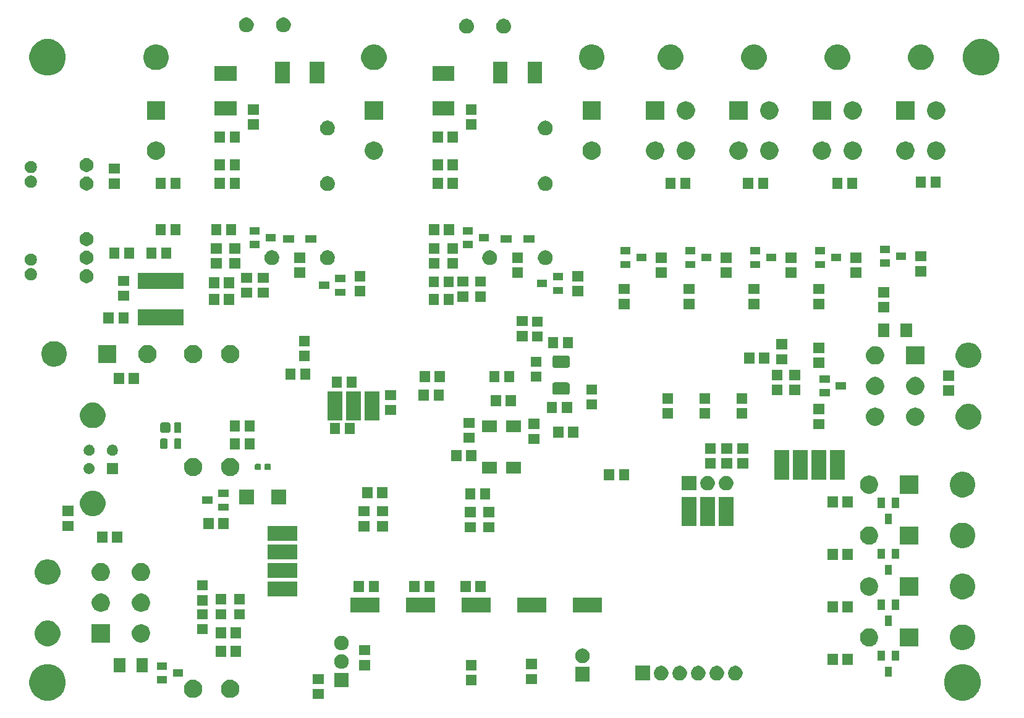
<source format=gbr>
G04 #@! TF.GenerationSoftware,KiCad,Pcbnew,5.1.2-f72e74a~84~ubuntu18.04.1*
G04 #@! TF.CreationDate,2019-05-31T10:47:24-04:00*
G04 #@! TF.ProjectId,Master_Board,4d617374-6572-45f4-926f-6172642e6b69,rev?*
G04 #@! TF.SameCoordinates,Original*
G04 #@! TF.FileFunction,Soldermask,Bot*
G04 #@! TF.FilePolarity,Negative*
%FSLAX46Y46*%
G04 Gerber Fmt 4.6, Leading zero omitted, Abs format (unit mm)*
G04 Created by KiCad (PCBNEW 5.1.2-f72e74a~84~ubuntu18.04.1) date 2019-05-31 10:47:24*
%MOMM*%
%LPD*%
G04 APERTURE LIST*
%ADD10C,0.100000*%
G04 APERTURE END LIST*
D10*
G36*
X215486222Y-127464257D02*
G01*
X215918119Y-127643155D01*
X215941194Y-127652713D01*
X216054144Y-127728184D01*
X216350656Y-127926307D01*
X216698877Y-128274528D01*
X216972472Y-128683992D01*
X217160927Y-129138962D01*
X217257000Y-129621954D01*
X217257000Y-130114414D01*
X217160927Y-130597406D01*
X217043749Y-130880298D01*
X216972471Y-131052378D01*
X216926088Y-131121795D01*
X216698877Y-131461840D01*
X216350656Y-131810061D01*
X216147315Y-131945929D01*
X215941194Y-132083655D01*
X215941193Y-132083656D01*
X215941192Y-132083656D01*
X215486222Y-132272111D01*
X215003230Y-132368184D01*
X214510770Y-132368184D01*
X214027778Y-132272111D01*
X213572808Y-132083656D01*
X213572807Y-132083656D01*
X213572806Y-132083655D01*
X213366685Y-131945929D01*
X213163344Y-131810061D01*
X212815123Y-131461840D01*
X212587912Y-131121795D01*
X212541529Y-131052378D01*
X212470251Y-130880298D01*
X212353073Y-130597406D01*
X212257000Y-130114414D01*
X212257000Y-129621954D01*
X212353073Y-129138962D01*
X212541528Y-128683992D01*
X212815123Y-128274528D01*
X213163344Y-127926307D01*
X213459856Y-127728184D01*
X213572806Y-127652713D01*
X213595881Y-127643155D01*
X214027778Y-127464257D01*
X214510770Y-127368184D01*
X215003230Y-127368184D01*
X215486222Y-127464257D01*
X215486222Y-127464257D01*
G37*
G36*
X90137222Y-127464257D02*
G01*
X90569119Y-127643155D01*
X90592194Y-127652713D01*
X90705144Y-127728184D01*
X91001656Y-127926307D01*
X91349877Y-128274528D01*
X91623472Y-128683992D01*
X91811927Y-129138962D01*
X91908000Y-129621954D01*
X91908000Y-130114414D01*
X91811927Y-130597406D01*
X91694749Y-130880298D01*
X91623471Y-131052378D01*
X91577088Y-131121795D01*
X91349877Y-131461840D01*
X91001656Y-131810061D01*
X90798315Y-131945929D01*
X90592194Y-132083655D01*
X90592193Y-132083656D01*
X90592192Y-132083656D01*
X90137222Y-132272111D01*
X89654230Y-132368184D01*
X89161770Y-132368184D01*
X88678778Y-132272111D01*
X88223808Y-132083656D01*
X88223807Y-132083656D01*
X88223806Y-132083655D01*
X88017685Y-131945929D01*
X87814344Y-131810061D01*
X87466123Y-131461840D01*
X87238912Y-131121795D01*
X87192529Y-131052378D01*
X87121251Y-130880298D01*
X87004073Y-130597406D01*
X86908000Y-130114414D01*
X86908000Y-129621954D01*
X87004073Y-129138962D01*
X87192528Y-128683992D01*
X87466123Y-128274528D01*
X87814344Y-127926307D01*
X88110856Y-127728184D01*
X88223806Y-127652713D01*
X88246881Y-127643155D01*
X88678778Y-127464257D01*
X89161770Y-127368184D01*
X89654230Y-127368184D01*
X90137222Y-127464257D01*
X90137222Y-127464257D01*
G37*
G36*
X127242000Y-132163000D02*
G01*
X125742000Y-132163000D01*
X125742000Y-130763000D01*
X127242000Y-130763000D01*
X127242000Y-132163000D01*
X127242000Y-132163000D01*
G37*
G36*
X114791610Y-129555220D02*
G01*
X115019095Y-129649448D01*
X115019097Y-129649449D01*
X115223828Y-129786246D01*
X115397938Y-129960356D01*
X115499932Y-130113000D01*
X115534736Y-130165089D01*
X115628964Y-130392574D01*
X115677000Y-130634068D01*
X115677000Y-130880300D01*
X115628964Y-131121794D01*
X115534736Y-131349279D01*
X115534735Y-131349281D01*
X115397938Y-131554012D01*
X115223828Y-131728122D01*
X115019097Y-131864919D01*
X115019096Y-131864920D01*
X115019095Y-131864920D01*
X114791610Y-131959148D01*
X114550116Y-132007184D01*
X114303884Y-132007184D01*
X114062390Y-131959148D01*
X113834905Y-131864920D01*
X113834904Y-131864920D01*
X113834903Y-131864919D01*
X113630172Y-131728122D01*
X113456062Y-131554012D01*
X113319265Y-131349281D01*
X113319264Y-131349279D01*
X113225036Y-131121794D01*
X113177000Y-130880300D01*
X113177000Y-130634068D01*
X113225036Y-130392574D01*
X113319264Y-130165089D01*
X113354069Y-130113000D01*
X113456062Y-129960356D01*
X113630172Y-129786246D01*
X113834903Y-129649449D01*
X113834905Y-129649448D01*
X114062390Y-129555220D01*
X114303884Y-129507184D01*
X114550116Y-129507184D01*
X114791610Y-129555220D01*
X114791610Y-129555220D01*
G37*
G36*
X109711610Y-129555220D02*
G01*
X109939095Y-129649448D01*
X109939097Y-129649449D01*
X110143828Y-129786246D01*
X110317938Y-129960356D01*
X110419932Y-130113000D01*
X110454736Y-130165089D01*
X110548964Y-130392574D01*
X110597000Y-130634068D01*
X110597000Y-130880300D01*
X110548964Y-131121794D01*
X110454736Y-131349279D01*
X110454735Y-131349281D01*
X110317938Y-131554012D01*
X110143828Y-131728122D01*
X109939097Y-131864919D01*
X109939096Y-131864920D01*
X109939095Y-131864920D01*
X109711610Y-131959148D01*
X109470116Y-132007184D01*
X109223884Y-132007184D01*
X108982390Y-131959148D01*
X108754905Y-131864920D01*
X108754904Y-131864920D01*
X108754903Y-131864919D01*
X108550172Y-131728122D01*
X108376062Y-131554012D01*
X108239265Y-131349281D01*
X108239264Y-131349279D01*
X108145036Y-131121794D01*
X108097000Y-130880300D01*
X108097000Y-130634068D01*
X108145036Y-130392574D01*
X108239264Y-130165089D01*
X108274069Y-130113000D01*
X108376062Y-129960356D01*
X108550172Y-129786246D01*
X108754903Y-129649449D01*
X108754905Y-129649448D01*
X108982390Y-129555220D01*
X109223884Y-129507184D01*
X109470116Y-129507184D01*
X109711610Y-129555220D01*
X109711610Y-129555220D01*
G37*
G36*
X130667000Y-130545692D02*
G01*
X128667000Y-130545692D01*
X128667000Y-128545692D01*
X130667000Y-128545692D01*
X130667000Y-130545692D01*
X130667000Y-130545692D01*
G37*
G36*
X148197000Y-130258000D02*
G01*
X146697000Y-130258000D01*
X146697000Y-128858000D01*
X148197000Y-128858000D01*
X148197000Y-130258000D01*
X148197000Y-130258000D01*
G37*
G36*
X127242000Y-130113000D02*
G01*
X125742000Y-130113000D01*
X125742000Y-128713000D01*
X127242000Y-128713000D01*
X127242000Y-130113000D01*
X127242000Y-130113000D01*
G37*
G36*
X156452000Y-130113000D02*
G01*
X154952000Y-130113000D01*
X154952000Y-128713000D01*
X156452000Y-128713000D01*
X156452000Y-130113000D01*
X156452000Y-130113000D01*
G37*
G36*
X105772000Y-130048184D02*
G01*
X104372000Y-130048184D01*
X104372000Y-129048184D01*
X105772000Y-129048184D01*
X105772000Y-130048184D01*
X105772000Y-130048184D01*
G37*
G36*
X163687000Y-129778000D02*
G01*
X161687000Y-129778000D01*
X161687000Y-127778000D01*
X163687000Y-127778000D01*
X163687000Y-129778000D01*
X163687000Y-129778000D01*
G37*
G36*
X171942000Y-129598184D02*
G01*
X169942000Y-129598184D01*
X169942000Y-127598184D01*
X171942000Y-127598184D01*
X171942000Y-129598184D01*
X171942000Y-129598184D01*
G37*
G36*
X173709290Y-127623803D02*
G01*
X173773689Y-127636613D01*
X173955678Y-127711995D01*
X174119463Y-127821433D01*
X174258751Y-127960721D01*
X174368189Y-128124506D01*
X174443571Y-128306495D01*
X174482000Y-128499693D01*
X174482000Y-128696675D01*
X174443571Y-128889873D01*
X174368189Y-129071862D01*
X174258751Y-129235647D01*
X174119463Y-129374935D01*
X173955678Y-129484373D01*
X173773689Y-129559755D01*
X173709290Y-129572565D01*
X173580493Y-129598184D01*
X173383507Y-129598184D01*
X173254710Y-129572565D01*
X173190311Y-129559755D01*
X173008322Y-129484373D01*
X172844537Y-129374935D01*
X172705249Y-129235647D01*
X172595811Y-129071862D01*
X172520429Y-128889873D01*
X172482000Y-128696675D01*
X172482000Y-128499693D01*
X172520429Y-128306495D01*
X172595811Y-128124506D01*
X172705249Y-127960721D01*
X172844537Y-127821433D01*
X173008322Y-127711995D01*
X173190311Y-127636613D01*
X173254710Y-127623803D01*
X173383507Y-127598184D01*
X173580493Y-127598184D01*
X173709290Y-127623803D01*
X173709290Y-127623803D01*
G37*
G36*
X176249290Y-127623803D02*
G01*
X176313689Y-127636613D01*
X176495678Y-127711995D01*
X176659463Y-127821433D01*
X176798751Y-127960721D01*
X176908189Y-128124506D01*
X176983571Y-128306495D01*
X177022000Y-128499693D01*
X177022000Y-128696675D01*
X176983571Y-128889873D01*
X176908189Y-129071862D01*
X176798751Y-129235647D01*
X176659463Y-129374935D01*
X176495678Y-129484373D01*
X176313689Y-129559755D01*
X176249290Y-129572565D01*
X176120493Y-129598184D01*
X175923507Y-129598184D01*
X175794710Y-129572565D01*
X175730311Y-129559755D01*
X175548322Y-129484373D01*
X175384537Y-129374935D01*
X175245249Y-129235647D01*
X175135811Y-129071862D01*
X175060429Y-128889873D01*
X175022000Y-128696675D01*
X175022000Y-128499693D01*
X175060429Y-128306495D01*
X175135811Y-128124506D01*
X175245249Y-127960721D01*
X175384537Y-127821433D01*
X175548322Y-127711995D01*
X175730311Y-127636613D01*
X175794710Y-127623803D01*
X175923507Y-127598184D01*
X176120493Y-127598184D01*
X176249290Y-127623803D01*
X176249290Y-127623803D01*
G37*
G36*
X178789290Y-127623803D02*
G01*
X178853689Y-127636613D01*
X179035678Y-127711995D01*
X179199463Y-127821433D01*
X179338751Y-127960721D01*
X179448189Y-128124506D01*
X179523571Y-128306495D01*
X179562000Y-128499693D01*
X179562000Y-128696675D01*
X179523571Y-128889873D01*
X179448189Y-129071862D01*
X179338751Y-129235647D01*
X179199463Y-129374935D01*
X179035678Y-129484373D01*
X178853689Y-129559755D01*
X178789290Y-129572565D01*
X178660493Y-129598184D01*
X178463507Y-129598184D01*
X178334710Y-129572565D01*
X178270311Y-129559755D01*
X178088322Y-129484373D01*
X177924537Y-129374935D01*
X177785249Y-129235647D01*
X177675811Y-129071862D01*
X177600429Y-128889873D01*
X177562000Y-128696675D01*
X177562000Y-128499693D01*
X177600429Y-128306495D01*
X177675811Y-128124506D01*
X177785249Y-127960721D01*
X177924537Y-127821433D01*
X178088322Y-127711995D01*
X178270311Y-127636613D01*
X178334710Y-127623803D01*
X178463507Y-127598184D01*
X178660493Y-127598184D01*
X178789290Y-127623803D01*
X178789290Y-127623803D01*
G37*
G36*
X181329290Y-127623803D02*
G01*
X181393689Y-127636613D01*
X181575678Y-127711995D01*
X181739463Y-127821433D01*
X181878751Y-127960721D01*
X181988189Y-128124506D01*
X182063571Y-128306495D01*
X182102000Y-128499693D01*
X182102000Y-128696675D01*
X182063571Y-128889873D01*
X181988189Y-129071862D01*
X181878751Y-129235647D01*
X181739463Y-129374935D01*
X181575678Y-129484373D01*
X181393689Y-129559755D01*
X181329290Y-129572565D01*
X181200493Y-129598184D01*
X181003507Y-129598184D01*
X180874710Y-129572565D01*
X180810311Y-129559755D01*
X180628322Y-129484373D01*
X180464537Y-129374935D01*
X180325249Y-129235647D01*
X180215811Y-129071862D01*
X180140429Y-128889873D01*
X180102000Y-128696675D01*
X180102000Y-128499693D01*
X180140429Y-128306495D01*
X180215811Y-128124506D01*
X180325249Y-127960721D01*
X180464537Y-127821433D01*
X180628322Y-127711995D01*
X180810311Y-127636613D01*
X180874710Y-127623803D01*
X181003507Y-127598184D01*
X181200493Y-127598184D01*
X181329290Y-127623803D01*
X181329290Y-127623803D01*
G37*
G36*
X183869290Y-127623803D02*
G01*
X183933689Y-127636613D01*
X184115678Y-127711995D01*
X184279463Y-127821433D01*
X184418751Y-127960721D01*
X184528189Y-128124506D01*
X184603571Y-128306495D01*
X184642000Y-128499693D01*
X184642000Y-128696675D01*
X184603571Y-128889873D01*
X184528189Y-129071862D01*
X184418751Y-129235647D01*
X184279463Y-129374935D01*
X184115678Y-129484373D01*
X183933689Y-129559755D01*
X183869290Y-129572565D01*
X183740493Y-129598184D01*
X183543507Y-129598184D01*
X183414710Y-129572565D01*
X183350311Y-129559755D01*
X183168322Y-129484373D01*
X183004537Y-129374935D01*
X182865249Y-129235647D01*
X182755811Y-129071862D01*
X182680429Y-128889873D01*
X182642000Y-128696675D01*
X182642000Y-128499693D01*
X182680429Y-128306495D01*
X182755811Y-128124506D01*
X182865249Y-127960721D01*
X183004537Y-127821433D01*
X183168322Y-127711995D01*
X183350311Y-127636613D01*
X183414710Y-127623803D01*
X183543507Y-127598184D01*
X183740493Y-127598184D01*
X183869290Y-127623803D01*
X183869290Y-127623803D01*
G37*
G36*
X205097000Y-129128184D02*
G01*
X204097000Y-129128184D01*
X204097000Y-127728184D01*
X205097000Y-127728184D01*
X205097000Y-129128184D01*
X205097000Y-129128184D01*
G37*
G36*
X107972000Y-129098184D02*
G01*
X106572000Y-129098184D01*
X106572000Y-128098184D01*
X107972000Y-128098184D01*
X107972000Y-129098184D01*
X107972000Y-129098184D01*
G37*
G36*
X103162000Y-128458000D02*
G01*
X101562000Y-128458000D01*
X101562000Y-126558000D01*
X103162000Y-126558000D01*
X103162000Y-128458000D01*
X103162000Y-128458000D01*
G37*
G36*
X100062000Y-128458000D02*
G01*
X98462000Y-128458000D01*
X98462000Y-126558000D01*
X100062000Y-126558000D01*
X100062000Y-128458000D01*
X100062000Y-128458000D01*
G37*
G36*
X133592000Y-128208000D02*
G01*
X132092000Y-128208000D01*
X132092000Y-126808000D01*
X133592000Y-126808000D01*
X133592000Y-128208000D01*
X133592000Y-128208000D01*
G37*
G36*
X148197000Y-128208000D02*
G01*
X146697000Y-128208000D01*
X146697000Y-126808000D01*
X148197000Y-126808000D01*
X148197000Y-128208000D01*
X148197000Y-128208000D01*
G37*
G36*
X105772000Y-128148184D02*
G01*
X104372000Y-128148184D01*
X104372000Y-127148184D01*
X105772000Y-127148184D01*
X105772000Y-128148184D01*
X105772000Y-128148184D01*
G37*
G36*
X156452000Y-128063000D02*
G01*
X154952000Y-128063000D01*
X154952000Y-126663000D01*
X156452000Y-126663000D01*
X156452000Y-128063000D01*
X156452000Y-128063000D01*
G37*
G36*
X129894290Y-126031311D02*
G01*
X129958689Y-126044121D01*
X130140678Y-126119503D01*
X130304463Y-126228941D01*
X130443751Y-126368229D01*
X130553189Y-126532014D01*
X130628571Y-126714003D01*
X130667000Y-126907201D01*
X130667000Y-127104183D01*
X130628571Y-127297381D01*
X130553189Y-127479370D01*
X130443751Y-127643155D01*
X130304463Y-127782443D01*
X130140678Y-127891881D01*
X129958689Y-127967263D01*
X129894290Y-127980073D01*
X129765493Y-128005692D01*
X129568507Y-128005692D01*
X129439710Y-127980073D01*
X129375311Y-127967263D01*
X129193322Y-127891881D01*
X129029537Y-127782443D01*
X128890249Y-127643155D01*
X128780811Y-127479370D01*
X128705429Y-127297381D01*
X128667000Y-127104183D01*
X128667000Y-126907201D01*
X128705429Y-126714003D01*
X128780811Y-126532014D01*
X128890249Y-126368229D01*
X129029537Y-126228941D01*
X129193322Y-126119503D01*
X129375311Y-126044121D01*
X129439710Y-126031311D01*
X129568507Y-126005692D01*
X129765493Y-126005692D01*
X129894290Y-126031311D01*
X129894290Y-126031311D01*
G37*
G36*
X199727000Y-127443184D02*
G01*
X198327000Y-127443184D01*
X198327000Y-125943184D01*
X199727000Y-125943184D01*
X199727000Y-127443184D01*
X199727000Y-127443184D01*
G37*
G36*
X197677000Y-127443184D02*
G01*
X196277000Y-127443184D01*
X196277000Y-125943184D01*
X197677000Y-125943184D01*
X197677000Y-127443184D01*
X197677000Y-127443184D01*
G37*
G36*
X162914290Y-125263619D02*
G01*
X162978689Y-125276429D01*
X163160678Y-125351811D01*
X163324463Y-125461249D01*
X163463751Y-125600537D01*
X163573189Y-125764322D01*
X163648571Y-125946311D01*
X163648571Y-125946312D01*
X163687000Y-126139507D01*
X163687000Y-126336493D01*
X163680687Y-126368229D01*
X163648571Y-126529689D01*
X163573189Y-126711678D01*
X163463751Y-126875463D01*
X163324463Y-127014751D01*
X163160678Y-127124189D01*
X162978689Y-127199571D01*
X162914290Y-127212381D01*
X162785493Y-127238000D01*
X162588507Y-127238000D01*
X162459710Y-127212381D01*
X162395311Y-127199571D01*
X162213322Y-127124189D01*
X162049537Y-127014751D01*
X161910249Y-126875463D01*
X161800811Y-126711678D01*
X161725429Y-126529689D01*
X161693313Y-126368229D01*
X161687000Y-126336493D01*
X161687000Y-126139507D01*
X161725429Y-125946312D01*
X161725429Y-125946311D01*
X161800811Y-125764322D01*
X161910249Y-125600537D01*
X162049537Y-125461249D01*
X162213322Y-125351811D01*
X162395311Y-125276429D01*
X162459710Y-125263619D01*
X162588507Y-125238000D01*
X162785493Y-125238000D01*
X162914290Y-125263619D01*
X162914290Y-125263619D01*
G37*
G36*
X206047000Y-126928184D02*
G01*
X205047000Y-126928184D01*
X205047000Y-125528184D01*
X206047000Y-125528184D01*
X206047000Y-126928184D01*
X206047000Y-126928184D01*
G37*
G36*
X204147000Y-126928184D02*
G01*
X203147000Y-126928184D01*
X203147000Y-125528184D01*
X204147000Y-125528184D01*
X204147000Y-126928184D01*
X204147000Y-126928184D01*
G37*
G36*
X113857000Y-126353000D02*
G01*
X112457000Y-126353000D01*
X112457000Y-124853000D01*
X113857000Y-124853000D01*
X113857000Y-126353000D01*
X113857000Y-126353000D01*
G37*
G36*
X115907000Y-126353000D02*
G01*
X114507000Y-126353000D01*
X114507000Y-124853000D01*
X115907000Y-124853000D01*
X115907000Y-126353000D01*
X115907000Y-126353000D01*
G37*
G36*
X133592000Y-126158000D02*
G01*
X132092000Y-126158000D01*
X132092000Y-124758000D01*
X133592000Y-124758000D01*
X133592000Y-126158000D01*
X133592000Y-126158000D01*
G37*
G36*
X129894290Y-123491311D02*
G01*
X129958689Y-123504121D01*
X130140678Y-123579503D01*
X130304463Y-123688941D01*
X130443751Y-123828229D01*
X130553189Y-123992014D01*
X130605010Y-124117122D01*
X130628571Y-124174004D01*
X130663211Y-124348148D01*
X130667000Y-124367201D01*
X130667000Y-124564183D01*
X130628571Y-124757381D01*
X130553189Y-124939370D01*
X130443751Y-125103155D01*
X130304463Y-125242443D01*
X130140678Y-125351881D01*
X129958689Y-125427263D01*
X129894290Y-125440073D01*
X129765493Y-125465692D01*
X129568507Y-125465692D01*
X129439710Y-125440073D01*
X129375311Y-125427263D01*
X129193322Y-125351881D01*
X129029537Y-125242443D01*
X128890249Y-125103155D01*
X128780811Y-124939370D01*
X128705429Y-124757381D01*
X128667000Y-124564183D01*
X128667000Y-124367201D01*
X128670790Y-124348148D01*
X128705429Y-124174004D01*
X128728990Y-124117122D01*
X128780811Y-123992014D01*
X128890249Y-123828229D01*
X129029537Y-123688941D01*
X129193322Y-123579503D01*
X129375311Y-123504121D01*
X129439710Y-123491311D01*
X129568507Y-123465692D01*
X129765493Y-123465692D01*
X129894290Y-123491311D01*
X129894290Y-123491311D01*
G37*
G36*
X215268623Y-122011405D02*
G01*
X215586767Y-122143184D01*
X215587831Y-122143625D01*
X215875110Y-122335579D01*
X216119421Y-122579890D01*
X216126353Y-122590265D01*
X216311376Y-122867171D01*
X216443595Y-123186377D01*
X216511000Y-123525245D01*
X216511000Y-123870755D01*
X216443595Y-124209623D01*
X216319753Y-124508606D01*
X216311375Y-124528831D01*
X216119421Y-124816110D01*
X215875110Y-125060421D01*
X215587831Y-125252375D01*
X215587830Y-125252376D01*
X215587829Y-125252376D01*
X215268623Y-125384595D01*
X214929755Y-125452000D01*
X214584245Y-125452000D01*
X214245377Y-125384595D01*
X213926171Y-125252376D01*
X213926170Y-125252376D01*
X213926169Y-125252375D01*
X213638890Y-125060421D01*
X213394579Y-124816110D01*
X213202625Y-124528831D01*
X213194248Y-124508606D01*
X213070405Y-124209623D01*
X213003000Y-123870755D01*
X213003000Y-123525245D01*
X213070405Y-123186377D01*
X213202624Y-122867171D01*
X213387647Y-122590265D01*
X213394579Y-122579890D01*
X213638890Y-122335579D01*
X213926169Y-122143625D01*
X213927234Y-122143184D01*
X214245377Y-122011405D01*
X214584245Y-121944000D01*
X214929755Y-121944000D01*
X215268623Y-122011405D01*
X215268623Y-122011405D01*
G37*
G36*
X202321610Y-122496036D02*
G01*
X202549095Y-122590264D01*
X202549097Y-122590265D01*
X202753828Y-122727062D01*
X202927938Y-122901172D01*
X203064736Y-123105905D01*
X203158964Y-123333390D01*
X203207000Y-123574884D01*
X203207000Y-123821116D01*
X203158964Y-124062610D01*
X203079720Y-124253920D01*
X203064735Y-124290097D01*
X202927938Y-124494828D01*
X202753828Y-124668938D01*
X202549097Y-124805735D01*
X202549096Y-124805736D01*
X202549095Y-124805736D01*
X202321610Y-124899964D01*
X202080116Y-124948000D01*
X201833884Y-124948000D01*
X201592390Y-124899964D01*
X201364905Y-124805736D01*
X201364904Y-124805736D01*
X201364903Y-124805735D01*
X201160172Y-124668938D01*
X200986062Y-124494828D01*
X200849265Y-124290097D01*
X200834280Y-124253920D01*
X200755036Y-124062610D01*
X200707000Y-123821116D01*
X200707000Y-123574884D01*
X200755036Y-123333390D01*
X200849264Y-123105905D01*
X200986062Y-122901172D01*
X201160172Y-122727062D01*
X201364903Y-122590265D01*
X201364905Y-122590264D01*
X201592390Y-122496036D01*
X201833884Y-122448000D01*
X202080116Y-122448000D01*
X202321610Y-122496036D01*
X202321610Y-122496036D01*
G37*
G36*
X208707000Y-124948000D02*
G01*
X206207000Y-124948000D01*
X206207000Y-122448000D01*
X208707000Y-122448000D01*
X208707000Y-124948000D01*
X208707000Y-124948000D01*
G37*
G36*
X89919623Y-121459589D02*
G01*
X90238831Y-121591809D01*
X90526110Y-121783763D01*
X90770421Y-122028074D01*
X90962375Y-122315353D01*
X90962376Y-122315355D01*
X91094595Y-122634561D01*
X91162000Y-122973429D01*
X91162000Y-123318939D01*
X91094595Y-123657807D01*
X90976460Y-123943012D01*
X90962375Y-123977015D01*
X90770421Y-124264294D01*
X90526110Y-124508605D01*
X90238831Y-124700559D01*
X90238830Y-124700560D01*
X90238829Y-124700560D01*
X89919623Y-124832779D01*
X89580755Y-124900184D01*
X89235245Y-124900184D01*
X88896377Y-124832779D01*
X88577171Y-124700560D01*
X88577170Y-124700560D01*
X88577169Y-124700559D01*
X88289890Y-124508605D01*
X88045579Y-124264294D01*
X87853625Y-123977015D01*
X87839541Y-123943012D01*
X87721405Y-123657807D01*
X87654000Y-123318939D01*
X87654000Y-122973429D01*
X87721405Y-122634561D01*
X87853624Y-122315355D01*
X87853625Y-122315353D01*
X88045579Y-122028074D01*
X88289890Y-121783763D01*
X88577169Y-121591809D01*
X88896377Y-121459589D01*
X89235245Y-121392184D01*
X89580755Y-121392184D01*
X89919623Y-121459589D01*
X89919623Y-121459589D01*
G37*
G36*
X102572610Y-121944220D02*
G01*
X102800095Y-122038448D01*
X102800097Y-122038449D01*
X103004828Y-122175246D01*
X103178938Y-122349356D01*
X103276947Y-122496036D01*
X103315736Y-122554089D01*
X103409964Y-122781574D01*
X103458000Y-123023068D01*
X103458000Y-123269300D01*
X103409964Y-123510794D01*
X103315736Y-123738279D01*
X103315735Y-123738281D01*
X103178938Y-123943012D01*
X103004828Y-124117122D01*
X102800097Y-124253919D01*
X102800096Y-124253920D01*
X102800095Y-124253920D01*
X102572610Y-124348148D01*
X102331116Y-124396184D01*
X102084884Y-124396184D01*
X101843390Y-124348148D01*
X101615905Y-124253920D01*
X101615904Y-124253920D01*
X101615903Y-124253919D01*
X101411172Y-124117122D01*
X101237062Y-123943012D01*
X101100265Y-123738281D01*
X101100264Y-123738279D01*
X101006036Y-123510794D01*
X100958000Y-123269300D01*
X100958000Y-123023068D01*
X101006036Y-122781574D01*
X101100264Y-122554089D01*
X101139054Y-122496036D01*
X101237062Y-122349356D01*
X101411172Y-122175246D01*
X101615903Y-122038449D01*
X101615905Y-122038448D01*
X101843390Y-121944220D01*
X102084884Y-121896184D01*
X102331116Y-121896184D01*
X102572610Y-121944220D01*
X102572610Y-121944220D01*
G37*
G36*
X97958000Y-124396184D02*
G01*
X95458000Y-124396184D01*
X95458000Y-121896184D01*
X97958000Y-121896184D01*
X97958000Y-124396184D01*
X97958000Y-124396184D01*
G37*
G36*
X115907000Y-123813000D02*
G01*
X114507000Y-123813000D01*
X114507000Y-122313000D01*
X115907000Y-122313000D01*
X115907000Y-123813000D01*
X115907000Y-123813000D01*
G37*
G36*
X113857000Y-123813000D02*
G01*
X112457000Y-123813000D01*
X112457000Y-122313000D01*
X113857000Y-122313000D01*
X113857000Y-123813000D01*
X113857000Y-123813000D01*
G37*
G36*
X111367000Y-123273000D02*
G01*
X109867000Y-123273000D01*
X109867000Y-121873000D01*
X111367000Y-121873000D01*
X111367000Y-123273000D01*
X111367000Y-123273000D01*
G37*
G36*
X205097000Y-122143184D02*
G01*
X204097000Y-122143184D01*
X204097000Y-120743184D01*
X205097000Y-120743184D01*
X205097000Y-122143184D01*
X205097000Y-122143184D01*
G37*
G36*
X111367000Y-121223000D02*
G01*
X109867000Y-121223000D01*
X109867000Y-119823000D01*
X111367000Y-119823000D01*
X111367000Y-121223000D01*
X111367000Y-121223000D01*
G37*
G36*
X116447000Y-121223000D02*
G01*
X114947000Y-121223000D01*
X114947000Y-119823000D01*
X116447000Y-119823000D01*
X116447000Y-121223000D01*
X116447000Y-121223000D01*
G37*
G36*
X113907000Y-121223000D02*
G01*
X112407000Y-121223000D01*
X112407000Y-119823000D01*
X113907000Y-119823000D01*
X113907000Y-121223000D01*
X113907000Y-121223000D01*
G37*
G36*
X157767000Y-120253000D02*
G01*
X153767000Y-120253000D01*
X153767000Y-118253000D01*
X157767000Y-118253000D01*
X157767000Y-120253000D01*
X157767000Y-120253000D01*
G37*
G36*
X150147000Y-120253000D02*
G01*
X146147000Y-120253000D01*
X146147000Y-118253000D01*
X150147000Y-118253000D01*
X150147000Y-120253000D01*
X150147000Y-120253000D01*
G37*
G36*
X165387000Y-120253000D02*
G01*
X161387000Y-120253000D01*
X161387000Y-118253000D01*
X165387000Y-118253000D01*
X165387000Y-120253000D01*
X165387000Y-120253000D01*
G37*
G36*
X142527000Y-120253000D02*
G01*
X138527000Y-120253000D01*
X138527000Y-118253000D01*
X142527000Y-118253000D01*
X142527000Y-120253000D01*
X142527000Y-120253000D01*
G37*
G36*
X134907000Y-120253000D02*
G01*
X130907000Y-120253000D01*
X130907000Y-118253000D01*
X134907000Y-118253000D01*
X134907000Y-120253000D01*
X134907000Y-120253000D01*
G37*
G36*
X197677000Y-120246516D02*
G01*
X196277000Y-120246516D01*
X196277000Y-118746516D01*
X197677000Y-118746516D01*
X197677000Y-120246516D01*
X197677000Y-120246516D01*
G37*
G36*
X199727000Y-120246516D02*
G01*
X198327000Y-120246516D01*
X198327000Y-118746516D01*
X199727000Y-118746516D01*
X199727000Y-120246516D01*
X199727000Y-120246516D01*
G37*
G36*
X97072610Y-117744220D02*
G01*
X97300095Y-117838448D01*
X97300097Y-117838449D01*
X97504828Y-117975246D01*
X97678938Y-118149356D01*
X97757797Y-118267376D01*
X97815736Y-118354089D01*
X97909964Y-118581574D01*
X97958000Y-118823068D01*
X97958000Y-119069300D01*
X97909964Y-119310794D01*
X97906979Y-119318000D01*
X97815735Y-119538281D01*
X97678938Y-119743012D01*
X97504828Y-119917122D01*
X97300097Y-120053919D01*
X97300096Y-120053920D01*
X97300095Y-120053920D01*
X97072610Y-120148148D01*
X96831116Y-120196184D01*
X96584884Y-120196184D01*
X96343390Y-120148148D01*
X96115905Y-120053920D01*
X96115904Y-120053920D01*
X96115903Y-120053919D01*
X95911172Y-119917122D01*
X95737062Y-119743012D01*
X95600265Y-119538281D01*
X95509021Y-119318000D01*
X95506036Y-119310794D01*
X95458000Y-119069300D01*
X95458000Y-118823068D01*
X95506036Y-118581574D01*
X95600264Y-118354089D01*
X95658204Y-118267376D01*
X95737062Y-118149356D01*
X95911172Y-117975246D01*
X96115903Y-117838449D01*
X96115905Y-117838448D01*
X96343390Y-117744220D01*
X96584884Y-117696184D01*
X96831116Y-117696184D01*
X97072610Y-117744220D01*
X97072610Y-117744220D01*
G37*
G36*
X102572610Y-117744220D02*
G01*
X102800095Y-117838448D01*
X102800097Y-117838449D01*
X103004828Y-117975246D01*
X103178938Y-118149356D01*
X103257797Y-118267376D01*
X103315736Y-118354089D01*
X103409964Y-118581574D01*
X103458000Y-118823068D01*
X103458000Y-119069300D01*
X103409964Y-119310794D01*
X103406979Y-119318000D01*
X103315735Y-119538281D01*
X103178938Y-119743012D01*
X103004828Y-119917122D01*
X102800097Y-120053919D01*
X102800096Y-120053920D01*
X102800095Y-120053920D01*
X102572610Y-120148148D01*
X102331116Y-120196184D01*
X102084884Y-120196184D01*
X101843390Y-120148148D01*
X101615905Y-120053920D01*
X101615904Y-120053920D01*
X101615903Y-120053919D01*
X101411172Y-119917122D01*
X101237062Y-119743012D01*
X101100265Y-119538281D01*
X101009021Y-119318000D01*
X101006036Y-119310794D01*
X100958000Y-119069300D01*
X100958000Y-118823068D01*
X101006036Y-118581574D01*
X101100264Y-118354089D01*
X101158204Y-118267376D01*
X101237062Y-118149356D01*
X101411172Y-117975246D01*
X101615903Y-117838449D01*
X101615905Y-117838448D01*
X101843390Y-117744220D01*
X102084884Y-117696184D01*
X102331116Y-117696184D01*
X102572610Y-117744220D01*
X102572610Y-117744220D01*
G37*
G36*
X206047000Y-119943184D02*
G01*
X205047000Y-119943184D01*
X205047000Y-118543184D01*
X206047000Y-118543184D01*
X206047000Y-119943184D01*
X206047000Y-119943184D01*
G37*
G36*
X204147000Y-119943184D02*
G01*
X203147000Y-119943184D01*
X203147000Y-118543184D01*
X204147000Y-118543184D01*
X204147000Y-119943184D01*
X204147000Y-119943184D01*
G37*
G36*
X111367000Y-119318000D02*
G01*
X109867000Y-119318000D01*
X109867000Y-117918000D01*
X111367000Y-117918000D01*
X111367000Y-119318000D01*
X111367000Y-119318000D01*
G37*
G36*
X113907000Y-119173000D02*
G01*
X112407000Y-119173000D01*
X112407000Y-117773000D01*
X113907000Y-117773000D01*
X113907000Y-119173000D01*
X113907000Y-119173000D01*
G37*
G36*
X116447000Y-119173000D02*
G01*
X114947000Y-119173000D01*
X114947000Y-117773000D01*
X116447000Y-117773000D01*
X116447000Y-119173000D01*
X116447000Y-119173000D01*
G37*
G36*
X215268623Y-115026405D02*
G01*
X215586767Y-115158184D01*
X215587831Y-115158625D01*
X215875110Y-115350579D01*
X216119421Y-115594890D01*
X216311375Y-115882169D01*
X216311376Y-115882171D01*
X216443595Y-116201377D01*
X216511000Y-116540245D01*
X216511000Y-116885755D01*
X216443595Y-117224623D01*
X216325460Y-117509828D01*
X216311375Y-117543831D01*
X216119421Y-117831110D01*
X215875110Y-118075421D01*
X215587831Y-118267375D01*
X215587830Y-118267376D01*
X215587829Y-118267376D01*
X215268623Y-118399595D01*
X214929755Y-118467000D01*
X214584245Y-118467000D01*
X214245377Y-118399595D01*
X213926171Y-118267376D01*
X213926170Y-118267376D01*
X213926169Y-118267375D01*
X213638890Y-118075421D01*
X213394579Y-117831110D01*
X213202625Y-117543831D01*
X213188541Y-117509828D01*
X213070405Y-117224623D01*
X213003000Y-116885755D01*
X213003000Y-116540245D01*
X213070405Y-116201377D01*
X213202624Y-115882171D01*
X213202625Y-115882169D01*
X213394579Y-115594890D01*
X213638890Y-115350579D01*
X213926169Y-115158625D01*
X213927234Y-115158184D01*
X214245377Y-115026405D01*
X214584245Y-114959000D01*
X214929755Y-114959000D01*
X215268623Y-115026405D01*
X215268623Y-115026405D01*
G37*
G36*
X123584089Y-118056840D02*
G01*
X119584089Y-118056840D01*
X119584089Y-116056840D01*
X123584089Y-116056840D01*
X123584089Y-118056840D01*
X123584089Y-118056840D01*
G37*
G36*
X208707000Y-117963000D02*
G01*
X206207000Y-117963000D01*
X206207000Y-115463000D01*
X208707000Y-115463000D01*
X208707000Y-117963000D01*
X208707000Y-117963000D01*
G37*
G36*
X202321610Y-115511036D02*
G01*
X202549095Y-115605264D01*
X202549097Y-115605265D01*
X202753828Y-115742062D01*
X202927938Y-115916172D01*
X203056518Y-116108605D01*
X203064736Y-116120905D01*
X203158964Y-116348390D01*
X203207000Y-116589884D01*
X203207000Y-116836116D01*
X203158964Y-117077610D01*
X203080101Y-117268000D01*
X203064735Y-117305097D01*
X202927938Y-117509828D01*
X202753828Y-117683938D01*
X202549097Y-117820735D01*
X202549096Y-117820736D01*
X202549095Y-117820736D01*
X202321610Y-117914964D01*
X202080116Y-117963000D01*
X201833884Y-117963000D01*
X201592390Y-117914964D01*
X201364905Y-117820736D01*
X201364904Y-117820736D01*
X201364903Y-117820735D01*
X201160172Y-117683938D01*
X200986062Y-117509828D01*
X200849265Y-117305097D01*
X200833899Y-117268000D01*
X200755036Y-117077610D01*
X200707000Y-116836116D01*
X200707000Y-116589884D01*
X200755036Y-116348390D01*
X200849264Y-116120905D01*
X200857483Y-116108605D01*
X200986062Y-115916172D01*
X201160172Y-115742062D01*
X201364903Y-115605265D01*
X201364905Y-115605264D01*
X201592390Y-115511036D01*
X201833884Y-115463000D01*
X202080116Y-115463000D01*
X202321610Y-115511036D01*
X202321610Y-115511036D01*
G37*
G36*
X147367000Y-117463000D02*
G01*
X145967000Y-117463000D01*
X145967000Y-115963000D01*
X147367000Y-115963000D01*
X147367000Y-117463000D01*
X147367000Y-117463000D01*
G37*
G36*
X142432000Y-117463000D02*
G01*
X141032000Y-117463000D01*
X141032000Y-115963000D01*
X142432000Y-115963000D01*
X142432000Y-117463000D01*
X142432000Y-117463000D01*
G37*
G36*
X140382000Y-117463000D02*
G01*
X138982000Y-117463000D01*
X138982000Y-115963000D01*
X140382000Y-115963000D01*
X140382000Y-117463000D01*
X140382000Y-117463000D01*
G37*
G36*
X134812000Y-117463000D02*
G01*
X133412000Y-117463000D01*
X133412000Y-115963000D01*
X134812000Y-115963000D01*
X134812000Y-117463000D01*
X134812000Y-117463000D01*
G37*
G36*
X132762000Y-117463000D02*
G01*
X131362000Y-117463000D01*
X131362000Y-115963000D01*
X132762000Y-115963000D01*
X132762000Y-117463000D01*
X132762000Y-117463000D01*
G37*
G36*
X149417000Y-117463000D02*
G01*
X148017000Y-117463000D01*
X148017000Y-115963000D01*
X149417000Y-115963000D01*
X149417000Y-117463000D01*
X149417000Y-117463000D01*
G37*
G36*
X111367000Y-117268000D02*
G01*
X109867000Y-117268000D01*
X109867000Y-115868000D01*
X111367000Y-115868000D01*
X111367000Y-117268000D01*
X111367000Y-117268000D01*
G37*
G36*
X89870662Y-113049850D02*
G01*
X89919623Y-113059589D01*
X90238831Y-113191809D01*
X90526110Y-113383763D01*
X90770421Y-113628074D01*
X90777353Y-113638449D01*
X90962376Y-113915355D01*
X91094595Y-114234561D01*
X91162000Y-114573429D01*
X91162000Y-114918939D01*
X91094595Y-115257807D01*
X90976460Y-115543012D01*
X90962375Y-115577015D01*
X90770421Y-115864294D01*
X90526110Y-116108605D01*
X90238831Y-116300559D01*
X90238830Y-116300560D01*
X90238829Y-116300560D01*
X89919623Y-116432779D01*
X89580755Y-116500184D01*
X89235245Y-116500184D01*
X88896377Y-116432779D01*
X88577171Y-116300560D01*
X88577170Y-116300560D01*
X88577169Y-116300559D01*
X88289890Y-116108605D01*
X88045579Y-115864294D01*
X87853625Y-115577015D01*
X87839541Y-115543012D01*
X87721405Y-115257807D01*
X87654000Y-114918939D01*
X87654000Y-114573429D01*
X87721405Y-114234561D01*
X87853624Y-113915355D01*
X88038647Y-113638449D01*
X88045579Y-113628074D01*
X88289890Y-113383763D01*
X88577169Y-113191809D01*
X88896377Y-113059589D01*
X88945338Y-113049850D01*
X89235245Y-112992184D01*
X89580755Y-112992184D01*
X89870662Y-113049850D01*
X89870662Y-113049850D01*
G37*
G36*
X102572610Y-113544220D02*
G01*
X102800095Y-113638448D01*
X102800097Y-113638449D01*
X102979293Y-113758184D01*
X103004828Y-113775246D01*
X103178938Y-113949356D01*
X103315736Y-114154089D01*
X103409964Y-114381574D01*
X103458000Y-114623068D01*
X103458000Y-114869300D01*
X103409964Y-115110794D01*
X103315736Y-115338279D01*
X103315735Y-115338281D01*
X103178938Y-115543012D01*
X103004828Y-115717122D01*
X102800097Y-115853919D01*
X102800096Y-115853920D01*
X102800095Y-115853920D01*
X102572610Y-115948148D01*
X102331116Y-115996184D01*
X102084884Y-115996184D01*
X101843390Y-115948148D01*
X101615905Y-115853920D01*
X101615904Y-115853920D01*
X101615903Y-115853919D01*
X101411172Y-115717122D01*
X101237062Y-115543012D01*
X101100265Y-115338281D01*
X101100264Y-115338279D01*
X101006036Y-115110794D01*
X100958000Y-114869300D01*
X100958000Y-114623068D01*
X101006036Y-114381574D01*
X101100264Y-114154089D01*
X101237062Y-113949356D01*
X101411172Y-113775246D01*
X101436707Y-113758184D01*
X101615903Y-113638449D01*
X101615905Y-113638448D01*
X101843390Y-113544220D01*
X102084884Y-113496184D01*
X102331116Y-113496184D01*
X102572610Y-113544220D01*
X102572610Y-113544220D01*
G37*
G36*
X97072610Y-113544220D02*
G01*
X97300095Y-113638448D01*
X97300097Y-113638449D01*
X97479293Y-113758184D01*
X97504828Y-113775246D01*
X97678938Y-113949356D01*
X97815736Y-114154089D01*
X97909964Y-114381574D01*
X97958000Y-114623068D01*
X97958000Y-114869300D01*
X97909964Y-115110794D01*
X97815736Y-115338279D01*
X97815735Y-115338281D01*
X97678938Y-115543012D01*
X97504828Y-115717122D01*
X97300097Y-115853919D01*
X97300096Y-115853920D01*
X97300095Y-115853920D01*
X97072610Y-115948148D01*
X96831116Y-115996184D01*
X96584884Y-115996184D01*
X96343390Y-115948148D01*
X96115905Y-115853920D01*
X96115904Y-115853920D01*
X96115903Y-115853919D01*
X95911172Y-115717122D01*
X95737062Y-115543012D01*
X95600265Y-115338281D01*
X95600264Y-115338279D01*
X95506036Y-115110794D01*
X95458000Y-114869300D01*
X95458000Y-114623068D01*
X95506036Y-114381574D01*
X95600264Y-114154089D01*
X95737062Y-113949356D01*
X95911172Y-113775246D01*
X95936707Y-113758184D01*
X96115903Y-113638449D01*
X96115905Y-113638448D01*
X96343390Y-113544220D01*
X96584884Y-113496184D01*
X96831116Y-113496184D01*
X97072610Y-113544220D01*
X97072610Y-113544220D01*
G37*
G36*
X123584089Y-115549923D02*
G01*
X119584089Y-115549923D01*
X119584089Y-113549923D01*
X123584089Y-113549923D01*
X123584089Y-115549923D01*
X123584089Y-115549923D01*
G37*
G36*
X205097000Y-115158184D02*
G01*
X204097000Y-115158184D01*
X204097000Y-113758184D01*
X205097000Y-113758184D01*
X205097000Y-115158184D01*
X205097000Y-115158184D01*
G37*
G36*
X197677000Y-113049850D02*
G01*
X196277000Y-113049850D01*
X196277000Y-111549850D01*
X197677000Y-111549850D01*
X197677000Y-113049850D01*
X197677000Y-113049850D01*
G37*
G36*
X199727000Y-113049850D02*
G01*
X198327000Y-113049850D01*
X198327000Y-111549850D01*
X199727000Y-111549850D01*
X199727000Y-113049850D01*
X199727000Y-113049850D01*
G37*
G36*
X123584089Y-112976840D02*
G01*
X119584089Y-112976840D01*
X119584089Y-110976840D01*
X123584089Y-110976840D01*
X123584089Y-112976840D01*
X123584089Y-112976840D01*
G37*
G36*
X206047000Y-112958184D02*
G01*
X205047000Y-112958184D01*
X205047000Y-111558184D01*
X206047000Y-111558184D01*
X206047000Y-112958184D01*
X206047000Y-112958184D01*
G37*
G36*
X204147000Y-112958184D02*
G01*
X203147000Y-112958184D01*
X203147000Y-111558184D01*
X204147000Y-111558184D01*
X204147000Y-112958184D01*
X204147000Y-112958184D01*
G37*
G36*
X215268623Y-108041405D02*
G01*
X215586767Y-108173184D01*
X215587831Y-108173625D01*
X215875110Y-108365579D01*
X216119421Y-108609890D01*
X216126353Y-108620265D01*
X216311376Y-108897171D01*
X216443595Y-109216377D01*
X216511000Y-109555245D01*
X216511000Y-109900755D01*
X216443595Y-110239623D01*
X216325460Y-110524828D01*
X216311375Y-110558831D01*
X216119421Y-110846110D01*
X215875110Y-111090421D01*
X215587831Y-111282375D01*
X215587830Y-111282376D01*
X215587829Y-111282376D01*
X215268623Y-111414595D01*
X214929755Y-111482000D01*
X214584245Y-111482000D01*
X214245377Y-111414595D01*
X213926171Y-111282376D01*
X213926170Y-111282376D01*
X213926169Y-111282375D01*
X213638890Y-111090421D01*
X213394579Y-110846110D01*
X213202625Y-110558831D01*
X213188541Y-110524828D01*
X213070405Y-110239623D01*
X213003000Y-109900755D01*
X213003000Y-109555245D01*
X213070405Y-109216377D01*
X213202624Y-108897171D01*
X213387647Y-108620265D01*
X213394579Y-108609890D01*
X213638890Y-108365579D01*
X213926169Y-108173625D01*
X213927234Y-108173184D01*
X214245377Y-108041405D01*
X214584245Y-107974000D01*
X214929755Y-107974000D01*
X215268623Y-108041405D01*
X215268623Y-108041405D01*
G37*
G36*
X202321610Y-108526036D02*
G01*
X202549095Y-108620264D01*
X202549097Y-108620265D01*
X202753828Y-108757062D01*
X202927938Y-108931172D01*
X203064736Y-109135905D01*
X203158964Y-109363390D01*
X203207000Y-109604884D01*
X203207000Y-109851116D01*
X203158964Y-110092610D01*
X203064736Y-110320095D01*
X203064735Y-110320097D01*
X202927938Y-110524828D01*
X202753828Y-110698938D01*
X202549097Y-110835735D01*
X202549096Y-110835736D01*
X202549095Y-110835736D01*
X202321610Y-110929964D01*
X202080116Y-110978000D01*
X201833884Y-110978000D01*
X201592390Y-110929964D01*
X201364905Y-110835736D01*
X201364904Y-110835736D01*
X201364903Y-110835735D01*
X201160172Y-110698938D01*
X200986062Y-110524828D01*
X200849265Y-110320097D01*
X200849264Y-110320095D01*
X200755036Y-110092610D01*
X200707000Y-109851116D01*
X200707000Y-109604884D01*
X200755036Y-109363390D01*
X200849264Y-109135905D01*
X200986062Y-108931172D01*
X201160172Y-108757062D01*
X201364903Y-108620265D01*
X201364905Y-108620264D01*
X201592390Y-108526036D01*
X201833884Y-108478000D01*
X202080116Y-108478000D01*
X202321610Y-108526036D01*
X202321610Y-108526036D01*
G37*
G36*
X208707000Y-110978000D02*
G01*
X206207000Y-110978000D01*
X206207000Y-108478000D01*
X208707000Y-108478000D01*
X208707000Y-110978000D01*
X208707000Y-110978000D01*
G37*
G36*
X99651000Y-110679184D02*
G01*
X98251000Y-110679184D01*
X98251000Y-109179184D01*
X99651000Y-109179184D01*
X99651000Y-110679184D01*
X99651000Y-110679184D01*
G37*
G36*
X97601000Y-110679184D02*
G01*
X96201000Y-110679184D01*
X96201000Y-109179184D01*
X97601000Y-109179184D01*
X97601000Y-110679184D01*
X97601000Y-110679184D01*
G37*
G36*
X123584089Y-110436840D02*
G01*
X119584089Y-110436840D01*
X119584089Y-108436840D01*
X123584089Y-108436840D01*
X123584089Y-110436840D01*
X123584089Y-110436840D01*
G37*
G36*
X150615035Y-109291648D02*
G01*
X149115035Y-109291648D01*
X149115035Y-107891648D01*
X150615035Y-107891648D01*
X150615035Y-109291648D01*
X150615035Y-109291648D01*
G37*
G36*
X148075035Y-109291648D02*
G01*
X146575035Y-109291648D01*
X146575035Y-107891648D01*
X148075035Y-107891648D01*
X148075035Y-109291648D01*
X148075035Y-109291648D01*
G37*
G36*
X133488116Y-109154511D02*
G01*
X131988116Y-109154511D01*
X131988116Y-107754511D01*
X133488116Y-107754511D01*
X133488116Y-109154511D01*
X133488116Y-109154511D01*
G37*
G36*
X136028116Y-109154511D02*
G01*
X134528116Y-109154511D01*
X134528116Y-107754511D01*
X136028116Y-107754511D01*
X136028116Y-109154511D01*
X136028116Y-109154511D01*
G37*
G36*
X92952000Y-109123184D02*
G01*
X91452000Y-109123184D01*
X91452000Y-107723184D01*
X92952000Y-107723184D01*
X92952000Y-109123184D01*
X92952000Y-109123184D01*
G37*
G36*
X112145614Y-108831226D02*
G01*
X110745614Y-108831226D01*
X110745614Y-107331226D01*
X112145614Y-107331226D01*
X112145614Y-108831226D01*
X112145614Y-108831226D01*
G37*
G36*
X114195614Y-108831226D02*
G01*
X112795614Y-108831226D01*
X112795614Y-107331226D01*
X114195614Y-107331226D01*
X114195614Y-108831226D01*
X114195614Y-108831226D01*
G37*
G36*
X178292000Y-108438184D02*
G01*
X176292000Y-108438184D01*
X176292000Y-104438184D01*
X178292000Y-104438184D01*
X178292000Y-108438184D01*
X178292000Y-108438184D01*
G37*
G36*
X183372000Y-108438184D02*
G01*
X181372000Y-108438184D01*
X181372000Y-104438184D01*
X183372000Y-104438184D01*
X183372000Y-108438184D01*
X183372000Y-108438184D01*
G37*
G36*
X180832000Y-108438184D02*
G01*
X178832000Y-108438184D01*
X178832000Y-104438184D01*
X180832000Y-104438184D01*
X180832000Y-108438184D01*
X180832000Y-108438184D01*
G37*
G36*
X205097000Y-108173184D02*
G01*
X204097000Y-108173184D01*
X204097000Y-106773184D01*
X205097000Y-106773184D01*
X205097000Y-108173184D01*
X205097000Y-108173184D01*
G37*
G36*
X150615035Y-107241648D02*
G01*
X149115035Y-107241648D01*
X149115035Y-105841648D01*
X150615035Y-105841648D01*
X150615035Y-107241648D01*
X150615035Y-107241648D01*
G37*
G36*
X148075035Y-107241648D02*
G01*
X146575035Y-107241648D01*
X146575035Y-105841648D01*
X148075035Y-105841648D01*
X148075035Y-107241648D01*
X148075035Y-107241648D01*
G37*
G36*
X136028116Y-107104511D02*
G01*
X134528116Y-107104511D01*
X134528116Y-105704511D01*
X136028116Y-105704511D01*
X136028116Y-107104511D01*
X136028116Y-107104511D01*
G37*
G36*
X133488116Y-107104511D02*
G01*
X131988116Y-107104511D01*
X131988116Y-105704511D01*
X133488116Y-105704511D01*
X133488116Y-107104511D01*
X133488116Y-107104511D01*
G37*
G36*
X95939408Y-103617625D02*
G01*
X96108456Y-103651251D01*
X96426936Y-103783170D01*
X96713560Y-103974686D01*
X96957314Y-104218440D01*
X97148830Y-104505064D01*
X97280749Y-104823544D01*
X97348000Y-105161640D01*
X97348000Y-105506360D01*
X97280749Y-105844456D01*
X97148830Y-106162936D01*
X96957314Y-106449560D01*
X96713560Y-106693314D01*
X96426936Y-106884830D01*
X96108456Y-107016749D01*
X95939408Y-107050374D01*
X95770361Y-107084000D01*
X95425639Y-107084000D01*
X95256592Y-107050374D01*
X95087544Y-107016749D01*
X94769064Y-106884830D01*
X94482440Y-106693314D01*
X94238686Y-106449560D01*
X94047170Y-106162936D01*
X93915251Y-105844456D01*
X93848000Y-105506360D01*
X93848000Y-105161640D01*
X93915251Y-104823544D01*
X94047170Y-104505064D01*
X94238686Y-104218440D01*
X94482440Y-103974686D01*
X94769064Y-103783170D01*
X95087544Y-103651251D01*
X95256592Y-103617625D01*
X95425639Y-103584000D01*
X95770361Y-103584000D01*
X95939408Y-103617625D01*
X95939408Y-103617625D01*
G37*
G36*
X92952000Y-107073184D02*
G01*
X91452000Y-107073184D01*
X91452000Y-105673184D01*
X92952000Y-105673184D01*
X92952000Y-107073184D01*
X92952000Y-107073184D01*
G37*
G36*
X114195614Y-106356226D02*
G01*
X112795614Y-106356226D01*
X112795614Y-105356226D01*
X114195614Y-105356226D01*
X114195614Y-106356226D01*
X114195614Y-106356226D01*
G37*
G36*
X204147000Y-105973184D02*
G01*
X203147000Y-105973184D01*
X203147000Y-104573184D01*
X204147000Y-104573184D01*
X204147000Y-105973184D01*
X204147000Y-105973184D01*
G37*
G36*
X206047000Y-105973184D02*
G01*
X205047000Y-105973184D01*
X205047000Y-104573184D01*
X206047000Y-104573184D01*
X206047000Y-105973184D01*
X206047000Y-105973184D01*
G37*
G36*
X199727000Y-105853184D02*
G01*
X198327000Y-105853184D01*
X198327000Y-104353184D01*
X199727000Y-104353184D01*
X199727000Y-105853184D01*
X199727000Y-105853184D01*
G37*
G36*
X197677000Y-105853184D02*
G01*
X196277000Y-105853184D01*
X196277000Y-104353184D01*
X197677000Y-104353184D01*
X197677000Y-105853184D01*
X197677000Y-105853184D01*
G37*
G36*
X122072000Y-105468184D02*
G01*
X120072000Y-105468184D01*
X120072000Y-103468184D01*
X122072000Y-103468184D01*
X122072000Y-105468184D01*
X122072000Y-105468184D01*
G37*
G36*
X117672000Y-105468184D02*
G01*
X115672000Y-105468184D01*
X115672000Y-103468184D01*
X117672000Y-103468184D01*
X117672000Y-105468184D01*
X117672000Y-105468184D01*
G37*
G36*
X111995614Y-105406226D02*
G01*
X110595614Y-105406226D01*
X110595614Y-104406226D01*
X111995614Y-104406226D01*
X111995614Y-105406226D01*
X111995614Y-105406226D01*
G37*
G36*
X150075035Y-104751648D02*
G01*
X148675035Y-104751648D01*
X148675035Y-103251648D01*
X150075035Y-103251648D01*
X150075035Y-104751648D01*
X150075035Y-104751648D01*
G37*
G36*
X148025035Y-104751648D02*
G01*
X146625035Y-104751648D01*
X146625035Y-103251648D01*
X148025035Y-103251648D01*
X148025035Y-104751648D01*
X148025035Y-104751648D01*
G37*
G36*
X135978116Y-104614511D02*
G01*
X134578116Y-104614511D01*
X134578116Y-103114511D01*
X135978116Y-103114511D01*
X135978116Y-104614511D01*
X135978116Y-104614511D01*
G37*
G36*
X133928116Y-104614511D02*
G01*
X132528116Y-104614511D01*
X132528116Y-103114511D01*
X133928116Y-103114511D01*
X133928116Y-104614511D01*
X133928116Y-104614511D01*
G37*
G36*
X215268623Y-101056405D02*
G01*
X215587831Y-101188625D01*
X215875110Y-101380579D01*
X216119421Y-101624890D01*
X216311375Y-101912169D01*
X216311376Y-101912171D01*
X216443595Y-102231377D01*
X216511000Y-102570245D01*
X216511000Y-102915755D01*
X216443595Y-103254623D01*
X216325460Y-103539828D01*
X216311375Y-103573831D01*
X216119421Y-103861110D01*
X215875110Y-104105421D01*
X215587831Y-104297375D01*
X215587830Y-104297376D01*
X215587829Y-104297376D01*
X215268623Y-104429595D01*
X214929755Y-104497000D01*
X214584245Y-104497000D01*
X214245377Y-104429595D01*
X213926171Y-104297376D01*
X213926170Y-104297376D01*
X213926169Y-104297375D01*
X213638890Y-104105421D01*
X213394579Y-103861110D01*
X213202625Y-103573831D01*
X213188541Y-103539828D01*
X213070405Y-103254623D01*
X213003000Y-102915755D01*
X213003000Y-102570245D01*
X213070405Y-102231377D01*
X213202624Y-101912171D01*
X213202625Y-101912169D01*
X213394579Y-101624890D01*
X213638890Y-101380579D01*
X213926169Y-101188625D01*
X214245377Y-101056405D01*
X214584245Y-100989000D01*
X214929755Y-100989000D01*
X215268623Y-101056405D01*
X215268623Y-101056405D01*
G37*
G36*
X114195614Y-104456226D02*
G01*
X112795614Y-104456226D01*
X112795614Y-103456226D01*
X114195614Y-103456226D01*
X114195614Y-104456226D01*
X114195614Y-104456226D01*
G37*
G36*
X208707000Y-103993000D02*
G01*
X206207000Y-103993000D01*
X206207000Y-101493000D01*
X208707000Y-101493000D01*
X208707000Y-103993000D01*
X208707000Y-103993000D01*
G37*
G36*
X202321610Y-101541036D02*
G01*
X202549095Y-101635264D01*
X202549097Y-101635265D01*
X202611550Y-101676995D01*
X202753828Y-101772062D01*
X202927938Y-101946172D01*
X203064736Y-102150905D01*
X203158964Y-102378390D01*
X203207000Y-102619884D01*
X203207000Y-102866116D01*
X203158964Y-103107610D01*
X203064736Y-103335095D01*
X203064735Y-103335097D01*
X202927938Y-103539828D01*
X202753828Y-103713938D01*
X202549097Y-103850735D01*
X202549096Y-103850736D01*
X202549095Y-103850736D01*
X202321610Y-103944964D01*
X202080116Y-103993000D01*
X201833884Y-103993000D01*
X201592390Y-103944964D01*
X201364905Y-103850736D01*
X201364904Y-103850736D01*
X201364903Y-103850735D01*
X201160172Y-103713938D01*
X200986062Y-103539828D01*
X200849265Y-103335097D01*
X200849264Y-103335095D01*
X200755036Y-103107610D01*
X200707000Y-102866116D01*
X200707000Y-102619884D01*
X200755036Y-102378390D01*
X200849264Y-102150905D01*
X200986062Y-101946172D01*
X201160172Y-101772062D01*
X201302450Y-101676995D01*
X201364903Y-101635265D01*
X201364905Y-101635264D01*
X201592390Y-101541036D01*
X201833884Y-101493000D01*
X202080116Y-101493000D01*
X202321610Y-101541036D01*
X202321610Y-101541036D01*
G37*
G36*
X182555032Y-101580000D02*
G01*
X182663689Y-101601613D01*
X182845678Y-101676995D01*
X183009463Y-101786433D01*
X183148751Y-101925721D01*
X183258189Y-102089506D01*
X183333571Y-102271495D01*
X183333571Y-102271496D01*
X183354834Y-102378390D01*
X183372000Y-102464693D01*
X183372000Y-102661675D01*
X183333571Y-102854873D01*
X183258189Y-103036862D01*
X183148751Y-103200647D01*
X183009463Y-103339935D01*
X182845678Y-103449373D01*
X182663689Y-103524755D01*
X182599290Y-103537565D01*
X182470493Y-103563184D01*
X182273507Y-103563184D01*
X182144710Y-103537565D01*
X182080311Y-103524755D01*
X181898322Y-103449373D01*
X181734537Y-103339935D01*
X181595249Y-103200647D01*
X181485811Y-103036862D01*
X181410429Y-102854873D01*
X181372000Y-102661675D01*
X181372000Y-102464693D01*
X181389167Y-102378390D01*
X181410429Y-102271496D01*
X181410429Y-102271495D01*
X181485811Y-102089506D01*
X181595249Y-101925721D01*
X181734537Y-101786433D01*
X181898322Y-101676995D01*
X182080311Y-101601613D01*
X182188968Y-101580000D01*
X182273507Y-101563184D01*
X182470493Y-101563184D01*
X182555032Y-101580000D01*
X182555032Y-101580000D01*
G37*
G36*
X178292000Y-103563184D02*
G01*
X176292000Y-103563184D01*
X176292000Y-101563184D01*
X178292000Y-101563184D01*
X178292000Y-103563184D01*
X178292000Y-103563184D01*
G37*
G36*
X180015032Y-101580000D02*
G01*
X180123689Y-101601613D01*
X180305678Y-101676995D01*
X180469463Y-101786433D01*
X180608751Y-101925721D01*
X180718189Y-102089506D01*
X180793571Y-102271495D01*
X180793571Y-102271496D01*
X180814834Y-102378390D01*
X180832000Y-102464693D01*
X180832000Y-102661675D01*
X180793571Y-102854873D01*
X180718189Y-103036862D01*
X180608751Y-103200647D01*
X180469463Y-103339935D01*
X180305678Y-103449373D01*
X180123689Y-103524755D01*
X180059290Y-103537565D01*
X179930493Y-103563184D01*
X179733507Y-103563184D01*
X179604710Y-103537565D01*
X179540311Y-103524755D01*
X179358322Y-103449373D01*
X179194537Y-103339935D01*
X179055249Y-103200647D01*
X178945811Y-103036862D01*
X178870429Y-102854873D01*
X178832000Y-102661675D01*
X178832000Y-102464693D01*
X178849167Y-102378390D01*
X178870429Y-102271496D01*
X178870429Y-102271495D01*
X178945811Y-102089506D01*
X179055249Y-101925721D01*
X179194537Y-101786433D01*
X179358322Y-101676995D01*
X179540311Y-101601613D01*
X179648968Y-101580000D01*
X179733507Y-101563184D01*
X179930493Y-101563184D01*
X180015032Y-101580000D01*
X180015032Y-101580000D01*
G37*
G36*
X169102000Y-102170184D02*
G01*
X167702000Y-102170184D01*
X167702000Y-100670184D01*
X169102000Y-100670184D01*
X169102000Y-102170184D01*
X169102000Y-102170184D01*
G37*
G36*
X167052000Y-102170184D02*
G01*
X165652000Y-102170184D01*
X165652000Y-100670184D01*
X167052000Y-100670184D01*
X167052000Y-102170184D01*
X167052000Y-102170184D01*
G37*
G36*
X193522653Y-102043845D02*
G01*
X191522653Y-102043845D01*
X191522653Y-98043845D01*
X193522653Y-98043845D01*
X193522653Y-102043845D01*
X193522653Y-102043845D01*
G37*
G36*
X196062653Y-102043845D02*
G01*
X194062653Y-102043845D01*
X194062653Y-98043845D01*
X196062653Y-98043845D01*
X196062653Y-102043845D01*
X196062653Y-102043845D01*
G37*
G36*
X198602653Y-102043845D02*
G01*
X196602653Y-102043845D01*
X196602653Y-98043845D01*
X198602653Y-98043845D01*
X198602653Y-102043845D01*
X198602653Y-102043845D01*
G37*
G36*
X190982653Y-102043845D02*
G01*
X188982653Y-102043845D01*
X188982653Y-98043845D01*
X190982653Y-98043845D01*
X190982653Y-102043845D01*
X190982653Y-102043845D01*
G37*
G36*
X114791610Y-99128036D02*
G01*
X115019095Y-99222264D01*
X115019097Y-99222265D01*
X115223828Y-99359062D01*
X115397938Y-99533172D01*
X115534736Y-99737905D01*
X115628964Y-99965390D01*
X115677000Y-100206884D01*
X115677000Y-100453116D01*
X115628964Y-100694610D01*
X115600732Y-100762767D01*
X115534735Y-100922097D01*
X115397938Y-101126828D01*
X115223828Y-101300938D01*
X115019097Y-101437735D01*
X115019096Y-101437736D01*
X115019095Y-101437736D01*
X114791610Y-101531964D01*
X114550116Y-101580000D01*
X114303884Y-101580000D01*
X114062390Y-101531964D01*
X113834905Y-101437736D01*
X113834904Y-101437736D01*
X113834903Y-101437735D01*
X113630172Y-101300938D01*
X113456062Y-101126828D01*
X113319265Y-100922097D01*
X113253268Y-100762767D01*
X113225036Y-100694610D01*
X113177000Y-100453116D01*
X113177000Y-100206884D01*
X113225036Y-99965390D01*
X113319264Y-99737905D01*
X113456062Y-99533172D01*
X113630172Y-99359062D01*
X113834903Y-99222265D01*
X113834905Y-99222264D01*
X114062390Y-99128036D01*
X114303884Y-99080000D01*
X114550116Y-99080000D01*
X114791610Y-99128036D01*
X114791610Y-99128036D01*
G37*
G36*
X109711610Y-99128036D02*
G01*
X109939095Y-99222264D01*
X109939097Y-99222265D01*
X110143828Y-99359062D01*
X110317938Y-99533172D01*
X110454736Y-99737905D01*
X110548964Y-99965390D01*
X110597000Y-100206884D01*
X110597000Y-100453116D01*
X110548964Y-100694610D01*
X110520732Y-100762767D01*
X110454735Y-100922097D01*
X110317938Y-101126828D01*
X110143828Y-101300938D01*
X109939097Y-101437735D01*
X109939096Y-101437736D01*
X109939095Y-101437736D01*
X109711610Y-101531964D01*
X109470116Y-101580000D01*
X109223884Y-101580000D01*
X108982390Y-101531964D01*
X108754905Y-101437736D01*
X108754904Y-101437736D01*
X108754903Y-101437735D01*
X108550172Y-101300938D01*
X108376062Y-101126828D01*
X108239265Y-100922097D01*
X108173268Y-100762767D01*
X108145036Y-100694610D01*
X108097000Y-100453116D01*
X108097000Y-100206884D01*
X108145036Y-99965390D01*
X108239264Y-99737905D01*
X108376062Y-99533172D01*
X108550172Y-99359062D01*
X108754903Y-99222265D01*
X108754905Y-99222264D01*
X108982390Y-99128036D01*
X109223884Y-99080000D01*
X109470116Y-99080000D01*
X109711610Y-99128036D01*
X109711610Y-99128036D01*
G37*
G36*
X99048000Y-101294000D02*
G01*
X97548000Y-101294000D01*
X97548000Y-99794000D01*
X99048000Y-99794000D01*
X99048000Y-101294000D01*
X99048000Y-101294000D01*
G37*
G36*
X95316766Y-99822821D02*
G01*
X95453257Y-99879358D01*
X95576097Y-99961437D01*
X95680563Y-100065903D01*
X95762642Y-100188743D01*
X95819179Y-100325234D01*
X95848000Y-100470130D01*
X95848000Y-100617870D01*
X95819179Y-100762766D01*
X95762642Y-100899257D01*
X95680563Y-101022097D01*
X95576097Y-101126563D01*
X95453257Y-101208642D01*
X95316766Y-101265179D01*
X95171870Y-101294000D01*
X95024130Y-101294000D01*
X94879234Y-101265179D01*
X94742743Y-101208642D01*
X94619903Y-101126563D01*
X94515437Y-101022097D01*
X94433358Y-100899257D01*
X94376821Y-100762766D01*
X94348000Y-100617870D01*
X94348000Y-100470130D01*
X94376821Y-100325234D01*
X94433358Y-100188743D01*
X94515437Y-100065903D01*
X94619903Y-99961437D01*
X94742743Y-99879358D01*
X94879234Y-99822821D01*
X95024130Y-99794000D01*
X95171870Y-99794000D01*
X95316766Y-99822821D01*
X95316766Y-99822821D01*
G37*
G36*
X150947645Y-101237319D02*
G01*
X148947645Y-101237319D01*
X148947645Y-99637319D01*
X150947645Y-99637319D01*
X150947645Y-101237319D01*
X150947645Y-101237319D01*
G37*
G36*
X154247645Y-101237319D02*
G01*
X152247645Y-101237319D01*
X152247645Y-99637319D01*
X154247645Y-99637319D01*
X154247645Y-101237319D01*
X154247645Y-101237319D01*
G37*
G36*
X118541144Y-99908475D02*
G01*
X118569171Y-99916977D01*
X118595000Y-99930783D01*
X118617638Y-99949362D01*
X118636217Y-99972000D01*
X118650023Y-99997829D01*
X118658525Y-100025856D01*
X118662000Y-100061140D01*
X118662000Y-100598860D01*
X118658525Y-100634144D01*
X118650023Y-100662171D01*
X118636217Y-100688000D01*
X118617638Y-100710638D01*
X118595000Y-100729217D01*
X118569171Y-100743023D01*
X118541144Y-100751525D01*
X118505860Y-100755000D01*
X117968140Y-100755000D01*
X117932856Y-100751525D01*
X117904829Y-100743023D01*
X117879000Y-100729217D01*
X117856362Y-100710638D01*
X117837783Y-100688000D01*
X117823977Y-100662171D01*
X117815475Y-100634144D01*
X117812000Y-100598860D01*
X117812000Y-100061140D01*
X117815475Y-100025856D01*
X117823977Y-99997829D01*
X117837783Y-99972000D01*
X117856362Y-99949362D01*
X117879000Y-99930783D01*
X117904829Y-99916977D01*
X117932856Y-99908475D01*
X117968140Y-99905000D01*
X118505860Y-99905000D01*
X118541144Y-99908475D01*
X118541144Y-99908475D01*
G37*
G36*
X119841144Y-99908475D02*
G01*
X119869171Y-99916977D01*
X119895000Y-99930783D01*
X119917638Y-99949362D01*
X119936217Y-99972000D01*
X119950023Y-99997829D01*
X119958525Y-100025856D01*
X119962000Y-100061140D01*
X119962000Y-100598860D01*
X119958525Y-100634144D01*
X119950023Y-100662171D01*
X119936217Y-100688000D01*
X119917638Y-100710638D01*
X119895000Y-100729217D01*
X119869171Y-100743023D01*
X119841144Y-100751525D01*
X119805860Y-100755000D01*
X119268140Y-100755000D01*
X119232856Y-100751525D01*
X119204829Y-100743023D01*
X119179000Y-100729217D01*
X119156362Y-100710638D01*
X119137783Y-100688000D01*
X119123977Y-100662171D01*
X119115475Y-100634144D01*
X119112000Y-100598860D01*
X119112000Y-100061140D01*
X119115475Y-100025856D01*
X119123977Y-99997829D01*
X119137783Y-99972000D01*
X119156362Y-99949362D01*
X119179000Y-99930783D01*
X119204829Y-99916977D01*
X119232856Y-99908475D01*
X119268140Y-99905000D01*
X119805860Y-99905000D01*
X119841144Y-99908475D01*
X119841144Y-99908475D01*
G37*
G36*
X180978815Y-100545908D02*
G01*
X179478815Y-100545908D01*
X179478815Y-99145908D01*
X180978815Y-99145908D01*
X180978815Y-100545908D01*
X180978815Y-100545908D01*
G37*
G36*
X185423815Y-100545908D02*
G01*
X183923815Y-100545908D01*
X183923815Y-99145908D01*
X185423815Y-99145908D01*
X185423815Y-100545908D01*
X185423815Y-100545908D01*
G37*
G36*
X183201315Y-100545908D02*
G01*
X181701315Y-100545908D01*
X181701315Y-99145908D01*
X183201315Y-99145908D01*
X183201315Y-100545908D01*
X183201315Y-100545908D01*
G37*
G36*
X146097000Y-99503184D02*
G01*
X144697000Y-99503184D01*
X144697000Y-98003184D01*
X146097000Y-98003184D01*
X146097000Y-99503184D01*
X146097000Y-99503184D01*
G37*
G36*
X148147000Y-99503184D02*
G01*
X146747000Y-99503184D01*
X146747000Y-98003184D01*
X148147000Y-98003184D01*
X148147000Y-99503184D01*
X148147000Y-99503184D01*
G37*
G36*
X95316766Y-97322821D02*
G01*
X95453257Y-97379358D01*
X95576097Y-97461437D01*
X95680563Y-97565903D01*
X95762642Y-97688743D01*
X95819179Y-97825234D01*
X95848000Y-97970130D01*
X95848000Y-98117870D01*
X95819179Y-98262766D01*
X95762642Y-98399257D01*
X95680563Y-98522097D01*
X95576097Y-98626563D01*
X95453257Y-98708642D01*
X95316766Y-98765179D01*
X95171870Y-98794000D01*
X95024130Y-98794000D01*
X94879234Y-98765179D01*
X94742743Y-98708642D01*
X94619903Y-98626563D01*
X94515437Y-98522097D01*
X94433358Y-98399257D01*
X94376821Y-98262766D01*
X94348000Y-98117870D01*
X94348000Y-97970130D01*
X94376821Y-97825234D01*
X94433358Y-97688743D01*
X94515437Y-97565903D01*
X94619903Y-97461437D01*
X94742743Y-97379358D01*
X94879234Y-97322821D01*
X95024130Y-97294000D01*
X95171870Y-97294000D01*
X95316766Y-97322821D01*
X95316766Y-97322821D01*
G37*
G36*
X98516766Y-97322821D02*
G01*
X98653257Y-97379358D01*
X98776097Y-97461437D01*
X98880563Y-97565903D01*
X98962642Y-97688743D01*
X99019179Y-97825234D01*
X99048000Y-97970130D01*
X99048000Y-98117870D01*
X99019179Y-98262766D01*
X98962642Y-98399257D01*
X98880563Y-98522097D01*
X98776097Y-98626563D01*
X98653257Y-98708642D01*
X98516766Y-98765179D01*
X98371870Y-98794000D01*
X98224130Y-98794000D01*
X98079234Y-98765179D01*
X97942743Y-98708642D01*
X97819903Y-98626563D01*
X97715437Y-98522097D01*
X97633358Y-98399257D01*
X97576821Y-98262766D01*
X97548000Y-98117870D01*
X97548000Y-97970130D01*
X97576821Y-97825234D01*
X97633358Y-97688743D01*
X97715437Y-97565903D01*
X97819903Y-97461437D01*
X97942743Y-97379358D01*
X98079234Y-97322821D01*
X98224130Y-97294000D01*
X98371870Y-97294000D01*
X98516766Y-97322821D01*
X98516766Y-97322821D01*
G37*
G36*
X180978815Y-98495908D02*
G01*
X179478815Y-98495908D01*
X179478815Y-97095908D01*
X180978815Y-97095908D01*
X180978815Y-98495908D01*
X180978815Y-98495908D01*
G37*
G36*
X183201315Y-98495908D02*
G01*
X181701315Y-98495908D01*
X181701315Y-97095908D01*
X183201315Y-97095908D01*
X183201315Y-98495908D01*
X183201315Y-98495908D01*
G37*
G36*
X185423815Y-98495908D02*
G01*
X183923815Y-98495908D01*
X183923815Y-97095908D01*
X185423815Y-97095908D01*
X185423815Y-98495908D01*
X185423815Y-98495908D01*
G37*
G36*
X115762000Y-97905000D02*
G01*
X114362000Y-97905000D01*
X114362000Y-96405000D01*
X115762000Y-96405000D01*
X115762000Y-97905000D01*
X115762000Y-97905000D01*
G37*
G36*
X117812000Y-97905000D02*
G01*
X116412000Y-97905000D01*
X116412000Y-96405000D01*
X117812000Y-96405000D01*
X117812000Y-97905000D01*
X117812000Y-97905000D01*
G37*
G36*
X107585963Y-96447380D02*
G01*
X107621021Y-96458015D01*
X107653332Y-96475286D01*
X107681655Y-96498529D01*
X107704898Y-96526852D01*
X107722169Y-96559163D01*
X107732804Y-96594221D01*
X107737000Y-96636825D01*
X107737000Y-97649543D01*
X107732804Y-97692147D01*
X107722169Y-97727205D01*
X107704898Y-97759516D01*
X107681655Y-97787839D01*
X107653332Y-97811082D01*
X107621021Y-97828353D01*
X107585963Y-97838988D01*
X107543359Y-97843184D01*
X106930641Y-97843184D01*
X106888037Y-97838988D01*
X106852979Y-97828353D01*
X106820668Y-97811082D01*
X106792345Y-97787839D01*
X106769102Y-97759516D01*
X106751831Y-97727205D01*
X106741196Y-97692147D01*
X106737000Y-97649543D01*
X106737000Y-96636825D01*
X106741196Y-96594221D01*
X106751831Y-96559163D01*
X106769102Y-96526852D01*
X106792345Y-96498529D01*
X106820668Y-96475286D01*
X106852979Y-96458015D01*
X106888037Y-96447380D01*
X106930641Y-96443184D01*
X107543359Y-96443184D01*
X107585963Y-96447380D01*
X107585963Y-96447380D01*
G37*
G36*
X105685963Y-96447380D02*
G01*
X105721021Y-96458015D01*
X105753332Y-96475286D01*
X105781655Y-96498529D01*
X105804898Y-96526852D01*
X105822169Y-96559163D01*
X105832804Y-96594221D01*
X105837000Y-96636825D01*
X105837000Y-97649543D01*
X105832804Y-97692147D01*
X105822169Y-97727205D01*
X105804898Y-97759516D01*
X105781655Y-97787839D01*
X105753332Y-97811082D01*
X105721021Y-97828353D01*
X105685963Y-97838988D01*
X105643359Y-97843184D01*
X105030641Y-97843184D01*
X104988037Y-97838988D01*
X104952979Y-97828353D01*
X104920668Y-97811082D01*
X104892345Y-97787839D01*
X104869102Y-97759516D01*
X104851831Y-97727205D01*
X104841196Y-97692147D01*
X104837000Y-97649543D01*
X104837000Y-96636825D01*
X104841196Y-96594221D01*
X104851831Y-96559163D01*
X104869102Y-96526852D01*
X104892345Y-96498529D01*
X104920668Y-96475286D01*
X104952979Y-96458015D01*
X104988037Y-96447380D01*
X105030641Y-96443184D01*
X105643359Y-96443184D01*
X105685963Y-96447380D01*
X105685963Y-96447380D01*
G37*
G36*
X156792645Y-97187319D02*
G01*
X155292645Y-97187319D01*
X155292645Y-95787319D01*
X156792645Y-95787319D01*
X156792645Y-97187319D01*
X156792645Y-97187319D01*
G37*
G36*
X147902645Y-97042319D02*
G01*
X146402645Y-97042319D01*
X146402645Y-95642319D01*
X147902645Y-95642319D01*
X147902645Y-97042319D01*
X147902645Y-97042319D01*
G37*
G36*
X160067000Y-96328184D02*
G01*
X158667000Y-96328184D01*
X158667000Y-94828184D01*
X160067000Y-94828184D01*
X160067000Y-96328184D01*
X160067000Y-96328184D01*
G37*
G36*
X162117000Y-96328184D02*
G01*
X160717000Y-96328184D01*
X160717000Y-94828184D01*
X162117000Y-94828184D01*
X162117000Y-96328184D01*
X162117000Y-96328184D01*
G37*
G36*
X131528000Y-95820184D02*
G01*
X130128000Y-95820184D01*
X130128000Y-94320184D01*
X131528000Y-94320184D01*
X131528000Y-95820184D01*
X131528000Y-95820184D01*
G37*
G36*
X129478000Y-95820184D02*
G01*
X128078000Y-95820184D01*
X128078000Y-94320184D01*
X129478000Y-94320184D01*
X129478000Y-95820184D01*
X129478000Y-95820184D01*
G37*
G36*
X107585963Y-94247380D02*
G01*
X107621021Y-94258015D01*
X107653332Y-94275286D01*
X107681655Y-94298529D01*
X107704898Y-94326852D01*
X107722169Y-94359163D01*
X107732804Y-94394221D01*
X107737000Y-94436825D01*
X107737000Y-95449543D01*
X107732804Y-95492147D01*
X107722169Y-95527205D01*
X107704898Y-95559516D01*
X107681655Y-95587839D01*
X107653332Y-95611082D01*
X107621021Y-95628353D01*
X107585963Y-95638988D01*
X107543359Y-95643184D01*
X106930641Y-95643184D01*
X106888037Y-95638988D01*
X106852979Y-95628353D01*
X106820668Y-95611082D01*
X106792345Y-95587839D01*
X106769102Y-95559516D01*
X106751831Y-95527205D01*
X106741196Y-95492147D01*
X106737000Y-95449543D01*
X106737000Y-94436825D01*
X106741196Y-94394221D01*
X106751831Y-94359163D01*
X106769102Y-94326852D01*
X106792345Y-94298529D01*
X106820668Y-94275286D01*
X106852979Y-94258015D01*
X106888037Y-94247380D01*
X106930641Y-94243184D01*
X107543359Y-94243184D01*
X107585963Y-94247380D01*
X107585963Y-94247380D01*
G37*
G36*
X106005472Y-94249301D02*
G01*
X106059288Y-94265626D01*
X106108891Y-94292140D01*
X106152366Y-94327818D01*
X106188044Y-94371293D01*
X106214558Y-94420896D01*
X106230883Y-94474712D01*
X106237000Y-94536824D01*
X106237000Y-95349544D01*
X106230883Y-95411656D01*
X106214558Y-95465472D01*
X106188044Y-95515075D01*
X106152366Y-95558550D01*
X106108891Y-95594228D01*
X106059288Y-95620742D01*
X106005472Y-95637067D01*
X105943360Y-95643184D01*
X105130640Y-95643184D01*
X105068528Y-95637067D01*
X105014712Y-95620742D01*
X104965109Y-95594228D01*
X104921634Y-95558550D01*
X104885956Y-95515075D01*
X104859442Y-95465472D01*
X104843117Y-95411656D01*
X104837000Y-95349544D01*
X104837000Y-94536824D01*
X104843117Y-94474712D01*
X104859442Y-94420896D01*
X104885956Y-94371293D01*
X104921634Y-94327818D01*
X104965109Y-94292140D01*
X105014712Y-94265626D01*
X105068528Y-94249301D01*
X105130640Y-94243184D01*
X105943360Y-94243184D01*
X106005472Y-94249301D01*
X106005472Y-94249301D01*
G37*
G36*
X154247645Y-95587319D02*
G01*
X152247645Y-95587319D01*
X152247645Y-93987319D01*
X154247645Y-93987319D01*
X154247645Y-95587319D01*
X154247645Y-95587319D01*
G37*
G36*
X150947645Y-95587319D02*
G01*
X148947645Y-95587319D01*
X148947645Y-93987319D01*
X150947645Y-93987319D01*
X150947645Y-95587319D01*
X150947645Y-95587319D01*
G37*
G36*
X115762000Y-95492000D02*
G01*
X114362000Y-95492000D01*
X114362000Y-93992000D01*
X115762000Y-93992000D01*
X115762000Y-95492000D01*
X115762000Y-95492000D01*
G37*
G36*
X117812000Y-95492000D02*
G01*
X116412000Y-95492000D01*
X116412000Y-93992000D01*
X117812000Y-93992000D01*
X117812000Y-95492000D01*
X117812000Y-95492000D01*
G37*
G36*
X216095223Y-91741589D02*
G01*
X216414431Y-91873809D01*
X216701710Y-92065763D01*
X216946021Y-92310074D01*
X216952953Y-92320449D01*
X217137976Y-92597355D01*
X217270195Y-92916561D01*
X217337600Y-93255429D01*
X217337600Y-93600939D01*
X217270195Y-93939807D01*
X217142795Y-94247380D01*
X217137975Y-94259015D01*
X216946021Y-94546294D01*
X216701710Y-94790605D01*
X216414431Y-94982559D01*
X216414430Y-94982560D01*
X216414429Y-94982560D01*
X216095223Y-95114779D01*
X215756355Y-95182184D01*
X215410845Y-95182184D01*
X215071977Y-95114779D01*
X214752771Y-94982560D01*
X214752770Y-94982560D01*
X214752769Y-94982559D01*
X214465490Y-94790605D01*
X214221179Y-94546294D01*
X214029225Y-94259015D01*
X214024406Y-94247380D01*
X213897005Y-93939807D01*
X213829600Y-93600939D01*
X213829600Y-93255429D01*
X213897005Y-92916561D01*
X214029224Y-92597355D01*
X214214247Y-92320449D01*
X214221179Y-92310074D01*
X214465490Y-92065763D01*
X214752769Y-91873809D01*
X215071977Y-91741589D01*
X215410845Y-91674184D01*
X215756355Y-91674184D01*
X216095223Y-91741589D01*
X216095223Y-91741589D01*
G37*
G36*
X195822000Y-95153184D02*
G01*
X194322000Y-95153184D01*
X194322000Y-93753184D01*
X195822000Y-93753184D01*
X195822000Y-95153184D01*
X195822000Y-95153184D01*
G37*
G36*
X156792645Y-95137319D02*
G01*
X155292645Y-95137319D01*
X155292645Y-93737319D01*
X156792645Y-93737319D01*
X156792645Y-95137319D01*
X156792645Y-95137319D01*
G37*
G36*
X95939408Y-91537626D02*
G01*
X96108456Y-91571251D01*
X96426936Y-91703170D01*
X96713560Y-91894686D01*
X96957314Y-92138440D01*
X97148830Y-92425064D01*
X97220195Y-92597355D01*
X97280749Y-92743545D01*
X97348000Y-93081639D01*
X97348000Y-93426361D01*
X97323148Y-93551300D01*
X97280749Y-93764456D01*
X97148830Y-94082936D01*
X96957314Y-94369560D01*
X96713560Y-94613314D01*
X96426936Y-94804830D01*
X96108456Y-94936749D01*
X95939408Y-94970375D01*
X95770361Y-95004000D01*
X95425639Y-95004000D01*
X95256592Y-94970375D01*
X95087544Y-94936749D01*
X94769064Y-94804830D01*
X94482440Y-94613314D01*
X94238686Y-94369560D01*
X94047170Y-94082936D01*
X93915251Y-93764456D01*
X93872852Y-93551300D01*
X93848000Y-93426361D01*
X93848000Y-93081639D01*
X93915251Y-92743545D01*
X93975805Y-92597355D01*
X94047170Y-92425064D01*
X94238686Y-92138440D01*
X94482440Y-91894686D01*
X94769064Y-91703170D01*
X95087544Y-91571251D01*
X95256592Y-91537625D01*
X95425639Y-91504000D01*
X95770361Y-91504000D01*
X95939408Y-91537626D01*
X95939408Y-91537626D01*
G37*
G36*
X147902645Y-94992319D02*
G01*
X146402645Y-94992319D01*
X146402645Y-93592319D01*
X147902645Y-93592319D01*
X147902645Y-94992319D01*
X147902645Y-94992319D01*
G37*
G36*
X208648210Y-92226220D02*
G01*
X208875695Y-92320448D01*
X208875697Y-92320449D01*
X209032264Y-92425064D01*
X209080428Y-92457246D01*
X209254538Y-92631356D01*
X209391336Y-92836089D01*
X209485564Y-93063574D01*
X209533600Y-93305068D01*
X209533600Y-93551300D01*
X209485564Y-93792794D01*
X209391336Y-94020279D01*
X209391335Y-94020281D01*
X209254538Y-94225012D01*
X209080428Y-94399122D01*
X208875697Y-94535919D01*
X208875696Y-94535920D01*
X208875695Y-94535920D01*
X208648210Y-94630148D01*
X208406716Y-94678184D01*
X208160484Y-94678184D01*
X207918990Y-94630148D01*
X207691505Y-94535920D01*
X207691504Y-94535920D01*
X207691503Y-94535919D01*
X207486772Y-94399122D01*
X207312662Y-94225012D01*
X207175865Y-94020281D01*
X207175864Y-94020279D01*
X207081636Y-93792794D01*
X207033600Y-93551300D01*
X207033600Y-93305068D01*
X207081636Y-93063574D01*
X207175864Y-92836089D01*
X207312662Y-92631356D01*
X207486772Y-92457246D01*
X207534936Y-92425064D01*
X207691503Y-92320449D01*
X207691505Y-92320448D01*
X207918990Y-92226220D01*
X208160484Y-92178184D01*
X208406716Y-92178184D01*
X208648210Y-92226220D01*
X208648210Y-92226220D01*
G37*
G36*
X203148210Y-92226220D02*
G01*
X203375695Y-92320448D01*
X203375697Y-92320449D01*
X203532264Y-92425064D01*
X203580428Y-92457246D01*
X203754538Y-92631356D01*
X203891336Y-92836089D01*
X203985564Y-93063574D01*
X204033600Y-93305068D01*
X204033600Y-93551300D01*
X203985564Y-93792794D01*
X203891336Y-94020279D01*
X203891335Y-94020281D01*
X203754538Y-94225012D01*
X203580428Y-94399122D01*
X203375697Y-94535919D01*
X203375696Y-94535920D01*
X203375695Y-94535920D01*
X203148210Y-94630148D01*
X202906716Y-94678184D01*
X202660484Y-94678184D01*
X202418990Y-94630148D01*
X202191505Y-94535920D01*
X202191504Y-94535920D01*
X202191503Y-94535919D01*
X201986772Y-94399122D01*
X201812662Y-94225012D01*
X201675865Y-94020281D01*
X201675864Y-94020279D01*
X201581636Y-93792794D01*
X201533600Y-93551300D01*
X201533600Y-93305068D01*
X201581636Y-93063574D01*
X201675864Y-92836089D01*
X201812662Y-92631356D01*
X201986772Y-92457246D01*
X202034936Y-92425064D01*
X202191503Y-92320449D01*
X202191505Y-92320448D01*
X202418990Y-92226220D01*
X202660484Y-92178184D01*
X202906716Y-92178184D01*
X203148210Y-92226220D01*
X203148210Y-92226220D01*
G37*
G36*
X129778000Y-93960184D02*
G01*
X127778000Y-93960184D01*
X127778000Y-89960184D01*
X129778000Y-89960184D01*
X129778000Y-93960184D01*
X129778000Y-93960184D01*
G37*
G36*
X132318000Y-93960184D02*
G01*
X130318000Y-93960184D01*
X130318000Y-89960184D01*
X132318000Y-89960184D01*
X132318000Y-93960184D01*
X132318000Y-93960184D01*
G37*
G36*
X134858000Y-93960184D02*
G01*
X132858000Y-93960184D01*
X132858000Y-89960184D01*
X134858000Y-89960184D01*
X134858000Y-93960184D01*
X134858000Y-93960184D01*
G37*
G36*
X185281000Y-93682000D02*
G01*
X183781000Y-93682000D01*
X183781000Y-92282000D01*
X185281000Y-92282000D01*
X185281000Y-93682000D01*
X185281000Y-93682000D01*
G37*
G36*
X180201000Y-93682000D02*
G01*
X178701000Y-93682000D01*
X178701000Y-92282000D01*
X180201000Y-92282000D01*
X180201000Y-93682000D01*
X180201000Y-93682000D01*
G37*
G36*
X175121000Y-93682000D02*
G01*
X173621000Y-93682000D01*
X173621000Y-92282000D01*
X175121000Y-92282000D01*
X175121000Y-93682000D01*
X175121000Y-93682000D01*
G37*
G36*
X137148000Y-93230184D02*
G01*
X135648000Y-93230184D01*
X135648000Y-91830184D01*
X137148000Y-91830184D01*
X137148000Y-93230184D01*
X137148000Y-93230184D01*
G37*
G36*
X195822000Y-93103184D02*
G01*
X194322000Y-93103184D01*
X194322000Y-91703184D01*
X195822000Y-91703184D01*
X195822000Y-93103184D01*
X195822000Y-93103184D01*
G37*
G36*
X161263980Y-92926638D02*
G01*
X159863980Y-92926638D01*
X159863980Y-91426638D01*
X161263980Y-91426638D01*
X161263980Y-92926638D01*
X161263980Y-92926638D01*
G37*
G36*
X159213980Y-92926638D02*
G01*
X157813980Y-92926638D01*
X157813980Y-91426638D01*
X159213980Y-91426638D01*
X159213980Y-92926638D01*
X159213980Y-92926638D01*
G37*
G36*
X164707000Y-92468184D02*
G01*
X163207000Y-92468184D01*
X163207000Y-91068184D01*
X164707000Y-91068184D01*
X164707000Y-92468184D01*
X164707000Y-92468184D01*
G37*
G36*
X153567645Y-92012319D02*
G01*
X152167645Y-92012319D01*
X152167645Y-90512319D01*
X153567645Y-90512319D01*
X153567645Y-92012319D01*
X153567645Y-92012319D01*
G37*
G36*
X151517645Y-92012319D02*
G01*
X150117645Y-92012319D01*
X150117645Y-90512319D01*
X151517645Y-90512319D01*
X151517645Y-92012319D01*
X151517645Y-92012319D01*
G37*
G36*
X185281000Y-91632000D02*
G01*
X183781000Y-91632000D01*
X183781000Y-90232000D01*
X185281000Y-90232000D01*
X185281000Y-91632000D01*
X185281000Y-91632000D01*
G37*
G36*
X180201000Y-91632000D02*
G01*
X178701000Y-91632000D01*
X178701000Y-90232000D01*
X180201000Y-90232000D01*
X180201000Y-91632000D01*
X180201000Y-91632000D01*
G37*
G36*
X175121000Y-91632000D02*
G01*
X173621000Y-91632000D01*
X173621000Y-90232000D01*
X175121000Y-90232000D01*
X175121000Y-91632000D01*
X175121000Y-91632000D01*
G37*
G36*
X141652000Y-91248184D02*
G01*
X140252000Y-91248184D01*
X140252000Y-89748184D01*
X141652000Y-89748184D01*
X141652000Y-91248184D01*
X141652000Y-91248184D01*
G37*
G36*
X143702000Y-91248184D02*
G01*
X142302000Y-91248184D01*
X142302000Y-89748184D01*
X143702000Y-89748184D01*
X143702000Y-91248184D01*
X143702000Y-91248184D01*
G37*
G36*
X137148000Y-91180184D02*
G01*
X135648000Y-91180184D01*
X135648000Y-89780184D01*
X137148000Y-89780184D01*
X137148000Y-91180184D01*
X137148000Y-91180184D01*
G37*
G36*
X196577000Y-90678184D02*
G01*
X195177000Y-90678184D01*
X195177000Y-89678184D01*
X196577000Y-89678184D01*
X196577000Y-90678184D01*
X196577000Y-90678184D01*
G37*
G36*
X213602000Y-90563184D02*
G01*
X212102000Y-90563184D01*
X212102000Y-89163184D01*
X213602000Y-89163184D01*
X213602000Y-90563184D01*
X213602000Y-90563184D01*
G37*
G36*
X192541554Y-90480212D02*
G01*
X191041554Y-90480212D01*
X191041554Y-89080212D01*
X192541554Y-89080212D01*
X192541554Y-90480212D01*
X192541554Y-90480212D01*
G37*
G36*
X190107000Y-90480212D02*
G01*
X188607000Y-90480212D01*
X188607000Y-89080212D01*
X190107000Y-89080212D01*
X190107000Y-90480212D01*
X190107000Y-90480212D01*
G37*
G36*
X208648210Y-88026220D02*
G01*
X208875695Y-88120448D01*
X208875697Y-88120449D01*
X209080428Y-88257246D01*
X209254538Y-88431356D01*
X209391336Y-88636089D01*
X209485564Y-88863574D01*
X209533600Y-89105068D01*
X209533600Y-89351300D01*
X209485564Y-89592794D01*
X209450194Y-89678184D01*
X209391335Y-89820281D01*
X209254538Y-90025012D01*
X209080428Y-90199122D01*
X208875697Y-90335919D01*
X208875696Y-90335920D01*
X208875695Y-90335920D01*
X208648210Y-90430148D01*
X208406716Y-90478184D01*
X208160484Y-90478184D01*
X207918990Y-90430148D01*
X207691505Y-90335920D01*
X207691504Y-90335920D01*
X207691503Y-90335919D01*
X207486772Y-90199122D01*
X207312662Y-90025012D01*
X207175865Y-89820281D01*
X207117006Y-89678184D01*
X207081636Y-89592794D01*
X207033600Y-89351300D01*
X207033600Y-89105068D01*
X207081636Y-88863574D01*
X207175864Y-88636089D01*
X207312662Y-88431356D01*
X207486772Y-88257246D01*
X207691503Y-88120449D01*
X207691505Y-88120448D01*
X207918990Y-88026220D01*
X208160484Y-87978184D01*
X208406716Y-87978184D01*
X208648210Y-88026220D01*
X208648210Y-88026220D01*
G37*
G36*
X203148210Y-88026220D02*
G01*
X203375695Y-88120448D01*
X203375697Y-88120449D01*
X203580428Y-88257246D01*
X203754538Y-88431356D01*
X203891336Y-88636089D01*
X203985564Y-88863574D01*
X204033600Y-89105068D01*
X204033600Y-89351300D01*
X203985564Y-89592794D01*
X203950194Y-89678184D01*
X203891335Y-89820281D01*
X203754538Y-90025012D01*
X203580428Y-90199122D01*
X203375697Y-90335919D01*
X203375696Y-90335920D01*
X203375695Y-90335920D01*
X203148210Y-90430148D01*
X202906716Y-90478184D01*
X202660484Y-90478184D01*
X202418990Y-90430148D01*
X202191505Y-90335920D01*
X202191504Y-90335920D01*
X202191503Y-90335919D01*
X201986772Y-90199122D01*
X201812662Y-90025012D01*
X201675865Y-89820281D01*
X201617006Y-89678184D01*
X201581636Y-89592794D01*
X201533600Y-89351300D01*
X201533600Y-89105068D01*
X201581636Y-88863574D01*
X201675864Y-88636089D01*
X201812662Y-88431356D01*
X201986772Y-88257246D01*
X202191503Y-88120449D01*
X202191505Y-88120448D01*
X202418990Y-88026220D01*
X202660484Y-87978184D01*
X202906716Y-87978184D01*
X203148210Y-88026220D01*
X203148210Y-88026220D01*
G37*
G36*
X160657267Y-88739196D02*
G01*
X160725154Y-88759790D01*
X160787723Y-88793234D01*
X160842563Y-88838239D01*
X160887568Y-88893079D01*
X160921012Y-88955648D01*
X160941606Y-89023535D01*
X160949164Y-89100278D01*
X160949164Y-90062998D01*
X160941606Y-90139741D01*
X160921012Y-90207628D01*
X160887568Y-90270197D01*
X160842563Y-90325037D01*
X160787723Y-90370042D01*
X160725154Y-90403486D01*
X160657267Y-90424080D01*
X160580524Y-90431638D01*
X158917804Y-90431638D01*
X158841061Y-90424080D01*
X158773174Y-90403486D01*
X158710605Y-90370042D01*
X158655765Y-90325037D01*
X158610760Y-90270197D01*
X158577316Y-90207628D01*
X158556722Y-90139741D01*
X158549164Y-90062998D01*
X158549164Y-89100278D01*
X158556722Y-89023535D01*
X158577316Y-88955648D01*
X158610760Y-88893079D01*
X158655765Y-88838239D01*
X158710605Y-88793234D01*
X158773174Y-88759790D01*
X158841061Y-88739196D01*
X158917804Y-88731638D01*
X160580524Y-88731638D01*
X160657267Y-88739196D01*
X160657267Y-88739196D01*
G37*
G36*
X164707000Y-90418184D02*
G01*
X163207000Y-90418184D01*
X163207000Y-89018184D01*
X164707000Y-89018184D01*
X164707000Y-90418184D01*
X164707000Y-90418184D01*
G37*
G36*
X198777000Y-89728184D02*
G01*
X197377000Y-89728184D01*
X197377000Y-88728184D01*
X198777000Y-88728184D01*
X198777000Y-89728184D01*
X198777000Y-89728184D01*
G37*
G36*
X131782000Y-89470184D02*
G01*
X130382000Y-89470184D01*
X130382000Y-87970184D01*
X131782000Y-87970184D01*
X131782000Y-89470184D01*
X131782000Y-89470184D01*
G37*
G36*
X129732000Y-89470184D02*
G01*
X128332000Y-89470184D01*
X128332000Y-87970184D01*
X129732000Y-87970184D01*
X129732000Y-89470184D01*
X129732000Y-89470184D01*
G37*
G36*
X101937000Y-88962184D02*
G01*
X100537000Y-88962184D01*
X100537000Y-87462184D01*
X101937000Y-87462184D01*
X101937000Y-88962184D01*
X101937000Y-88962184D01*
G37*
G36*
X99887000Y-88962184D02*
G01*
X98487000Y-88962184D01*
X98487000Y-87462184D01*
X99887000Y-87462184D01*
X99887000Y-88962184D01*
X99887000Y-88962184D01*
G37*
G36*
X196577000Y-88778184D02*
G01*
X195177000Y-88778184D01*
X195177000Y-87778184D01*
X196577000Y-87778184D01*
X196577000Y-88778184D01*
X196577000Y-88778184D01*
G37*
G36*
X153372000Y-88708184D02*
G01*
X151972000Y-88708184D01*
X151972000Y-87208184D01*
X153372000Y-87208184D01*
X153372000Y-88708184D01*
X153372000Y-88708184D01*
G37*
G36*
X151322000Y-88708184D02*
G01*
X149922000Y-88708184D01*
X149922000Y-87208184D01*
X151322000Y-87208184D01*
X151322000Y-88708184D01*
X151322000Y-88708184D01*
G37*
G36*
X143847000Y-88708184D02*
G01*
X142447000Y-88708184D01*
X142447000Y-87208184D01*
X143847000Y-87208184D01*
X143847000Y-88708184D01*
X143847000Y-88708184D01*
G37*
G36*
X141797000Y-88708184D02*
G01*
X140397000Y-88708184D01*
X140397000Y-87208184D01*
X141797000Y-87208184D01*
X141797000Y-88708184D01*
X141797000Y-88708184D01*
G37*
G36*
X157087000Y-88658184D02*
G01*
X155587000Y-88658184D01*
X155587000Y-87258184D01*
X157087000Y-87258184D01*
X157087000Y-88658184D01*
X157087000Y-88658184D01*
G37*
G36*
X213602000Y-88513184D02*
G01*
X212102000Y-88513184D01*
X212102000Y-87113184D01*
X213602000Y-87113184D01*
X213602000Y-88513184D01*
X213602000Y-88513184D01*
G37*
G36*
X192541554Y-88430212D02*
G01*
X191041554Y-88430212D01*
X191041554Y-87030212D01*
X192541554Y-87030212D01*
X192541554Y-88430212D01*
X192541554Y-88430212D01*
G37*
G36*
X190107000Y-88430212D02*
G01*
X188607000Y-88430212D01*
X188607000Y-87030212D01*
X190107000Y-87030212D01*
X190107000Y-88430212D01*
X190107000Y-88430212D01*
G37*
G36*
X125432000Y-88380000D02*
G01*
X124032000Y-88380000D01*
X124032000Y-86880000D01*
X125432000Y-86880000D01*
X125432000Y-88380000D01*
X125432000Y-88380000D01*
G37*
G36*
X123382000Y-88380000D02*
G01*
X121982000Y-88380000D01*
X121982000Y-86880000D01*
X123382000Y-86880000D01*
X123382000Y-88380000D01*
X123382000Y-88380000D01*
G37*
G36*
X216095223Y-83341589D02*
G01*
X216413874Y-83473578D01*
X216414431Y-83473809D01*
X216701710Y-83665763D01*
X216946021Y-83910074D01*
X217044358Y-84057246D01*
X217137976Y-84197355D01*
X217270195Y-84516561D01*
X217337600Y-84855429D01*
X217337600Y-85200939D01*
X217270195Y-85539807D01*
X217152060Y-85825012D01*
X217137975Y-85859015D01*
X216946021Y-86146294D01*
X216701710Y-86390605D01*
X216414431Y-86582559D01*
X216414430Y-86582560D01*
X216414429Y-86582560D01*
X216095223Y-86714779D01*
X215756355Y-86782184D01*
X215410845Y-86782184D01*
X215071977Y-86714779D01*
X214752771Y-86582560D01*
X214752770Y-86582560D01*
X214752769Y-86582559D01*
X214465490Y-86390605D01*
X214221179Y-86146294D01*
X214029225Y-85859015D01*
X214015141Y-85825012D01*
X213897005Y-85539807D01*
X213829600Y-85200939D01*
X213829600Y-84855429D01*
X213897005Y-84516561D01*
X214029224Y-84197355D01*
X214122842Y-84057246D01*
X214221179Y-83910074D01*
X214465490Y-83665763D01*
X214752769Y-83473809D01*
X214753327Y-83473578D01*
X215071977Y-83341589D01*
X215410845Y-83274184D01*
X215756355Y-83274184D01*
X216095223Y-83341589D01*
X216095223Y-83341589D01*
G37*
G36*
X195822000Y-86753184D02*
G01*
X194322000Y-86753184D01*
X194322000Y-85353184D01*
X195822000Y-85353184D01*
X195822000Y-86753184D01*
X195822000Y-86753184D01*
G37*
G36*
X160657267Y-85039196D02*
G01*
X160725154Y-85059790D01*
X160787723Y-85093234D01*
X160842563Y-85138239D01*
X160887568Y-85193079D01*
X160921012Y-85255648D01*
X160941606Y-85323535D01*
X160949164Y-85400278D01*
X160949164Y-86362998D01*
X160941606Y-86439741D01*
X160921012Y-86507628D01*
X160887568Y-86570197D01*
X160842563Y-86625037D01*
X160787723Y-86670042D01*
X160725154Y-86703486D01*
X160657267Y-86724080D01*
X160580524Y-86731638D01*
X158917804Y-86731638D01*
X158841061Y-86724080D01*
X158773174Y-86703486D01*
X158710605Y-86670042D01*
X158655765Y-86625037D01*
X158610760Y-86570197D01*
X158577316Y-86507628D01*
X158556722Y-86439741D01*
X158549164Y-86362998D01*
X158549164Y-85400278D01*
X158556722Y-85323535D01*
X158577316Y-85255648D01*
X158610760Y-85193079D01*
X158655765Y-85138239D01*
X158710605Y-85093234D01*
X158773174Y-85059790D01*
X158841061Y-85039196D01*
X158917804Y-85031638D01*
X160580524Y-85031638D01*
X160657267Y-85039196D01*
X160657267Y-85039196D01*
G37*
G36*
X157087000Y-86608184D02*
G01*
X155587000Y-86608184D01*
X155587000Y-85208184D01*
X157087000Y-85208184D01*
X157087000Y-86608184D01*
X157087000Y-86608184D01*
G37*
G36*
X90808623Y-83149405D02*
G01*
X91127831Y-83281625D01*
X91415110Y-83473579D01*
X91659421Y-83717890D01*
X91851375Y-84005169D01*
X91851376Y-84005171D01*
X91983595Y-84324377D01*
X92051000Y-84663245D01*
X92051000Y-85008755D01*
X91983595Y-85347623D01*
X91865460Y-85632828D01*
X91851375Y-85666831D01*
X91659421Y-85954110D01*
X91415110Y-86198421D01*
X91127831Y-86390375D01*
X91127830Y-86390376D01*
X91127829Y-86390376D01*
X90808623Y-86522595D01*
X90469755Y-86590000D01*
X90124245Y-86590000D01*
X89785377Y-86522595D01*
X89466171Y-86390376D01*
X89466170Y-86390376D01*
X89466169Y-86390375D01*
X89178890Y-86198421D01*
X88934579Y-85954110D01*
X88742625Y-85666831D01*
X88728541Y-85632828D01*
X88610405Y-85347623D01*
X88543000Y-85008755D01*
X88543000Y-84663245D01*
X88610405Y-84324377D01*
X88742624Y-84005171D01*
X88742625Y-84005169D01*
X88934579Y-83717890D01*
X89178890Y-83473579D01*
X89466169Y-83281625D01*
X89785377Y-83149405D01*
X90124245Y-83082000D01*
X90469755Y-83082000D01*
X90808623Y-83149405D01*
X90808623Y-83149405D01*
G37*
G36*
X203148210Y-83826220D02*
G01*
X203375695Y-83920448D01*
X203375697Y-83920449D01*
X203502489Y-84005169D01*
X203580428Y-84057246D01*
X203754538Y-84231356D01*
X203891336Y-84436089D01*
X203985564Y-84663574D01*
X204033600Y-84905068D01*
X204033600Y-85151300D01*
X203985564Y-85392794D01*
X203891336Y-85620279D01*
X203891335Y-85620281D01*
X203754538Y-85825012D01*
X203580428Y-85999122D01*
X203375697Y-86135919D01*
X203375696Y-86135920D01*
X203375695Y-86135920D01*
X203148210Y-86230148D01*
X202906716Y-86278184D01*
X202660484Y-86278184D01*
X202418990Y-86230148D01*
X202191505Y-86135920D01*
X202191504Y-86135920D01*
X202191503Y-86135919D01*
X201986772Y-85999122D01*
X201812662Y-85825012D01*
X201675865Y-85620281D01*
X201675864Y-85620279D01*
X201581636Y-85392794D01*
X201533600Y-85151300D01*
X201533600Y-84905068D01*
X201581636Y-84663574D01*
X201675864Y-84436089D01*
X201812662Y-84231356D01*
X201986772Y-84057246D01*
X202064711Y-84005169D01*
X202191503Y-83920449D01*
X202191505Y-83920448D01*
X202418990Y-83826220D01*
X202660484Y-83778184D01*
X202906716Y-83778184D01*
X203148210Y-83826220D01*
X203148210Y-83826220D01*
G37*
G36*
X209533600Y-86278184D02*
G01*
X207033600Y-86278184D01*
X207033600Y-83778184D01*
X209533600Y-83778184D01*
X209533600Y-86278184D01*
X209533600Y-86278184D01*
G37*
G36*
X190742000Y-86263184D02*
G01*
X189242000Y-86263184D01*
X189242000Y-84863184D01*
X190742000Y-84863184D01*
X190742000Y-86263184D01*
X190742000Y-86263184D01*
G37*
G36*
X186247000Y-86168184D02*
G01*
X184847000Y-86168184D01*
X184847000Y-84668184D01*
X186247000Y-84668184D01*
X186247000Y-86168184D01*
X186247000Y-86168184D01*
G37*
G36*
X188297000Y-86168184D02*
G01*
X186897000Y-86168184D01*
X186897000Y-84668184D01*
X188297000Y-84668184D01*
X188297000Y-86168184D01*
X188297000Y-86168184D01*
G37*
G36*
X98847000Y-86086000D02*
G01*
X96347000Y-86086000D01*
X96347000Y-83586000D01*
X98847000Y-83586000D01*
X98847000Y-86086000D01*
X98847000Y-86086000D01*
G37*
G36*
X103461610Y-83634036D02*
G01*
X103689095Y-83728264D01*
X103689097Y-83728265D01*
X103893828Y-83865062D01*
X104067938Y-84039172D01*
X104173633Y-84197355D01*
X104204736Y-84243905D01*
X104298964Y-84471390D01*
X104347000Y-84712884D01*
X104347000Y-84959116D01*
X104298964Y-85200610D01*
X104235765Y-85353184D01*
X104204735Y-85428097D01*
X104067938Y-85632828D01*
X103893828Y-85806938D01*
X103689097Y-85943735D01*
X103689096Y-85943736D01*
X103689095Y-85943736D01*
X103461610Y-86037964D01*
X103220116Y-86086000D01*
X102973884Y-86086000D01*
X102732390Y-86037964D01*
X102504905Y-85943736D01*
X102504904Y-85943736D01*
X102504903Y-85943735D01*
X102300172Y-85806938D01*
X102126062Y-85632828D01*
X101989265Y-85428097D01*
X101958235Y-85353184D01*
X101895036Y-85200610D01*
X101847000Y-84959116D01*
X101847000Y-84712884D01*
X101895036Y-84471390D01*
X101989264Y-84243905D01*
X102020368Y-84197355D01*
X102126062Y-84039172D01*
X102300172Y-83865062D01*
X102504903Y-83728265D01*
X102504905Y-83728264D01*
X102732390Y-83634036D01*
X102973884Y-83586000D01*
X103220116Y-83586000D01*
X103461610Y-83634036D01*
X103461610Y-83634036D01*
G37*
G36*
X114791610Y-83634036D02*
G01*
X115019095Y-83728264D01*
X115019097Y-83728265D01*
X115223828Y-83865062D01*
X115397938Y-84039172D01*
X115503633Y-84197355D01*
X115534736Y-84243905D01*
X115628964Y-84471390D01*
X115677000Y-84712884D01*
X115677000Y-84959116D01*
X115628964Y-85200610D01*
X115565765Y-85353184D01*
X115534735Y-85428097D01*
X115397938Y-85632828D01*
X115223828Y-85806938D01*
X115019097Y-85943735D01*
X115019096Y-85943736D01*
X115019095Y-85943736D01*
X114791610Y-86037964D01*
X114550116Y-86086000D01*
X114303884Y-86086000D01*
X114062390Y-86037964D01*
X113834905Y-85943736D01*
X113834904Y-85943736D01*
X113834903Y-85943735D01*
X113630172Y-85806938D01*
X113456062Y-85632828D01*
X113319265Y-85428097D01*
X113288235Y-85353184D01*
X113225036Y-85200610D01*
X113177000Y-84959116D01*
X113177000Y-84712884D01*
X113225036Y-84471390D01*
X113319264Y-84243905D01*
X113350368Y-84197355D01*
X113456062Y-84039172D01*
X113630172Y-83865062D01*
X113834903Y-83728265D01*
X113834905Y-83728264D01*
X114062390Y-83634036D01*
X114303884Y-83586000D01*
X114550116Y-83586000D01*
X114791610Y-83634036D01*
X114791610Y-83634036D01*
G37*
G36*
X109711610Y-83634036D02*
G01*
X109939095Y-83728264D01*
X109939097Y-83728265D01*
X110143828Y-83865062D01*
X110317938Y-84039172D01*
X110423633Y-84197355D01*
X110454736Y-84243905D01*
X110548964Y-84471390D01*
X110597000Y-84712884D01*
X110597000Y-84959116D01*
X110548964Y-85200610D01*
X110485765Y-85353184D01*
X110454735Y-85428097D01*
X110317938Y-85632828D01*
X110143828Y-85806938D01*
X109939097Y-85943735D01*
X109939096Y-85943736D01*
X109939095Y-85943736D01*
X109711610Y-86037964D01*
X109470116Y-86086000D01*
X109223884Y-86086000D01*
X108982390Y-86037964D01*
X108754905Y-85943736D01*
X108754904Y-85943736D01*
X108754903Y-85943735D01*
X108550172Y-85806938D01*
X108376062Y-85632828D01*
X108239265Y-85428097D01*
X108208235Y-85353184D01*
X108145036Y-85200610D01*
X108097000Y-84959116D01*
X108097000Y-84712884D01*
X108145036Y-84471390D01*
X108239264Y-84243905D01*
X108270368Y-84197355D01*
X108376062Y-84039172D01*
X108550172Y-83865062D01*
X108754903Y-83728265D01*
X108754905Y-83728264D01*
X108982390Y-83634036D01*
X109223884Y-83586000D01*
X109470116Y-83586000D01*
X109711610Y-83634036D01*
X109711610Y-83634036D01*
G37*
G36*
X125337000Y-85808000D02*
G01*
X123837000Y-85808000D01*
X123837000Y-84408000D01*
X125337000Y-84408000D01*
X125337000Y-85808000D01*
X125337000Y-85808000D01*
G37*
G36*
X195822000Y-84703184D02*
G01*
X194322000Y-84703184D01*
X194322000Y-83303184D01*
X195822000Y-83303184D01*
X195822000Y-84703184D01*
X195822000Y-84703184D01*
G37*
G36*
X190742000Y-84213184D02*
G01*
X189242000Y-84213184D01*
X189242000Y-82813184D01*
X190742000Y-82813184D01*
X190742000Y-84213184D01*
X190742000Y-84213184D01*
G37*
G36*
X161408980Y-84036638D02*
G01*
X160008980Y-84036638D01*
X160008980Y-82536638D01*
X161408980Y-82536638D01*
X161408980Y-84036638D01*
X161408980Y-84036638D01*
G37*
G36*
X159358980Y-84036638D02*
G01*
X157958980Y-84036638D01*
X157958980Y-82536638D01*
X159358980Y-82536638D01*
X159358980Y-84036638D01*
X159358980Y-84036638D01*
G37*
G36*
X125337000Y-83758000D02*
G01*
X123837000Y-83758000D01*
X123837000Y-82358000D01*
X125337000Y-82358000D01*
X125337000Y-83758000D01*
X125337000Y-83758000D01*
G37*
G36*
X157258966Y-83158111D02*
G01*
X155758966Y-83158111D01*
X155758966Y-81758111D01*
X157258966Y-81758111D01*
X157258966Y-83158111D01*
X157258966Y-83158111D01*
G37*
G36*
X155182000Y-83088184D02*
G01*
X153682000Y-83088184D01*
X153682000Y-81688184D01*
X155182000Y-81688184D01*
X155182000Y-83088184D01*
X155182000Y-83088184D01*
G37*
G36*
X207862000Y-82558184D02*
G01*
X206262000Y-82558184D01*
X206262000Y-80658184D01*
X207862000Y-80658184D01*
X207862000Y-82558184D01*
X207862000Y-82558184D01*
G37*
G36*
X204762000Y-82558184D02*
G01*
X203162000Y-82558184D01*
X203162000Y-80658184D01*
X204762000Y-80658184D01*
X204762000Y-82558184D01*
X204762000Y-82558184D01*
G37*
G36*
X157258966Y-81108111D02*
G01*
X155758966Y-81108111D01*
X155758966Y-79708111D01*
X157258966Y-79708111D01*
X157258966Y-81108111D01*
X157258966Y-81108111D01*
G37*
G36*
X155182000Y-81038184D02*
G01*
X153682000Y-81038184D01*
X153682000Y-79638184D01*
X155182000Y-79638184D01*
X155182000Y-81038184D01*
X155182000Y-81038184D01*
G37*
G36*
X108052000Y-80943000D02*
G01*
X101752000Y-80943000D01*
X101752000Y-78743000D01*
X108052000Y-78743000D01*
X108052000Y-80943000D01*
X108052000Y-80943000D01*
G37*
G36*
X98472000Y-80633000D02*
G01*
X97072000Y-80633000D01*
X97072000Y-79133000D01*
X98472000Y-79133000D01*
X98472000Y-80633000D01*
X98472000Y-80633000D01*
G37*
G36*
X100522000Y-80633000D02*
G01*
X99122000Y-80633000D01*
X99122000Y-79133000D01*
X100522000Y-79133000D01*
X100522000Y-80633000D01*
X100522000Y-80633000D01*
G37*
G36*
X204712000Y-79133184D02*
G01*
X203212000Y-79133184D01*
X203212000Y-77733184D01*
X204712000Y-77733184D01*
X204712000Y-79133184D01*
X204712000Y-79133184D01*
G37*
G36*
X169152000Y-78678000D02*
G01*
X167652000Y-78678000D01*
X167652000Y-77278000D01*
X169152000Y-77278000D01*
X169152000Y-78678000D01*
X169152000Y-78678000D01*
G37*
G36*
X178042000Y-78678000D02*
G01*
X176542000Y-78678000D01*
X176542000Y-77278000D01*
X178042000Y-77278000D01*
X178042000Y-78678000D01*
X178042000Y-78678000D01*
G37*
G36*
X186932000Y-78678000D02*
G01*
X185432000Y-78678000D01*
X185432000Y-77278000D01*
X186932000Y-77278000D01*
X186932000Y-78678000D01*
X186932000Y-78678000D01*
G37*
G36*
X195822000Y-78678000D02*
G01*
X194322000Y-78678000D01*
X194322000Y-77278000D01*
X195822000Y-77278000D01*
X195822000Y-78678000D01*
X195822000Y-78678000D01*
G37*
G36*
X145063317Y-78093000D02*
G01*
X143663317Y-78093000D01*
X143663317Y-76593000D01*
X145063317Y-76593000D01*
X145063317Y-78093000D01*
X145063317Y-78093000D01*
G37*
G36*
X114958431Y-78093000D02*
G01*
X113558431Y-78093000D01*
X113558431Y-76593000D01*
X114958431Y-76593000D01*
X114958431Y-78093000D01*
X114958431Y-78093000D01*
G37*
G36*
X112908431Y-78093000D02*
G01*
X111508431Y-78093000D01*
X111508431Y-76593000D01*
X112908431Y-76593000D01*
X112908431Y-78093000D01*
X112908431Y-78093000D01*
G37*
G36*
X143013317Y-78093000D02*
G01*
X141613317Y-78093000D01*
X141613317Y-76593000D01*
X143013317Y-76593000D01*
X143013317Y-78093000D01*
X143013317Y-78093000D01*
G37*
G36*
X149467000Y-77673098D02*
G01*
X147967000Y-77673098D01*
X147967000Y-76273098D01*
X149467000Y-76273098D01*
X149467000Y-77673098D01*
X149467000Y-77673098D01*
G37*
G36*
X147077744Y-77668098D02*
G01*
X145577744Y-77668098D01*
X145577744Y-76268098D01*
X147077744Y-76268098D01*
X147077744Y-77668098D01*
X147077744Y-77668098D01*
G37*
G36*
X100572000Y-77553000D02*
G01*
X99072000Y-77553000D01*
X99072000Y-76153000D01*
X100572000Y-76153000D01*
X100572000Y-77553000D01*
X100572000Y-77553000D01*
G37*
G36*
X119696094Y-77127967D02*
G01*
X118196094Y-77127967D01*
X118196094Y-75727967D01*
X119696094Y-75727967D01*
X119696094Y-77127967D01*
X119696094Y-77127967D01*
G37*
G36*
X117400023Y-77127967D02*
G01*
X115900023Y-77127967D01*
X115900023Y-75727967D01*
X117400023Y-75727967D01*
X117400023Y-77127967D01*
X117400023Y-77127967D01*
G37*
G36*
X204712000Y-77083184D02*
G01*
X203212000Y-77083184D01*
X203212000Y-75683184D01*
X204712000Y-75683184D01*
X204712000Y-77083184D01*
X204712000Y-77083184D01*
G37*
G36*
X162802000Y-76918000D02*
G01*
X161302000Y-76918000D01*
X161302000Y-75518000D01*
X162802000Y-75518000D01*
X162802000Y-76918000D01*
X162802000Y-76918000D01*
G37*
G36*
X132957000Y-76918000D02*
G01*
X131457000Y-76918000D01*
X131457000Y-75518000D01*
X132957000Y-75518000D01*
X132957000Y-76918000D01*
X132957000Y-76918000D01*
G37*
G36*
X130197000Y-76888000D02*
G01*
X128797000Y-76888000D01*
X128797000Y-75888000D01*
X130197000Y-75888000D01*
X130197000Y-76888000D01*
X130197000Y-76888000D01*
G37*
G36*
X160042000Y-76636817D02*
G01*
X158642000Y-76636817D01*
X158642000Y-75636817D01*
X160042000Y-75636817D01*
X160042000Y-76636817D01*
X160042000Y-76636817D01*
G37*
G36*
X195822000Y-76628000D02*
G01*
X194322000Y-76628000D01*
X194322000Y-75228000D01*
X195822000Y-75228000D01*
X195822000Y-76628000D01*
X195822000Y-76628000D01*
G37*
G36*
X186932000Y-76628000D02*
G01*
X185432000Y-76628000D01*
X185432000Y-75228000D01*
X186932000Y-75228000D01*
X186932000Y-76628000D01*
X186932000Y-76628000D01*
G37*
G36*
X178042000Y-76628000D02*
G01*
X176542000Y-76628000D01*
X176542000Y-75228000D01*
X178042000Y-75228000D01*
X178042000Y-76628000D01*
X178042000Y-76628000D01*
G37*
G36*
X169152000Y-76628000D02*
G01*
X167652000Y-76628000D01*
X167652000Y-75228000D01*
X169152000Y-75228000D01*
X169152000Y-76628000D01*
X169152000Y-76628000D01*
G37*
G36*
X108052000Y-75943000D02*
G01*
X101752000Y-75943000D01*
X101752000Y-73743000D01*
X108052000Y-73743000D01*
X108052000Y-75943000D01*
X108052000Y-75943000D01*
G37*
G36*
X127997000Y-75938000D02*
G01*
X126597000Y-75938000D01*
X126597000Y-74938000D01*
X127997000Y-74938000D01*
X127997000Y-75938000D01*
X127997000Y-75938000D01*
G37*
G36*
X112908431Y-75796929D02*
G01*
X111508431Y-75796929D01*
X111508431Y-74296929D01*
X112908431Y-74296929D01*
X112908431Y-75796929D01*
X112908431Y-75796929D01*
G37*
G36*
X114958431Y-75796929D02*
G01*
X113558431Y-75796929D01*
X113558431Y-74296929D01*
X114958431Y-74296929D01*
X114958431Y-75796929D01*
X114958431Y-75796929D01*
G37*
G36*
X145063317Y-75704153D02*
G01*
X143663317Y-75704153D01*
X143663317Y-74204153D01*
X145063317Y-74204153D01*
X145063317Y-75704153D01*
X145063317Y-75704153D01*
G37*
G36*
X143013317Y-75704153D02*
G01*
X141613317Y-75704153D01*
X141613317Y-74204153D01*
X143013317Y-74204153D01*
X143013317Y-75704153D01*
X143013317Y-75704153D01*
G37*
G36*
X157842000Y-75686817D02*
G01*
X156442000Y-75686817D01*
X156442000Y-74686817D01*
X157842000Y-74686817D01*
X157842000Y-75686817D01*
X157842000Y-75686817D01*
G37*
G36*
X149467000Y-75623098D02*
G01*
X147967000Y-75623098D01*
X147967000Y-74223098D01*
X149467000Y-74223098D01*
X149467000Y-75623098D01*
X149467000Y-75623098D01*
G37*
G36*
X147077744Y-75618098D02*
G01*
X145577744Y-75618098D01*
X145577744Y-74218098D01*
X147077744Y-74218098D01*
X147077744Y-75618098D01*
X147077744Y-75618098D01*
G37*
G36*
X100572000Y-75503000D02*
G01*
X99072000Y-75503000D01*
X99072000Y-74103000D01*
X100572000Y-74103000D01*
X100572000Y-75503000D01*
X100572000Y-75503000D01*
G37*
G36*
X95019834Y-73252103D02*
G01*
X95193176Y-73323904D01*
X95193178Y-73323905D01*
X95349184Y-73428145D01*
X95481855Y-73560816D01*
X95543789Y-73653507D01*
X95586096Y-73716824D01*
X95657897Y-73890166D01*
X95694500Y-74074186D01*
X95694500Y-74261814D01*
X95657897Y-74445834D01*
X95586096Y-74619176D01*
X95586095Y-74619178D01*
X95481855Y-74775184D01*
X95349184Y-74907855D01*
X95193178Y-75012095D01*
X95193177Y-75012096D01*
X95193176Y-75012096D01*
X95019834Y-75083897D01*
X94835814Y-75120500D01*
X94648186Y-75120500D01*
X94464166Y-75083897D01*
X94290824Y-75012096D01*
X94290823Y-75012096D01*
X94290822Y-75012095D01*
X94134816Y-74907855D01*
X94002145Y-74775184D01*
X93897905Y-74619178D01*
X93897904Y-74619176D01*
X93826103Y-74445834D01*
X93789500Y-74261814D01*
X93789500Y-74074186D01*
X93826103Y-73890166D01*
X93897904Y-73716824D01*
X93940211Y-73653507D01*
X94002145Y-73560816D01*
X94134816Y-73428145D01*
X94290822Y-73323905D01*
X94290824Y-73323904D01*
X94464166Y-73252103D01*
X94648186Y-73215500D01*
X94835814Y-73215500D01*
X95019834Y-73252103D01*
X95019834Y-73252103D01*
G37*
G36*
X117400023Y-75077967D02*
G01*
X115900023Y-75077967D01*
X115900023Y-73677967D01*
X117400023Y-73677967D01*
X117400023Y-75077967D01*
X117400023Y-75077967D01*
G37*
G36*
X119696094Y-75077967D02*
G01*
X118196094Y-75077967D01*
X118196094Y-73677967D01*
X119696094Y-73677967D01*
X119696094Y-75077967D01*
X119696094Y-75077967D01*
G37*
G36*
X130197000Y-74988000D02*
G01*
X128797000Y-74988000D01*
X128797000Y-73988000D01*
X130197000Y-73988000D01*
X130197000Y-74988000D01*
X130197000Y-74988000D01*
G37*
G36*
X162802000Y-74868000D02*
G01*
X161302000Y-74868000D01*
X161302000Y-73468000D01*
X162802000Y-73468000D01*
X162802000Y-74868000D01*
X162802000Y-74868000D01*
G37*
G36*
X132957000Y-74868000D02*
G01*
X131457000Y-74868000D01*
X131457000Y-73468000D01*
X132957000Y-73468000D01*
X132957000Y-74868000D01*
X132957000Y-74868000D01*
G37*
G36*
X160042000Y-74736817D02*
G01*
X158642000Y-74736817D01*
X158642000Y-73736817D01*
X160042000Y-73736817D01*
X160042000Y-74736817D01*
X160042000Y-74736817D01*
G37*
G36*
X87285525Y-73075905D02*
G01*
X87366494Y-73092011D01*
X87405094Y-73108000D01*
X87519038Y-73155197D01*
X87609288Y-73215500D01*
X87656322Y-73246927D01*
X87773073Y-73363678D01*
X87773075Y-73363681D01*
X87864803Y-73500962D01*
X87864803Y-73500963D01*
X87927989Y-73653506D01*
X87940583Y-73716822D01*
X87960200Y-73815443D01*
X87960200Y-73980557D01*
X87927989Y-74142493D01*
X87864803Y-74295038D01*
X87773691Y-74431397D01*
X87773073Y-74432322D01*
X87656322Y-74549073D01*
X87656319Y-74549075D01*
X87519038Y-74640803D01*
X87442765Y-74672396D01*
X87366494Y-74703989D01*
X87285525Y-74720094D01*
X87204557Y-74736200D01*
X87039443Y-74736200D01*
X86958475Y-74720094D01*
X86877506Y-74703989D01*
X86801235Y-74672396D01*
X86724962Y-74640803D01*
X86587681Y-74549075D01*
X86587678Y-74549073D01*
X86470927Y-74432322D01*
X86470309Y-74431397D01*
X86379197Y-74295038D01*
X86316011Y-74142493D01*
X86283800Y-73980557D01*
X86283800Y-73815443D01*
X86303417Y-73716822D01*
X86316011Y-73653506D01*
X86379197Y-73500963D01*
X86379197Y-73500962D01*
X86470925Y-73363681D01*
X86470927Y-73363678D01*
X86587678Y-73246927D01*
X86634712Y-73215500D01*
X86724962Y-73155197D01*
X86838906Y-73108000D01*
X86877506Y-73092011D01*
X86958475Y-73075905D01*
X87039443Y-73059800D01*
X87204557Y-73059800D01*
X87285525Y-73075905D01*
X87285525Y-73075905D01*
G37*
G36*
X192012000Y-74378000D02*
G01*
X190512000Y-74378000D01*
X190512000Y-72978000D01*
X192012000Y-72978000D01*
X192012000Y-74378000D01*
X192012000Y-74378000D01*
G37*
G36*
X154547000Y-74378000D02*
G01*
X153047000Y-74378000D01*
X153047000Y-72978000D01*
X154547000Y-72978000D01*
X154547000Y-74378000D01*
X154547000Y-74378000D01*
G37*
G36*
X174232000Y-74378000D02*
G01*
X172732000Y-74378000D01*
X172732000Y-72978000D01*
X174232000Y-72978000D01*
X174232000Y-74378000D01*
X174232000Y-74378000D01*
G37*
G36*
X183122000Y-74378000D02*
G01*
X181622000Y-74378000D01*
X181622000Y-72978000D01*
X183122000Y-72978000D01*
X183122000Y-74378000D01*
X183122000Y-74378000D01*
G37*
G36*
X200902000Y-74378000D02*
G01*
X199402000Y-74378000D01*
X199402000Y-72978000D01*
X200902000Y-72978000D01*
X200902000Y-74378000D01*
X200902000Y-74378000D01*
G37*
G36*
X124702000Y-74378000D02*
G01*
X123202000Y-74378000D01*
X123202000Y-72978000D01*
X124702000Y-72978000D01*
X124702000Y-74378000D01*
X124702000Y-74378000D01*
G37*
G36*
X209792000Y-74198184D02*
G01*
X208292000Y-74198184D01*
X208292000Y-72798184D01*
X209792000Y-72798184D01*
X209792000Y-74198184D01*
X209792000Y-74198184D01*
G37*
G36*
X113272000Y-73108000D02*
G01*
X111772000Y-73108000D01*
X111772000Y-71708000D01*
X113272000Y-71708000D01*
X113272000Y-73108000D01*
X113272000Y-73108000D01*
G37*
G36*
X145657000Y-73108000D02*
G01*
X144157000Y-73108000D01*
X144157000Y-71708000D01*
X145657000Y-71708000D01*
X145657000Y-73108000D01*
X145657000Y-73108000D01*
G37*
G36*
X115812000Y-73108000D02*
G01*
X114312000Y-73108000D01*
X114312000Y-71708000D01*
X115812000Y-71708000D01*
X115812000Y-73108000D01*
X115812000Y-73108000D01*
G37*
G36*
X143117000Y-73108000D02*
G01*
X141617000Y-73108000D01*
X141617000Y-71708000D01*
X143117000Y-71708000D01*
X143117000Y-73108000D01*
X143117000Y-73108000D01*
G37*
G36*
X169272000Y-73078000D02*
G01*
X167872000Y-73078000D01*
X167872000Y-72078000D01*
X169272000Y-72078000D01*
X169272000Y-73078000D01*
X169272000Y-73078000D01*
G37*
G36*
X178162000Y-73078000D02*
G01*
X176762000Y-73078000D01*
X176762000Y-72078000D01*
X178162000Y-72078000D01*
X178162000Y-73078000D01*
X178162000Y-73078000D01*
G37*
G36*
X187052000Y-73078000D02*
G01*
X185652000Y-73078000D01*
X185652000Y-72078000D01*
X187052000Y-72078000D01*
X187052000Y-73078000D01*
X187052000Y-73078000D01*
G37*
G36*
X195942000Y-73078000D02*
G01*
X194542000Y-73078000D01*
X194542000Y-72078000D01*
X195942000Y-72078000D01*
X195942000Y-73078000D01*
X195942000Y-73078000D01*
G37*
G36*
X204832000Y-72898184D02*
G01*
X203432000Y-72898184D01*
X203432000Y-71898184D01*
X204832000Y-71898184D01*
X204832000Y-72898184D01*
X204832000Y-72898184D01*
G37*
G36*
X87285525Y-71075905D02*
G01*
X87366494Y-71092011D01*
X87519038Y-71155197D01*
X87655397Y-71246309D01*
X87656322Y-71246927D01*
X87773073Y-71363678D01*
X87773075Y-71363681D01*
X87864803Y-71500962D01*
X87927989Y-71653507D01*
X87960200Y-71815443D01*
X87960200Y-71980557D01*
X87927989Y-72142493D01*
X87864803Y-72295038D01*
X87783191Y-72417179D01*
X87773073Y-72432322D01*
X87656322Y-72549073D01*
X87656319Y-72549075D01*
X87519038Y-72640803D01*
X87366494Y-72703989D01*
X87285525Y-72720094D01*
X87204557Y-72736200D01*
X87039443Y-72736200D01*
X86958475Y-72720094D01*
X86877506Y-72703989D01*
X86724962Y-72640803D01*
X86587681Y-72549075D01*
X86587678Y-72549073D01*
X86470927Y-72432322D01*
X86460809Y-72417179D01*
X86379197Y-72295038D01*
X86316011Y-72142493D01*
X86283800Y-71980557D01*
X86283800Y-71815443D01*
X86316011Y-71653507D01*
X86379197Y-71500962D01*
X86470925Y-71363681D01*
X86470927Y-71363678D01*
X86587678Y-71246927D01*
X86588603Y-71246309D01*
X86724962Y-71155197D01*
X86877506Y-71092011D01*
X86958475Y-71075905D01*
X87039443Y-71059800D01*
X87204557Y-71059800D01*
X87285525Y-71075905D01*
X87285525Y-71075905D01*
G37*
G36*
X127992926Y-70638029D02*
G01*
X128058356Y-70651044D01*
X128243256Y-70727632D01*
X128409662Y-70838821D01*
X128551179Y-70980338D01*
X128662368Y-71146744D01*
X128738956Y-71331644D01*
X128751971Y-71397074D01*
X128772636Y-71500963D01*
X128778000Y-71527933D01*
X128778000Y-71728067D01*
X128738956Y-71924356D01*
X128662368Y-72109256D01*
X128551179Y-72275662D01*
X128409662Y-72417179D01*
X128243256Y-72528368D01*
X128058356Y-72604956D01*
X127992926Y-72617971D01*
X127862069Y-72644000D01*
X127661931Y-72644000D01*
X127531074Y-72617971D01*
X127465644Y-72604956D01*
X127280744Y-72528368D01*
X127114338Y-72417179D01*
X126972821Y-72275662D01*
X126861632Y-72109256D01*
X126785044Y-71924356D01*
X126746000Y-71728067D01*
X126746000Y-71527933D01*
X126751365Y-71500963D01*
X126772029Y-71397074D01*
X126785044Y-71331644D01*
X126861632Y-71146744D01*
X126972821Y-70980338D01*
X127114338Y-70838821D01*
X127280744Y-70727632D01*
X127465644Y-70651044D01*
X127531074Y-70638029D01*
X127661931Y-70612000D01*
X127862069Y-70612000D01*
X127992926Y-70638029D01*
X127992926Y-70638029D01*
G37*
G36*
X150217926Y-70638029D02*
G01*
X150283356Y-70651044D01*
X150468256Y-70727632D01*
X150634662Y-70838821D01*
X150776179Y-70980338D01*
X150887368Y-71146744D01*
X150963956Y-71331644D01*
X150976971Y-71397074D01*
X150997636Y-71500963D01*
X151003000Y-71527933D01*
X151003000Y-71728067D01*
X150963956Y-71924356D01*
X150887368Y-72109256D01*
X150776179Y-72275662D01*
X150634662Y-72417179D01*
X150468256Y-72528368D01*
X150283356Y-72604956D01*
X150217926Y-72617971D01*
X150087069Y-72644000D01*
X149886931Y-72644000D01*
X149756074Y-72617971D01*
X149690644Y-72604956D01*
X149505744Y-72528368D01*
X149339338Y-72417179D01*
X149197821Y-72275662D01*
X149086632Y-72109256D01*
X149010044Y-71924356D01*
X148971000Y-71728067D01*
X148971000Y-71527933D01*
X148976365Y-71500963D01*
X148997029Y-71397074D01*
X149010044Y-71331644D01*
X149086632Y-71146744D01*
X149197821Y-70980338D01*
X149339338Y-70838821D01*
X149505744Y-70727632D01*
X149690644Y-70651044D01*
X149756074Y-70638029D01*
X149886931Y-70612000D01*
X150087069Y-70612000D01*
X150217926Y-70638029D01*
X150217926Y-70638029D01*
G37*
G36*
X157837926Y-70638029D02*
G01*
X157903356Y-70651044D01*
X158088256Y-70727632D01*
X158254662Y-70838821D01*
X158396179Y-70980338D01*
X158507368Y-71146744D01*
X158583956Y-71331644D01*
X158596971Y-71397074D01*
X158617636Y-71500963D01*
X158623000Y-71527933D01*
X158623000Y-71728067D01*
X158583956Y-71924356D01*
X158507368Y-72109256D01*
X158396179Y-72275662D01*
X158254662Y-72417179D01*
X158088256Y-72528368D01*
X157903356Y-72604956D01*
X157837926Y-72617971D01*
X157707069Y-72644000D01*
X157506931Y-72644000D01*
X157376074Y-72617971D01*
X157310644Y-72604956D01*
X157125744Y-72528368D01*
X156959338Y-72417179D01*
X156817821Y-72275662D01*
X156706632Y-72109256D01*
X156630044Y-71924356D01*
X156591000Y-71728067D01*
X156591000Y-71527933D01*
X156596365Y-71500963D01*
X156617029Y-71397074D01*
X156630044Y-71331644D01*
X156706632Y-71146744D01*
X156817821Y-70980338D01*
X156959338Y-70838821D01*
X157125744Y-70727632D01*
X157310644Y-70651044D01*
X157376074Y-70638029D01*
X157506931Y-70612000D01*
X157707069Y-70612000D01*
X157837926Y-70638029D01*
X157837926Y-70638029D01*
G37*
G36*
X120372926Y-70638029D02*
G01*
X120438356Y-70651044D01*
X120623256Y-70727632D01*
X120789662Y-70838821D01*
X120931179Y-70980338D01*
X121042368Y-71146744D01*
X121118956Y-71331644D01*
X121131971Y-71397074D01*
X121152636Y-71500963D01*
X121158000Y-71527933D01*
X121158000Y-71728067D01*
X121118956Y-71924356D01*
X121042368Y-72109256D01*
X120931179Y-72275662D01*
X120789662Y-72417179D01*
X120623256Y-72528368D01*
X120438356Y-72604956D01*
X120372926Y-72617971D01*
X120242069Y-72644000D01*
X120041931Y-72644000D01*
X119911074Y-72617971D01*
X119845644Y-72604956D01*
X119660744Y-72528368D01*
X119494338Y-72417179D01*
X119352821Y-72275662D01*
X119241632Y-72109256D01*
X119165044Y-71924356D01*
X119126000Y-71728067D01*
X119126000Y-71527933D01*
X119131365Y-71500963D01*
X119152029Y-71397074D01*
X119165044Y-71331644D01*
X119241632Y-71146744D01*
X119352821Y-70980338D01*
X119494338Y-70838821D01*
X119660744Y-70727632D01*
X119845644Y-70651044D01*
X119911074Y-70638029D01*
X120041931Y-70612000D01*
X120242069Y-70612000D01*
X120372926Y-70638029D01*
X120372926Y-70638029D01*
G37*
G36*
X95019834Y-70712103D02*
G01*
X95193176Y-70783904D01*
X95193178Y-70783905D01*
X95349184Y-70888145D01*
X95481855Y-71020816D01*
X95586095Y-71176822D01*
X95586096Y-71176824D01*
X95657897Y-71350166D01*
X95694500Y-71534186D01*
X95694500Y-71721814D01*
X95657897Y-71905834D01*
X95586583Y-72078000D01*
X95586095Y-72079178D01*
X95481855Y-72235184D01*
X95349184Y-72367855D01*
X95193178Y-72472095D01*
X95193177Y-72472096D01*
X95193176Y-72472096D01*
X95019834Y-72543897D01*
X94835814Y-72580500D01*
X94648186Y-72580500D01*
X94464166Y-72543897D01*
X94290824Y-72472096D01*
X94290823Y-72472096D01*
X94290822Y-72472095D01*
X94134816Y-72367855D01*
X94002145Y-72235184D01*
X93897905Y-72079178D01*
X93897417Y-72078000D01*
X93826103Y-71905834D01*
X93789500Y-71721814D01*
X93789500Y-71534186D01*
X93826103Y-71350166D01*
X93897904Y-71176824D01*
X93897905Y-71176822D01*
X94002145Y-71020816D01*
X94134816Y-70888145D01*
X94290822Y-70783905D01*
X94290824Y-70783904D01*
X94464166Y-70712103D01*
X94648186Y-70675500D01*
X94835814Y-70675500D01*
X95019834Y-70712103D01*
X95019834Y-70712103D01*
G37*
G36*
X174232000Y-72328000D02*
G01*
X172732000Y-72328000D01*
X172732000Y-70928000D01*
X174232000Y-70928000D01*
X174232000Y-72328000D01*
X174232000Y-72328000D01*
G37*
G36*
X183122000Y-72328000D02*
G01*
X181622000Y-72328000D01*
X181622000Y-70928000D01*
X183122000Y-70928000D01*
X183122000Y-72328000D01*
X183122000Y-72328000D01*
G37*
G36*
X200902000Y-72328000D02*
G01*
X199402000Y-72328000D01*
X199402000Y-70928000D01*
X200902000Y-70928000D01*
X200902000Y-72328000D01*
X200902000Y-72328000D01*
G37*
G36*
X192012000Y-72328000D02*
G01*
X190512000Y-72328000D01*
X190512000Y-70928000D01*
X192012000Y-70928000D01*
X192012000Y-72328000D01*
X192012000Y-72328000D01*
G37*
G36*
X154547000Y-72328000D02*
G01*
X153047000Y-72328000D01*
X153047000Y-70928000D01*
X154547000Y-70928000D01*
X154547000Y-72328000D01*
X154547000Y-72328000D01*
G37*
G36*
X124702000Y-72328000D02*
G01*
X123202000Y-72328000D01*
X123202000Y-70928000D01*
X124702000Y-70928000D01*
X124702000Y-72328000D01*
X124702000Y-72328000D01*
G37*
G36*
X209792000Y-72148184D02*
G01*
X208292000Y-72148184D01*
X208292000Y-70748184D01*
X209792000Y-70748184D01*
X209792000Y-72148184D01*
X209792000Y-72148184D01*
G37*
G36*
X180362000Y-72128000D02*
G01*
X178962000Y-72128000D01*
X178962000Y-71128000D01*
X180362000Y-71128000D01*
X180362000Y-72128000D01*
X180362000Y-72128000D01*
G37*
G36*
X198142000Y-72128000D02*
G01*
X196742000Y-72128000D01*
X196742000Y-71128000D01*
X198142000Y-71128000D01*
X198142000Y-72128000D01*
X198142000Y-72128000D01*
G37*
G36*
X171472000Y-72128000D02*
G01*
X170072000Y-72128000D01*
X170072000Y-71128000D01*
X171472000Y-71128000D01*
X171472000Y-72128000D01*
X171472000Y-72128000D01*
G37*
G36*
X189252000Y-72128000D02*
G01*
X187852000Y-72128000D01*
X187852000Y-71128000D01*
X189252000Y-71128000D01*
X189252000Y-72128000D01*
X189252000Y-72128000D01*
G37*
G36*
X207032000Y-71948184D02*
G01*
X205632000Y-71948184D01*
X205632000Y-70948184D01*
X207032000Y-70948184D01*
X207032000Y-71948184D01*
X207032000Y-71948184D01*
G37*
G36*
X106382000Y-71743000D02*
G01*
X104982000Y-71743000D01*
X104982000Y-70243000D01*
X106382000Y-70243000D01*
X106382000Y-71743000D01*
X106382000Y-71743000D01*
G37*
G36*
X101302000Y-71743000D02*
G01*
X99902000Y-71743000D01*
X99902000Y-70243000D01*
X101302000Y-70243000D01*
X101302000Y-71743000D01*
X101302000Y-71743000D01*
G37*
G36*
X99252000Y-71743000D02*
G01*
X97852000Y-71743000D01*
X97852000Y-70243000D01*
X99252000Y-70243000D01*
X99252000Y-71743000D01*
X99252000Y-71743000D01*
G37*
G36*
X104332000Y-71743000D02*
G01*
X102932000Y-71743000D01*
X102932000Y-70243000D01*
X104332000Y-70243000D01*
X104332000Y-71743000D01*
X104332000Y-71743000D01*
G37*
G36*
X169272000Y-71178000D02*
G01*
X167872000Y-71178000D01*
X167872000Y-70178000D01*
X169272000Y-70178000D01*
X169272000Y-71178000D01*
X169272000Y-71178000D01*
G37*
G36*
X195942000Y-71178000D02*
G01*
X194542000Y-71178000D01*
X194542000Y-70178000D01*
X195942000Y-70178000D01*
X195942000Y-71178000D01*
X195942000Y-71178000D01*
G37*
G36*
X187052000Y-71178000D02*
G01*
X185652000Y-71178000D01*
X185652000Y-70178000D01*
X187052000Y-70178000D01*
X187052000Y-71178000D01*
X187052000Y-71178000D01*
G37*
G36*
X178162000Y-71178000D02*
G01*
X176762000Y-71178000D01*
X176762000Y-70178000D01*
X178162000Y-70178000D01*
X178162000Y-71178000D01*
X178162000Y-71178000D01*
G37*
G36*
X115812000Y-71058000D02*
G01*
X114312000Y-71058000D01*
X114312000Y-69658000D01*
X115812000Y-69658000D01*
X115812000Y-71058000D01*
X115812000Y-71058000D01*
G37*
G36*
X113272000Y-71058000D02*
G01*
X111772000Y-71058000D01*
X111772000Y-69658000D01*
X113272000Y-69658000D01*
X113272000Y-71058000D01*
X113272000Y-71058000D01*
G37*
G36*
X145657000Y-71058000D02*
G01*
X144157000Y-71058000D01*
X144157000Y-69658000D01*
X145657000Y-69658000D01*
X145657000Y-71058000D01*
X145657000Y-71058000D01*
G37*
G36*
X143117000Y-71058000D02*
G01*
X141617000Y-71058000D01*
X141617000Y-69658000D01*
X143117000Y-69658000D01*
X143117000Y-71058000D01*
X143117000Y-71058000D01*
G37*
G36*
X204832000Y-70998184D02*
G01*
X203432000Y-70998184D01*
X203432000Y-69998184D01*
X204832000Y-69998184D01*
X204832000Y-70998184D01*
X204832000Y-70998184D01*
G37*
G36*
X118472000Y-70358184D02*
G01*
X117072000Y-70358184D01*
X117072000Y-69358184D01*
X118472000Y-69358184D01*
X118472000Y-70358184D01*
X118472000Y-70358184D01*
G37*
G36*
X147682000Y-70358184D02*
G01*
X146282000Y-70358184D01*
X146282000Y-69358184D01*
X147682000Y-69358184D01*
X147682000Y-70358184D01*
X147682000Y-70358184D01*
G37*
G36*
X95019834Y-68172103D02*
G01*
X95193176Y-68243904D01*
X95193178Y-68243905D01*
X95349184Y-68348145D01*
X95481855Y-68480816D01*
X95553473Y-68588000D01*
X95586096Y-68636824D01*
X95657897Y-68810166D01*
X95694500Y-68994186D01*
X95694500Y-69181814D01*
X95657897Y-69365834D01*
X95586096Y-69539176D01*
X95586095Y-69539178D01*
X95481855Y-69695184D01*
X95349184Y-69827855D01*
X95193178Y-69932095D01*
X95193177Y-69932096D01*
X95193176Y-69932096D01*
X95019834Y-70003897D01*
X94835814Y-70040500D01*
X94648186Y-70040500D01*
X94464166Y-70003897D01*
X94290824Y-69932096D01*
X94290823Y-69932096D01*
X94290822Y-69932095D01*
X94134816Y-69827855D01*
X94002145Y-69695184D01*
X93897905Y-69539178D01*
X93897904Y-69539176D01*
X93826103Y-69365834D01*
X93789500Y-69181814D01*
X93789500Y-68994186D01*
X93826103Y-68810166D01*
X93897904Y-68636824D01*
X93930527Y-68588000D01*
X94002145Y-68480816D01*
X94134816Y-68348145D01*
X94290822Y-68243905D01*
X94290824Y-68243904D01*
X94464166Y-68172103D01*
X94648186Y-68135500D01*
X94835814Y-68135500D01*
X95019834Y-68172103D01*
X95019834Y-68172103D01*
G37*
G36*
X126252000Y-69588000D02*
G01*
X124752000Y-69588000D01*
X124752000Y-68588000D01*
X126252000Y-68588000D01*
X126252000Y-69588000D01*
X126252000Y-69588000D01*
G37*
G36*
X156097000Y-69588000D02*
G01*
X154597000Y-69588000D01*
X154597000Y-68588000D01*
X156097000Y-68588000D01*
X156097000Y-69588000D01*
X156097000Y-69588000D01*
G37*
G36*
X152997000Y-69588000D02*
G01*
X151497000Y-69588000D01*
X151497000Y-68588000D01*
X152997000Y-68588000D01*
X152997000Y-69588000D01*
X152997000Y-69588000D01*
G37*
G36*
X123152000Y-69588000D02*
G01*
X121652000Y-69588000D01*
X121652000Y-68588000D01*
X123152000Y-68588000D01*
X123152000Y-69588000D01*
X123152000Y-69588000D01*
G37*
G36*
X149882000Y-69408184D02*
G01*
X148482000Y-69408184D01*
X148482000Y-68408184D01*
X149882000Y-68408184D01*
X149882000Y-69408184D01*
X149882000Y-69408184D01*
G37*
G36*
X120672000Y-69408184D02*
G01*
X119272000Y-69408184D01*
X119272000Y-68408184D01*
X120672000Y-68408184D01*
X120672000Y-69408184D01*
X120672000Y-69408184D01*
G37*
G36*
X115272000Y-68568000D02*
G01*
X113872000Y-68568000D01*
X113872000Y-67068000D01*
X115272000Y-67068000D01*
X115272000Y-68568000D01*
X115272000Y-68568000D01*
G37*
G36*
X107652000Y-68568000D02*
G01*
X106252000Y-68568000D01*
X106252000Y-67068000D01*
X107652000Y-67068000D01*
X107652000Y-68568000D01*
X107652000Y-68568000D01*
G37*
G36*
X105602000Y-68568000D02*
G01*
X104202000Y-68568000D01*
X104202000Y-67068000D01*
X105602000Y-67068000D01*
X105602000Y-68568000D01*
X105602000Y-68568000D01*
G37*
G36*
X113222000Y-68568000D02*
G01*
X111822000Y-68568000D01*
X111822000Y-67068000D01*
X113222000Y-67068000D01*
X113222000Y-68568000D01*
X113222000Y-68568000D01*
G37*
G36*
X143067000Y-68568000D02*
G01*
X141667000Y-68568000D01*
X141667000Y-67068000D01*
X143067000Y-67068000D01*
X143067000Y-68568000D01*
X143067000Y-68568000D01*
G37*
G36*
X145117000Y-68568000D02*
G01*
X143717000Y-68568000D01*
X143717000Y-67068000D01*
X145117000Y-67068000D01*
X145117000Y-68568000D01*
X145117000Y-68568000D01*
G37*
G36*
X147682000Y-68458184D02*
G01*
X146282000Y-68458184D01*
X146282000Y-67458184D01*
X147682000Y-67458184D01*
X147682000Y-68458184D01*
X147682000Y-68458184D01*
G37*
G36*
X118472000Y-68458184D02*
G01*
X117072000Y-68458184D01*
X117072000Y-67458184D01*
X118472000Y-67458184D01*
X118472000Y-68458184D01*
X118472000Y-68458184D01*
G37*
G36*
X127992926Y-60478029D02*
G01*
X128058356Y-60491044D01*
X128243256Y-60567632D01*
X128409662Y-60678821D01*
X128551179Y-60820338D01*
X128662368Y-60986744D01*
X128674828Y-61016824D01*
X128738956Y-61171645D01*
X128778000Y-61367931D01*
X128778000Y-61568069D01*
X128772635Y-61595038D01*
X128738956Y-61764356D01*
X128662368Y-61949256D01*
X128551179Y-62115662D01*
X128409662Y-62257179D01*
X128243256Y-62368368D01*
X128058356Y-62444956D01*
X127992926Y-62457971D01*
X127862069Y-62484000D01*
X127661931Y-62484000D01*
X127531074Y-62457971D01*
X127465644Y-62444956D01*
X127280744Y-62368368D01*
X127114338Y-62257179D01*
X126972821Y-62115662D01*
X126861632Y-61949256D01*
X126785044Y-61764356D01*
X126751365Y-61595038D01*
X126746000Y-61568069D01*
X126746000Y-61367931D01*
X126785044Y-61171645D01*
X126849173Y-61016824D01*
X126861632Y-60986744D01*
X126972821Y-60820338D01*
X127114338Y-60678821D01*
X127280744Y-60567632D01*
X127465644Y-60491044D01*
X127531074Y-60478029D01*
X127661931Y-60452000D01*
X127862069Y-60452000D01*
X127992926Y-60478029D01*
X127992926Y-60478029D01*
G37*
G36*
X157837926Y-60478029D02*
G01*
X157903356Y-60491044D01*
X158088256Y-60567632D01*
X158254662Y-60678821D01*
X158396179Y-60820338D01*
X158507368Y-60986744D01*
X158519828Y-61016824D01*
X158583956Y-61171645D01*
X158623000Y-61367931D01*
X158623000Y-61568069D01*
X158617635Y-61595038D01*
X158583956Y-61764356D01*
X158507368Y-61949256D01*
X158396179Y-62115662D01*
X158254662Y-62257179D01*
X158088256Y-62368368D01*
X157903356Y-62444956D01*
X157837926Y-62457971D01*
X157707069Y-62484000D01*
X157506931Y-62484000D01*
X157376074Y-62457971D01*
X157310644Y-62444956D01*
X157125744Y-62368368D01*
X156959338Y-62257179D01*
X156817821Y-62115662D01*
X156706632Y-61949256D01*
X156630044Y-61764356D01*
X156596365Y-61595038D01*
X156591000Y-61568069D01*
X156591000Y-61367931D01*
X156630044Y-61171645D01*
X156694173Y-61016824D01*
X156706632Y-60986744D01*
X156817821Y-60820338D01*
X156959338Y-60678821D01*
X157125744Y-60567632D01*
X157310644Y-60491044D01*
X157376074Y-60478029D01*
X157506931Y-60452000D01*
X157707069Y-60452000D01*
X157837926Y-60478029D01*
X157837926Y-60478029D01*
G37*
G36*
X95019834Y-60552103D02*
G01*
X95193176Y-60623904D01*
X95193178Y-60623905D01*
X95349184Y-60728145D01*
X95481855Y-60860816D01*
X95543789Y-60953507D01*
X95586096Y-61016824D01*
X95657897Y-61190166D01*
X95694500Y-61374186D01*
X95694500Y-61561814D01*
X95657897Y-61745834D01*
X95586096Y-61919176D01*
X95586095Y-61919178D01*
X95481855Y-62075184D01*
X95349184Y-62207855D01*
X95193178Y-62312095D01*
X95193177Y-62312096D01*
X95193176Y-62312096D01*
X95019834Y-62383897D01*
X94835814Y-62420500D01*
X94648186Y-62420500D01*
X94464166Y-62383897D01*
X94290824Y-62312096D01*
X94290823Y-62312096D01*
X94290822Y-62312095D01*
X94134816Y-62207855D01*
X94002145Y-62075184D01*
X93897905Y-61919178D01*
X93897904Y-61919176D01*
X93826103Y-61745834D01*
X93789500Y-61561814D01*
X93789500Y-61374186D01*
X93826103Y-61190166D01*
X93897904Y-61016824D01*
X93940211Y-60953507D01*
X94002145Y-60860816D01*
X94134816Y-60728145D01*
X94290822Y-60623905D01*
X94290824Y-60623904D01*
X94464166Y-60552103D01*
X94648186Y-60515500D01*
X94835814Y-60515500D01*
X95019834Y-60552103D01*
X95019834Y-60552103D01*
G37*
G36*
X198312000Y-62218000D02*
G01*
X196912000Y-62218000D01*
X196912000Y-60718000D01*
X198312000Y-60718000D01*
X198312000Y-62218000D01*
X198312000Y-62218000D01*
G37*
G36*
X186102000Y-62218000D02*
G01*
X184702000Y-62218000D01*
X184702000Y-60718000D01*
X186102000Y-60718000D01*
X186102000Y-62218000D01*
X186102000Y-62218000D01*
G37*
G36*
X188152000Y-62218000D02*
G01*
X186752000Y-62218000D01*
X186752000Y-60718000D01*
X188152000Y-60718000D01*
X188152000Y-62218000D01*
X188152000Y-62218000D01*
G37*
G36*
X200362000Y-62218000D02*
G01*
X198962000Y-62218000D01*
X198962000Y-60718000D01*
X200362000Y-60718000D01*
X200362000Y-62218000D01*
X200362000Y-62218000D01*
G37*
G36*
X105602000Y-62218000D02*
G01*
X104202000Y-62218000D01*
X104202000Y-60718000D01*
X105602000Y-60718000D01*
X105602000Y-62218000D01*
X105602000Y-62218000D01*
G37*
G36*
X115762000Y-62218000D02*
G01*
X114362000Y-62218000D01*
X114362000Y-60718000D01*
X115762000Y-60718000D01*
X115762000Y-62218000D01*
X115762000Y-62218000D01*
G37*
G36*
X113712000Y-62218000D02*
G01*
X112312000Y-62218000D01*
X112312000Y-60718000D01*
X113712000Y-60718000D01*
X113712000Y-62218000D01*
X113712000Y-62218000D01*
G37*
G36*
X107652000Y-62218000D02*
G01*
X106252000Y-62218000D01*
X106252000Y-60718000D01*
X107652000Y-60718000D01*
X107652000Y-62218000D01*
X107652000Y-62218000D01*
G37*
G36*
X175452000Y-62218000D02*
G01*
X174052000Y-62218000D01*
X174052000Y-60718000D01*
X175452000Y-60718000D01*
X175452000Y-62218000D01*
X175452000Y-62218000D01*
G37*
G36*
X143557000Y-62218000D02*
G01*
X142157000Y-62218000D01*
X142157000Y-60718000D01*
X143557000Y-60718000D01*
X143557000Y-62218000D01*
X143557000Y-62218000D01*
G37*
G36*
X145607000Y-62218000D02*
G01*
X144207000Y-62218000D01*
X144207000Y-60718000D01*
X145607000Y-60718000D01*
X145607000Y-62218000D01*
X145607000Y-62218000D01*
G37*
G36*
X177502000Y-62218000D02*
G01*
X176102000Y-62218000D01*
X176102000Y-60718000D01*
X177502000Y-60718000D01*
X177502000Y-62218000D01*
X177502000Y-62218000D01*
G37*
G36*
X99302000Y-62168000D02*
G01*
X97802000Y-62168000D01*
X97802000Y-60768000D01*
X99302000Y-60768000D01*
X99302000Y-62168000D01*
X99302000Y-62168000D01*
G37*
G36*
X209742000Y-62038184D02*
G01*
X208342000Y-62038184D01*
X208342000Y-60538184D01*
X209742000Y-60538184D01*
X209742000Y-62038184D01*
X209742000Y-62038184D01*
G37*
G36*
X211792000Y-62038184D02*
G01*
X210392000Y-62038184D01*
X210392000Y-60538184D01*
X211792000Y-60538184D01*
X211792000Y-62038184D01*
X211792000Y-62038184D01*
G37*
G36*
X87285525Y-60375906D02*
G01*
X87366494Y-60392011D01*
X87442765Y-60423604D01*
X87519038Y-60455197D01*
X87609288Y-60515500D01*
X87656322Y-60546927D01*
X87773073Y-60663678D01*
X87773075Y-60663681D01*
X87864803Y-60800962D01*
X87927989Y-60953507D01*
X87960200Y-61115443D01*
X87960200Y-61280557D01*
X87927989Y-61442493D01*
X87864803Y-61595038D01*
X87773691Y-61731397D01*
X87773073Y-61732322D01*
X87656322Y-61849073D01*
X87656319Y-61849075D01*
X87519038Y-61940803D01*
X87366494Y-62003989D01*
X87285525Y-62020095D01*
X87204557Y-62036200D01*
X87039443Y-62036200D01*
X86958475Y-62020095D01*
X86877506Y-62003989D01*
X86724962Y-61940803D01*
X86587681Y-61849075D01*
X86587678Y-61849073D01*
X86470927Y-61732322D01*
X86470309Y-61731397D01*
X86379197Y-61595038D01*
X86316011Y-61442493D01*
X86283800Y-61280557D01*
X86283800Y-61115443D01*
X86316011Y-60953507D01*
X86379197Y-60800962D01*
X86470925Y-60663681D01*
X86470927Y-60663678D01*
X86587678Y-60546927D01*
X86634712Y-60515500D01*
X86724962Y-60455197D01*
X86801235Y-60423604D01*
X86877506Y-60392011D01*
X86958475Y-60375906D01*
X87039443Y-60359800D01*
X87204557Y-60359800D01*
X87285525Y-60375906D01*
X87285525Y-60375906D01*
G37*
G36*
X99302000Y-60118000D02*
G01*
X97802000Y-60118000D01*
X97802000Y-58718000D01*
X99302000Y-58718000D01*
X99302000Y-60118000D01*
X99302000Y-60118000D01*
G37*
G36*
X87285525Y-58375906D02*
G01*
X87366494Y-58392011D01*
X87442765Y-58423604D01*
X87519038Y-58455197D01*
X87655397Y-58546309D01*
X87656322Y-58546927D01*
X87773073Y-58663678D01*
X87773075Y-58663681D01*
X87864803Y-58800962D01*
X87927989Y-58953507D01*
X87960200Y-59115443D01*
X87960200Y-59280557D01*
X87927989Y-59442493D01*
X87864803Y-59595038D01*
X87773691Y-59731397D01*
X87773073Y-59732322D01*
X87656322Y-59849073D01*
X87656319Y-59849075D01*
X87519038Y-59940803D01*
X87442765Y-59972396D01*
X87366494Y-60003989D01*
X87285525Y-60020095D01*
X87204557Y-60036200D01*
X87039443Y-60036200D01*
X86958475Y-60020095D01*
X86877506Y-60003989D01*
X86801235Y-59972396D01*
X86724962Y-59940803D01*
X86587681Y-59849075D01*
X86587678Y-59849073D01*
X86470927Y-59732322D01*
X86470309Y-59731397D01*
X86379197Y-59595038D01*
X86316011Y-59442493D01*
X86283800Y-59280557D01*
X86283800Y-59115443D01*
X86316011Y-58953507D01*
X86379197Y-58800962D01*
X86470925Y-58663681D01*
X86470927Y-58663678D01*
X86587678Y-58546927D01*
X86588603Y-58546309D01*
X86724962Y-58455197D01*
X86801235Y-58423604D01*
X86877506Y-58392011D01*
X86958475Y-58375906D01*
X87039443Y-58359800D01*
X87204557Y-58359800D01*
X87285525Y-58375906D01*
X87285525Y-58375906D01*
G37*
G36*
X95019834Y-58012103D02*
G01*
X95193176Y-58083904D01*
X95193178Y-58083905D01*
X95349184Y-58188145D01*
X95481855Y-58320816D01*
X95586095Y-58476822D01*
X95586096Y-58476824D01*
X95657897Y-58650166D01*
X95694500Y-58834186D01*
X95694500Y-59021814D01*
X95657897Y-59205834D01*
X95586096Y-59379176D01*
X95586095Y-59379178D01*
X95481855Y-59535184D01*
X95349184Y-59667855D01*
X95193178Y-59772095D01*
X95193177Y-59772096D01*
X95193176Y-59772096D01*
X95019834Y-59843897D01*
X94835814Y-59880500D01*
X94648186Y-59880500D01*
X94464166Y-59843897D01*
X94290824Y-59772096D01*
X94290823Y-59772096D01*
X94290822Y-59772095D01*
X94134816Y-59667855D01*
X94002145Y-59535184D01*
X93897905Y-59379178D01*
X93897904Y-59379176D01*
X93826103Y-59205834D01*
X93789500Y-59021814D01*
X93789500Y-58834186D01*
X93826103Y-58650166D01*
X93897904Y-58476824D01*
X93897905Y-58476822D01*
X94002145Y-58320816D01*
X94134816Y-58188145D01*
X94290822Y-58083905D01*
X94290824Y-58083904D01*
X94464166Y-58012103D01*
X94648186Y-57975500D01*
X94835814Y-57975500D01*
X95019834Y-58012103D01*
X95019834Y-58012103D01*
G37*
G36*
X113712000Y-59678000D02*
G01*
X112312000Y-59678000D01*
X112312000Y-58178000D01*
X113712000Y-58178000D01*
X113712000Y-59678000D01*
X113712000Y-59678000D01*
G37*
G36*
X145607000Y-59678000D02*
G01*
X144207000Y-59678000D01*
X144207000Y-58178000D01*
X145607000Y-58178000D01*
X145607000Y-59678000D01*
X145607000Y-59678000D01*
G37*
G36*
X115762000Y-59678000D02*
G01*
X114362000Y-59678000D01*
X114362000Y-58178000D01*
X115762000Y-58178000D01*
X115762000Y-59678000D01*
X115762000Y-59678000D01*
G37*
G36*
X143557000Y-59678000D02*
G01*
X142157000Y-59678000D01*
X142157000Y-58178000D01*
X143557000Y-58178000D01*
X143557000Y-59678000D01*
X143557000Y-59678000D01*
G37*
G36*
X211506610Y-55741220D02*
G01*
X211734095Y-55835448D01*
X211734097Y-55835449D01*
X211782813Y-55868000D01*
X211938828Y-55972246D01*
X212112938Y-56146356D01*
X212249736Y-56351089D01*
X212343964Y-56578574D01*
X212392000Y-56820068D01*
X212392000Y-57066300D01*
X212343964Y-57307794D01*
X212249736Y-57535279D01*
X212249735Y-57535281D01*
X212112938Y-57740012D01*
X211938828Y-57914122D01*
X211734097Y-58050919D01*
X211734096Y-58050920D01*
X211734095Y-58050920D01*
X211506610Y-58145148D01*
X211265116Y-58193184D01*
X211018884Y-58193184D01*
X210777390Y-58145148D01*
X210549905Y-58050920D01*
X210549904Y-58050920D01*
X210549903Y-58050919D01*
X210345172Y-57914122D01*
X210171062Y-57740012D01*
X210034265Y-57535281D01*
X210034264Y-57535279D01*
X209940036Y-57307794D01*
X209892000Y-57066300D01*
X209892000Y-56820068D01*
X209940036Y-56578574D01*
X210034264Y-56351089D01*
X210171062Y-56146356D01*
X210345172Y-55972246D01*
X210501187Y-55868000D01*
X210549903Y-55835449D01*
X210549905Y-55835448D01*
X210777390Y-55741220D01*
X211018884Y-55693184D01*
X211265116Y-55693184D01*
X211506610Y-55741220D01*
X211506610Y-55741220D01*
G37*
G36*
X173016610Y-55741220D02*
G01*
X173244095Y-55835448D01*
X173244097Y-55835449D01*
X173292813Y-55868000D01*
X173448828Y-55972246D01*
X173622938Y-56146356D01*
X173759736Y-56351089D01*
X173853964Y-56578574D01*
X173902000Y-56820068D01*
X173902000Y-57066300D01*
X173853964Y-57307794D01*
X173759736Y-57535279D01*
X173759735Y-57535281D01*
X173622938Y-57740012D01*
X173448828Y-57914122D01*
X173244097Y-58050919D01*
X173244096Y-58050920D01*
X173244095Y-58050920D01*
X173016610Y-58145148D01*
X172775116Y-58193184D01*
X172528884Y-58193184D01*
X172287390Y-58145148D01*
X172059905Y-58050920D01*
X172059904Y-58050920D01*
X172059903Y-58050919D01*
X171855172Y-57914122D01*
X171681062Y-57740012D01*
X171544265Y-57535281D01*
X171544264Y-57535279D01*
X171450036Y-57307794D01*
X171402000Y-57066300D01*
X171402000Y-56820068D01*
X171450036Y-56578574D01*
X171544264Y-56351089D01*
X171681062Y-56146356D01*
X171855172Y-55972246D01*
X172011187Y-55868000D01*
X172059903Y-55835449D01*
X172059905Y-55835448D01*
X172287390Y-55741220D01*
X172528884Y-55693184D01*
X172775116Y-55693184D01*
X173016610Y-55741220D01*
X173016610Y-55741220D01*
G37*
G36*
X184446610Y-55741220D02*
G01*
X184674095Y-55835448D01*
X184674097Y-55835449D01*
X184722813Y-55868000D01*
X184878828Y-55972246D01*
X185052938Y-56146356D01*
X185189736Y-56351089D01*
X185283964Y-56578574D01*
X185332000Y-56820068D01*
X185332000Y-57066300D01*
X185283964Y-57307794D01*
X185189736Y-57535279D01*
X185189735Y-57535281D01*
X185052938Y-57740012D01*
X184878828Y-57914122D01*
X184674097Y-58050919D01*
X184674096Y-58050920D01*
X184674095Y-58050920D01*
X184446610Y-58145148D01*
X184205116Y-58193184D01*
X183958884Y-58193184D01*
X183717390Y-58145148D01*
X183489905Y-58050920D01*
X183489904Y-58050920D01*
X183489903Y-58050919D01*
X183285172Y-57914122D01*
X183111062Y-57740012D01*
X182974265Y-57535281D01*
X182974264Y-57535279D01*
X182880036Y-57307794D01*
X182832000Y-57066300D01*
X182832000Y-56820068D01*
X182880036Y-56578574D01*
X182974264Y-56351089D01*
X183111062Y-56146356D01*
X183285172Y-55972246D01*
X183441187Y-55868000D01*
X183489903Y-55835449D01*
X183489905Y-55835448D01*
X183717390Y-55741220D01*
X183958884Y-55693184D01*
X184205116Y-55693184D01*
X184446610Y-55741220D01*
X184446610Y-55741220D01*
G37*
G36*
X188646610Y-55741220D02*
G01*
X188874095Y-55835448D01*
X188874097Y-55835449D01*
X188922813Y-55868000D01*
X189078828Y-55972246D01*
X189252938Y-56146356D01*
X189389736Y-56351089D01*
X189483964Y-56578574D01*
X189532000Y-56820068D01*
X189532000Y-57066300D01*
X189483964Y-57307794D01*
X189389736Y-57535279D01*
X189389735Y-57535281D01*
X189252938Y-57740012D01*
X189078828Y-57914122D01*
X188874097Y-58050919D01*
X188874096Y-58050920D01*
X188874095Y-58050920D01*
X188646610Y-58145148D01*
X188405116Y-58193184D01*
X188158884Y-58193184D01*
X187917390Y-58145148D01*
X187689905Y-58050920D01*
X187689904Y-58050920D01*
X187689903Y-58050919D01*
X187485172Y-57914122D01*
X187311062Y-57740012D01*
X187174265Y-57535281D01*
X187174264Y-57535279D01*
X187080036Y-57307794D01*
X187032000Y-57066300D01*
X187032000Y-56820068D01*
X187080036Y-56578574D01*
X187174264Y-56351089D01*
X187311062Y-56146356D01*
X187485172Y-55972246D01*
X187641187Y-55868000D01*
X187689903Y-55835449D01*
X187689905Y-55835448D01*
X187917390Y-55741220D01*
X188158884Y-55693184D01*
X188405116Y-55693184D01*
X188646610Y-55741220D01*
X188646610Y-55741220D01*
G37*
G36*
X195876610Y-55741220D02*
G01*
X196104095Y-55835448D01*
X196104097Y-55835449D01*
X196152813Y-55868000D01*
X196308828Y-55972246D01*
X196482938Y-56146356D01*
X196619736Y-56351089D01*
X196713964Y-56578574D01*
X196762000Y-56820068D01*
X196762000Y-57066300D01*
X196713964Y-57307794D01*
X196619736Y-57535279D01*
X196619735Y-57535281D01*
X196482938Y-57740012D01*
X196308828Y-57914122D01*
X196104097Y-58050919D01*
X196104096Y-58050920D01*
X196104095Y-58050920D01*
X195876610Y-58145148D01*
X195635116Y-58193184D01*
X195388884Y-58193184D01*
X195147390Y-58145148D01*
X194919905Y-58050920D01*
X194919904Y-58050920D01*
X194919903Y-58050919D01*
X194715172Y-57914122D01*
X194541062Y-57740012D01*
X194404265Y-57535281D01*
X194404264Y-57535279D01*
X194310036Y-57307794D01*
X194262000Y-57066300D01*
X194262000Y-56820068D01*
X194310036Y-56578574D01*
X194404264Y-56351089D01*
X194541062Y-56146356D01*
X194715172Y-55972246D01*
X194871187Y-55868000D01*
X194919903Y-55835449D01*
X194919905Y-55835448D01*
X195147390Y-55741220D01*
X195388884Y-55693184D01*
X195635116Y-55693184D01*
X195876610Y-55741220D01*
X195876610Y-55741220D01*
G37*
G36*
X200076610Y-55741220D02*
G01*
X200304095Y-55835448D01*
X200304097Y-55835449D01*
X200352813Y-55868000D01*
X200508828Y-55972246D01*
X200682938Y-56146356D01*
X200819736Y-56351089D01*
X200913964Y-56578574D01*
X200962000Y-56820068D01*
X200962000Y-57066300D01*
X200913964Y-57307794D01*
X200819736Y-57535279D01*
X200819735Y-57535281D01*
X200682938Y-57740012D01*
X200508828Y-57914122D01*
X200304097Y-58050919D01*
X200304096Y-58050920D01*
X200304095Y-58050920D01*
X200076610Y-58145148D01*
X199835116Y-58193184D01*
X199588884Y-58193184D01*
X199347390Y-58145148D01*
X199119905Y-58050920D01*
X199119904Y-58050920D01*
X199119903Y-58050919D01*
X198915172Y-57914122D01*
X198741062Y-57740012D01*
X198604265Y-57535281D01*
X198604264Y-57535279D01*
X198510036Y-57307794D01*
X198462000Y-57066300D01*
X198462000Y-56820068D01*
X198510036Y-56578574D01*
X198604264Y-56351089D01*
X198741062Y-56146356D01*
X198915172Y-55972246D01*
X199071187Y-55868000D01*
X199119903Y-55835449D01*
X199119905Y-55835448D01*
X199347390Y-55741220D01*
X199588884Y-55693184D01*
X199835116Y-55693184D01*
X200076610Y-55741220D01*
X200076610Y-55741220D01*
G37*
G36*
X207306610Y-55741220D02*
G01*
X207534095Y-55835448D01*
X207534097Y-55835449D01*
X207582813Y-55868000D01*
X207738828Y-55972246D01*
X207912938Y-56146356D01*
X208049736Y-56351089D01*
X208143964Y-56578574D01*
X208192000Y-56820068D01*
X208192000Y-57066300D01*
X208143964Y-57307794D01*
X208049736Y-57535279D01*
X208049735Y-57535281D01*
X207912938Y-57740012D01*
X207738828Y-57914122D01*
X207534097Y-58050919D01*
X207534096Y-58050920D01*
X207534095Y-58050920D01*
X207306610Y-58145148D01*
X207065116Y-58193184D01*
X206818884Y-58193184D01*
X206577390Y-58145148D01*
X206349905Y-58050920D01*
X206349904Y-58050920D01*
X206349903Y-58050919D01*
X206145172Y-57914122D01*
X205971062Y-57740012D01*
X205834265Y-57535281D01*
X205834264Y-57535279D01*
X205740036Y-57307794D01*
X205692000Y-57066300D01*
X205692000Y-56820068D01*
X205740036Y-56578574D01*
X205834264Y-56351089D01*
X205971062Y-56146356D01*
X206145172Y-55972246D01*
X206301187Y-55868000D01*
X206349903Y-55835449D01*
X206349905Y-55835448D01*
X206577390Y-55741220D01*
X206818884Y-55693184D01*
X207065116Y-55693184D01*
X207306610Y-55741220D01*
X207306610Y-55741220D01*
G37*
G36*
X134476610Y-55741220D02*
G01*
X134704095Y-55835448D01*
X134704097Y-55835449D01*
X134752813Y-55868000D01*
X134908828Y-55972246D01*
X135082938Y-56146356D01*
X135219736Y-56351089D01*
X135313964Y-56578574D01*
X135362000Y-56820068D01*
X135362000Y-57066300D01*
X135313964Y-57307794D01*
X135219736Y-57535279D01*
X135219735Y-57535281D01*
X135082938Y-57740012D01*
X134908828Y-57914122D01*
X134704097Y-58050919D01*
X134704096Y-58050920D01*
X134704095Y-58050920D01*
X134476610Y-58145148D01*
X134235116Y-58193184D01*
X133988884Y-58193184D01*
X133747390Y-58145148D01*
X133519905Y-58050920D01*
X133519904Y-58050920D01*
X133519903Y-58050919D01*
X133315172Y-57914122D01*
X133141062Y-57740012D01*
X133004265Y-57535281D01*
X133004264Y-57535279D01*
X132910036Y-57307794D01*
X132862000Y-57066300D01*
X132862000Y-56820068D01*
X132910036Y-56578574D01*
X133004264Y-56351089D01*
X133141062Y-56146356D01*
X133315172Y-55972246D01*
X133471187Y-55868000D01*
X133519903Y-55835449D01*
X133519905Y-55835448D01*
X133747390Y-55741220D01*
X133988884Y-55693184D01*
X134235116Y-55693184D01*
X134476610Y-55741220D01*
X134476610Y-55741220D01*
G37*
G36*
X164321610Y-55741220D02*
G01*
X164549095Y-55835448D01*
X164549097Y-55835449D01*
X164597813Y-55868000D01*
X164753828Y-55972246D01*
X164927938Y-56146356D01*
X165064736Y-56351089D01*
X165158964Y-56578574D01*
X165207000Y-56820068D01*
X165207000Y-57066300D01*
X165158964Y-57307794D01*
X165064736Y-57535279D01*
X165064735Y-57535281D01*
X164927938Y-57740012D01*
X164753828Y-57914122D01*
X164549097Y-58050919D01*
X164549096Y-58050920D01*
X164549095Y-58050920D01*
X164321610Y-58145148D01*
X164080116Y-58193184D01*
X163833884Y-58193184D01*
X163592390Y-58145148D01*
X163364905Y-58050920D01*
X163364904Y-58050920D01*
X163364903Y-58050919D01*
X163160172Y-57914122D01*
X162986062Y-57740012D01*
X162849265Y-57535281D01*
X162849264Y-57535279D01*
X162755036Y-57307794D01*
X162707000Y-57066300D01*
X162707000Y-56820068D01*
X162755036Y-56578574D01*
X162849264Y-56351089D01*
X162986062Y-56146356D01*
X163160172Y-55972246D01*
X163316187Y-55868000D01*
X163364903Y-55835449D01*
X163364905Y-55835448D01*
X163592390Y-55741220D01*
X163833884Y-55693184D01*
X164080116Y-55693184D01*
X164321610Y-55741220D01*
X164321610Y-55741220D01*
G37*
G36*
X104631610Y-55741220D02*
G01*
X104859095Y-55835448D01*
X104859097Y-55835449D01*
X104907813Y-55868000D01*
X105063828Y-55972246D01*
X105237938Y-56146356D01*
X105374736Y-56351089D01*
X105468964Y-56578574D01*
X105517000Y-56820068D01*
X105517000Y-57066300D01*
X105468964Y-57307794D01*
X105374736Y-57535279D01*
X105374735Y-57535281D01*
X105237938Y-57740012D01*
X105063828Y-57914122D01*
X104859097Y-58050919D01*
X104859096Y-58050920D01*
X104859095Y-58050920D01*
X104631610Y-58145148D01*
X104390116Y-58193184D01*
X104143884Y-58193184D01*
X103902390Y-58145148D01*
X103674905Y-58050920D01*
X103674904Y-58050920D01*
X103674903Y-58050919D01*
X103470172Y-57914122D01*
X103296062Y-57740012D01*
X103159265Y-57535281D01*
X103159264Y-57535279D01*
X103065036Y-57307794D01*
X103017000Y-57066300D01*
X103017000Y-56820068D01*
X103065036Y-56578574D01*
X103159264Y-56351089D01*
X103296062Y-56146356D01*
X103470172Y-55972246D01*
X103626187Y-55868000D01*
X103674903Y-55835449D01*
X103674905Y-55835448D01*
X103902390Y-55741220D01*
X104143884Y-55693184D01*
X104390116Y-55693184D01*
X104631610Y-55741220D01*
X104631610Y-55741220D01*
G37*
G36*
X177216610Y-55741220D02*
G01*
X177444095Y-55835448D01*
X177444097Y-55835449D01*
X177492813Y-55868000D01*
X177648828Y-55972246D01*
X177822938Y-56146356D01*
X177959736Y-56351089D01*
X178053964Y-56578574D01*
X178102000Y-56820068D01*
X178102000Y-57066300D01*
X178053964Y-57307794D01*
X177959736Y-57535279D01*
X177959735Y-57535281D01*
X177822938Y-57740012D01*
X177648828Y-57914122D01*
X177444097Y-58050919D01*
X177444096Y-58050920D01*
X177444095Y-58050920D01*
X177216610Y-58145148D01*
X176975116Y-58193184D01*
X176728884Y-58193184D01*
X176487390Y-58145148D01*
X176259905Y-58050920D01*
X176259904Y-58050920D01*
X176259903Y-58050919D01*
X176055172Y-57914122D01*
X175881062Y-57740012D01*
X175744265Y-57535281D01*
X175744264Y-57535279D01*
X175650036Y-57307794D01*
X175602000Y-57066300D01*
X175602000Y-56820068D01*
X175650036Y-56578574D01*
X175744264Y-56351089D01*
X175881062Y-56146356D01*
X176055172Y-55972246D01*
X176211187Y-55868000D01*
X176259903Y-55835449D01*
X176259905Y-55835448D01*
X176487390Y-55741220D01*
X176728884Y-55693184D01*
X176975116Y-55693184D01*
X177216610Y-55741220D01*
X177216610Y-55741220D01*
G37*
G36*
X145607000Y-55868000D02*
G01*
X144207000Y-55868000D01*
X144207000Y-54368000D01*
X145607000Y-54368000D01*
X145607000Y-55868000D01*
X145607000Y-55868000D01*
G37*
G36*
X113712000Y-55868000D02*
G01*
X112312000Y-55868000D01*
X112312000Y-54368000D01*
X113712000Y-54368000D01*
X113712000Y-55868000D01*
X113712000Y-55868000D01*
G37*
G36*
X115762000Y-55868000D02*
G01*
X114362000Y-55868000D01*
X114362000Y-54368000D01*
X115762000Y-54368000D01*
X115762000Y-55868000D01*
X115762000Y-55868000D01*
G37*
G36*
X143557000Y-55868000D02*
G01*
X142157000Y-55868000D01*
X142157000Y-54368000D01*
X143557000Y-54368000D01*
X143557000Y-55868000D01*
X143557000Y-55868000D01*
G37*
G36*
X157837926Y-52858029D02*
G01*
X157903356Y-52871044D01*
X158088256Y-52947632D01*
X158254662Y-53058821D01*
X158396179Y-53200338D01*
X158507368Y-53366744D01*
X158583956Y-53551644D01*
X158623000Y-53747933D01*
X158623000Y-53948067D01*
X158583956Y-54144356D01*
X158507368Y-54329256D01*
X158396179Y-54495662D01*
X158254662Y-54637179D01*
X158088256Y-54748368D01*
X157903356Y-54824956D01*
X157837926Y-54837971D01*
X157707069Y-54864000D01*
X157506931Y-54864000D01*
X157376074Y-54837971D01*
X157310644Y-54824956D01*
X157125744Y-54748368D01*
X156959338Y-54637179D01*
X156817821Y-54495662D01*
X156706632Y-54329256D01*
X156630044Y-54144356D01*
X156591000Y-53948067D01*
X156591000Y-53747933D01*
X156630044Y-53551644D01*
X156706632Y-53366744D01*
X156817821Y-53200338D01*
X156959338Y-53058821D01*
X157125744Y-52947632D01*
X157310644Y-52871044D01*
X157376074Y-52858029D01*
X157506931Y-52832000D01*
X157707069Y-52832000D01*
X157837926Y-52858029D01*
X157837926Y-52858029D01*
G37*
G36*
X127992926Y-52858029D02*
G01*
X128058356Y-52871044D01*
X128243256Y-52947632D01*
X128409662Y-53058821D01*
X128551179Y-53200338D01*
X128662368Y-53366744D01*
X128738956Y-53551644D01*
X128778000Y-53747933D01*
X128778000Y-53948067D01*
X128738956Y-54144356D01*
X128662368Y-54329256D01*
X128551179Y-54495662D01*
X128409662Y-54637179D01*
X128243256Y-54748368D01*
X128058356Y-54824956D01*
X127992926Y-54837971D01*
X127862069Y-54864000D01*
X127661931Y-54864000D01*
X127531074Y-54837971D01*
X127465644Y-54824956D01*
X127280744Y-54748368D01*
X127114338Y-54637179D01*
X126972821Y-54495662D01*
X126861632Y-54329256D01*
X126785044Y-54144356D01*
X126746000Y-53948067D01*
X126746000Y-53747933D01*
X126785044Y-53551644D01*
X126861632Y-53366744D01*
X126972821Y-53200338D01*
X127114338Y-53058821D01*
X127280744Y-52947632D01*
X127465644Y-52871044D01*
X127531074Y-52858029D01*
X127661931Y-52832000D01*
X127862069Y-52832000D01*
X127992926Y-52858029D01*
X127992926Y-52858029D01*
G37*
G36*
X118352000Y-54058000D02*
G01*
X116852000Y-54058000D01*
X116852000Y-52658000D01*
X118352000Y-52658000D01*
X118352000Y-54058000D01*
X118352000Y-54058000D01*
G37*
G36*
X148197000Y-54058000D02*
G01*
X146697000Y-54058000D01*
X146697000Y-52658000D01*
X148197000Y-52658000D01*
X148197000Y-54058000D01*
X148197000Y-54058000D01*
G37*
G36*
X177216610Y-50241220D02*
G01*
X177444095Y-50335448D01*
X177444097Y-50335449D01*
X177648828Y-50472246D01*
X177822938Y-50646356D01*
X177959736Y-50851089D01*
X178053964Y-51078574D01*
X178102000Y-51320068D01*
X178102000Y-51566300D01*
X178053964Y-51807794D01*
X177971035Y-52008000D01*
X177959735Y-52035281D01*
X177822938Y-52240012D01*
X177648828Y-52414122D01*
X177444097Y-52550919D01*
X177444096Y-52550920D01*
X177444095Y-52550920D01*
X177216610Y-52645148D01*
X176975116Y-52693184D01*
X176728884Y-52693184D01*
X176487390Y-52645148D01*
X176259905Y-52550920D01*
X176259904Y-52550920D01*
X176259903Y-52550919D01*
X176055172Y-52414122D01*
X175881062Y-52240012D01*
X175744265Y-52035281D01*
X175732965Y-52008000D01*
X175650036Y-51807794D01*
X175602000Y-51566300D01*
X175602000Y-51320068D01*
X175650036Y-51078574D01*
X175744264Y-50851089D01*
X175881062Y-50646356D01*
X176055172Y-50472246D01*
X176259903Y-50335449D01*
X176259905Y-50335448D01*
X176487390Y-50241220D01*
X176728884Y-50193184D01*
X176975116Y-50193184D01*
X177216610Y-50241220D01*
X177216610Y-50241220D01*
G37*
G36*
X188646610Y-50241220D02*
G01*
X188874095Y-50335448D01*
X188874097Y-50335449D01*
X189078828Y-50472246D01*
X189252938Y-50646356D01*
X189389736Y-50851089D01*
X189483964Y-51078574D01*
X189532000Y-51320068D01*
X189532000Y-51566300D01*
X189483964Y-51807794D01*
X189401035Y-52008000D01*
X189389735Y-52035281D01*
X189252938Y-52240012D01*
X189078828Y-52414122D01*
X188874097Y-52550919D01*
X188874096Y-52550920D01*
X188874095Y-52550920D01*
X188646610Y-52645148D01*
X188405116Y-52693184D01*
X188158884Y-52693184D01*
X187917390Y-52645148D01*
X187689905Y-52550920D01*
X187689904Y-52550920D01*
X187689903Y-52550919D01*
X187485172Y-52414122D01*
X187311062Y-52240012D01*
X187174265Y-52035281D01*
X187162965Y-52008000D01*
X187080036Y-51807794D01*
X187032000Y-51566300D01*
X187032000Y-51320068D01*
X187080036Y-51078574D01*
X187174264Y-50851089D01*
X187311062Y-50646356D01*
X187485172Y-50472246D01*
X187689903Y-50335449D01*
X187689905Y-50335448D01*
X187917390Y-50241220D01*
X188158884Y-50193184D01*
X188405116Y-50193184D01*
X188646610Y-50241220D01*
X188646610Y-50241220D01*
G37*
G36*
X196762000Y-52693184D02*
G01*
X194262000Y-52693184D01*
X194262000Y-50193184D01*
X196762000Y-50193184D01*
X196762000Y-52693184D01*
X196762000Y-52693184D01*
G37*
G36*
X165207000Y-52693184D02*
G01*
X162707000Y-52693184D01*
X162707000Y-50193184D01*
X165207000Y-50193184D01*
X165207000Y-52693184D01*
X165207000Y-52693184D01*
G37*
G36*
X173902000Y-52693184D02*
G01*
X171402000Y-52693184D01*
X171402000Y-50193184D01*
X173902000Y-50193184D01*
X173902000Y-52693184D01*
X173902000Y-52693184D01*
G37*
G36*
X200076610Y-50241220D02*
G01*
X200304095Y-50335448D01*
X200304097Y-50335449D01*
X200508828Y-50472246D01*
X200682938Y-50646356D01*
X200819736Y-50851089D01*
X200913964Y-51078574D01*
X200962000Y-51320068D01*
X200962000Y-51566300D01*
X200913964Y-51807794D01*
X200831035Y-52008000D01*
X200819735Y-52035281D01*
X200682938Y-52240012D01*
X200508828Y-52414122D01*
X200304097Y-52550919D01*
X200304096Y-52550920D01*
X200304095Y-52550920D01*
X200076610Y-52645148D01*
X199835116Y-52693184D01*
X199588884Y-52693184D01*
X199347390Y-52645148D01*
X199119905Y-52550920D01*
X199119904Y-52550920D01*
X199119903Y-52550919D01*
X198915172Y-52414122D01*
X198741062Y-52240012D01*
X198604265Y-52035281D01*
X198592965Y-52008000D01*
X198510036Y-51807794D01*
X198462000Y-51566300D01*
X198462000Y-51320068D01*
X198510036Y-51078574D01*
X198604264Y-50851089D01*
X198741062Y-50646356D01*
X198915172Y-50472246D01*
X199119903Y-50335449D01*
X199119905Y-50335448D01*
X199347390Y-50241220D01*
X199588884Y-50193184D01*
X199835116Y-50193184D01*
X200076610Y-50241220D01*
X200076610Y-50241220D01*
G37*
G36*
X208192000Y-52693184D02*
G01*
X205692000Y-52693184D01*
X205692000Y-50193184D01*
X208192000Y-50193184D01*
X208192000Y-52693184D01*
X208192000Y-52693184D01*
G37*
G36*
X185332000Y-52693184D02*
G01*
X182832000Y-52693184D01*
X182832000Y-50193184D01*
X185332000Y-50193184D01*
X185332000Y-52693184D01*
X185332000Y-52693184D01*
G37*
G36*
X211506610Y-50241220D02*
G01*
X211734095Y-50335448D01*
X211734097Y-50335449D01*
X211938828Y-50472246D01*
X212112938Y-50646356D01*
X212249736Y-50851089D01*
X212343964Y-51078574D01*
X212392000Y-51320068D01*
X212392000Y-51566300D01*
X212343964Y-51807794D01*
X212261035Y-52008000D01*
X212249735Y-52035281D01*
X212112938Y-52240012D01*
X211938828Y-52414122D01*
X211734097Y-52550919D01*
X211734096Y-52550920D01*
X211734095Y-52550920D01*
X211506610Y-52645148D01*
X211265116Y-52693184D01*
X211018884Y-52693184D01*
X210777390Y-52645148D01*
X210549905Y-52550920D01*
X210549904Y-52550920D01*
X210549903Y-52550919D01*
X210345172Y-52414122D01*
X210171062Y-52240012D01*
X210034265Y-52035281D01*
X210022965Y-52008000D01*
X209940036Y-51807794D01*
X209892000Y-51566300D01*
X209892000Y-51320068D01*
X209940036Y-51078574D01*
X210034264Y-50851089D01*
X210171062Y-50646356D01*
X210345172Y-50472246D01*
X210549903Y-50335449D01*
X210549905Y-50335448D01*
X210777390Y-50241220D01*
X211018884Y-50193184D01*
X211265116Y-50193184D01*
X211506610Y-50241220D01*
X211506610Y-50241220D01*
G37*
G36*
X105517000Y-52693184D02*
G01*
X103017000Y-52693184D01*
X103017000Y-50193184D01*
X105517000Y-50193184D01*
X105517000Y-52693184D01*
X105517000Y-52693184D01*
G37*
G36*
X135362000Y-52693184D02*
G01*
X132862000Y-52693184D01*
X132862000Y-50193184D01*
X135362000Y-50193184D01*
X135362000Y-52693184D01*
X135362000Y-52693184D01*
G37*
G36*
X145137000Y-52143000D02*
G01*
X142137000Y-52143000D01*
X142137000Y-50143000D01*
X145137000Y-50143000D01*
X145137000Y-52143000D01*
X145137000Y-52143000D01*
G37*
G36*
X115292000Y-52143000D02*
G01*
X112292000Y-52143000D01*
X112292000Y-50143000D01*
X115292000Y-50143000D01*
X115292000Y-52143000D01*
X115292000Y-52143000D01*
G37*
G36*
X148197000Y-52008000D02*
G01*
X146697000Y-52008000D01*
X146697000Y-50608000D01*
X148197000Y-50608000D01*
X148197000Y-52008000D01*
X148197000Y-52008000D01*
G37*
G36*
X118352000Y-52008000D02*
G01*
X116852000Y-52008000D01*
X116852000Y-50608000D01*
X118352000Y-50608000D01*
X118352000Y-52008000D01*
X118352000Y-52008000D01*
G37*
G36*
X122577000Y-47728000D02*
G01*
X120577000Y-47728000D01*
X120577000Y-44728000D01*
X122577000Y-44728000D01*
X122577000Y-47728000D01*
X122577000Y-47728000D01*
G37*
G36*
X127327000Y-47728000D02*
G01*
X125327000Y-47728000D01*
X125327000Y-44728000D01*
X127327000Y-44728000D01*
X127327000Y-47728000D01*
X127327000Y-47728000D01*
G37*
G36*
X152422000Y-47728000D02*
G01*
X150422000Y-47728000D01*
X150422000Y-44728000D01*
X152422000Y-44728000D01*
X152422000Y-47728000D01*
X152422000Y-47728000D01*
G37*
G36*
X157172000Y-47728000D02*
G01*
X155172000Y-47728000D01*
X155172000Y-44728000D01*
X157172000Y-44728000D01*
X157172000Y-47728000D01*
X157172000Y-47728000D01*
G37*
G36*
X145137000Y-47393000D02*
G01*
X142137000Y-47393000D01*
X142137000Y-45393000D01*
X145137000Y-45393000D01*
X145137000Y-47393000D01*
X145137000Y-47393000D01*
G37*
G36*
X115292000Y-47393000D02*
G01*
X112292000Y-47393000D01*
X112292000Y-45393000D01*
X115292000Y-45393000D01*
X115292000Y-47393000D01*
X115292000Y-47393000D01*
G37*
G36*
X218026222Y-41739257D02*
G01*
X218481192Y-41927712D01*
X218481194Y-41927713D01*
X218687315Y-42065439D01*
X218890656Y-42201307D01*
X219238877Y-42549528D01*
X219512472Y-42958992D01*
X219700927Y-43413962D01*
X219797000Y-43896954D01*
X219797000Y-44389414D01*
X219700927Y-44872406D01*
X219658839Y-44974015D01*
X219512471Y-45327378D01*
X219393383Y-45505605D01*
X219265124Y-45697559D01*
X219238876Y-45736841D01*
X218890657Y-46085060D01*
X218481194Y-46358655D01*
X218481193Y-46358656D01*
X218481192Y-46358656D01*
X218026222Y-46547111D01*
X217543230Y-46643184D01*
X217050770Y-46643184D01*
X216567778Y-46547111D01*
X216112808Y-46358656D01*
X216112807Y-46358656D01*
X216112806Y-46358655D01*
X215703343Y-46085060D01*
X215355124Y-45736841D01*
X215328877Y-45697559D01*
X215200617Y-45505605D01*
X215081529Y-45327378D01*
X214935161Y-44974015D01*
X214893073Y-44872406D01*
X214797000Y-44389414D01*
X214797000Y-43896954D01*
X214893073Y-43413962D01*
X215081528Y-42958992D01*
X215355123Y-42549528D01*
X215703344Y-42201307D01*
X215906685Y-42065439D01*
X216112806Y-41927713D01*
X216112808Y-41927712D01*
X216567778Y-41739257D01*
X217050770Y-41643184D01*
X217543230Y-41643184D01*
X218026222Y-41739257D01*
X218026222Y-41739257D01*
G37*
G36*
X90137222Y-41739257D02*
G01*
X90592192Y-41927712D01*
X90592194Y-41927713D01*
X90798315Y-42065439D01*
X91001656Y-42201307D01*
X91349877Y-42549528D01*
X91623472Y-42958992D01*
X91811927Y-43413962D01*
X91908000Y-43896954D01*
X91908000Y-44389414D01*
X91811927Y-44872406D01*
X91769839Y-44974015D01*
X91623471Y-45327378D01*
X91504383Y-45505605D01*
X91376124Y-45697559D01*
X91349876Y-45736841D01*
X91001657Y-46085060D01*
X90592194Y-46358655D01*
X90592193Y-46358656D01*
X90592192Y-46358656D01*
X90137222Y-46547111D01*
X89654230Y-46643184D01*
X89161770Y-46643184D01*
X88678778Y-46547111D01*
X88223808Y-46358656D01*
X88223807Y-46358656D01*
X88223806Y-46358655D01*
X87814343Y-46085060D01*
X87466124Y-45736841D01*
X87439877Y-45697559D01*
X87311617Y-45505605D01*
X87192529Y-45327378D01*
X87046161Y-44974015D01*
X87004073Y-44872406D01*
X86908000Y-44389414D01*
X86908000Y-43896954D01*
X87004073Y-43413962D01*
X87192528Y-42958992D01*
X87466123Y-42549528D01*
X87814344Y-42201307D01*
X88017685Y-42065439D01*
X88223806Y-41927713D01*
X88223808Y-41927712D01*
X88678778Y-41739257D01*
X89161770Y-41643184D01*
X89654230Y-41643184D01*
X90137222Y-41739257D01*
X90137222Y-41739257D01*
G37*
G36*
X209553623Y-42456589D02*
G01*
X209872831Y-42588809D01*
X210160110Y-42780763D01*
X210404421Y-43025074D01*
X210596375Y-43312353D01*
X210728595Y-43631561D01*
X210796000Y-43970430D01*
X210796000Y-44315938D01*
X210728595Y-44654807D01*
X210596375Y-44974015D01*
X210404421Y-45261294D01*
X210160110Y-45505605D01*
X209872831Y-45697559D01*
X209872830Y-45697560D01*
X209872829Y-45697560D01*
X209553623Y-45829779D01*
X209214755Y-45897184D01*
X208869245Y-45897184D01*
X208530377Y-45829779D01*
X208211171Y-45697560D01*
X208211170Y-45697560D01*
X208211169Y-45697559D01*
X207923890Y-45505605D01*
X207679579Y-45261294D01*
X207487625Y-44974015D01*
X207355405Y-44654807D01*
X207288000Y-44315938D01*
X207288000Y-43970430D01*
X207355405Y-43631561D01*
X207487625Y-43312353D01*
X207679579Y-43025074D01*
X207923890Y-42780763D01*
X208211169Y-42588809D01*
X208530377Y-42456589D01*
X208869245Y-42389184D01*
X209214755Y-42389184D01*
X209553623Y-42456589D01*
X209553623Y-42456589D01*
G37*
G36*
X104778623Y-42456589D02*
G01*
X105097831Y-42588809D01*
X105385110Y-42780763D01*
X105629421Y-43025074D01*
X105821375Y-43312353D01*
X105953595Y-43631561D01*
X106021000Y-43970430D01*
X106021000Y-44315938D01*
X105953595Y-44654807D01*
X105821375Y-44974015D01*
X105629421Y-45261294D01*
X105385110Y-45505605D01*
X105097831Y-45697559D01*
X105097830Y-45697560D01*
X105097829Y-45697560D01*
X104778623Y-45829779D01*
X104439755Y-45897184D01*
X104094245Y-45897184D01*
X103755377Y-45829779D01*
X103436171Y-45697560D01*
X103436170Y-45697560D01*
X103436169Y-45697559D01*
X103148890Y-45505605D01*
X102904579Y-45261294D01*
X102712625Y-44974015D01*
X102580405Y-44654807D01*
X102513000Y-44315938D01*
X102513000Y-43970430D01*
X102580405Y-43631561D01*
X102712625Y-43312353D01*
X102904579Y-43025074D01*
X103148890Y-42780763D01*
X103436169Y-42588809D01*
X103755377Y-42456589D01*
X104094245Y-42389184D01*
X104439755Y-42389184D01*
X104778623Y-42456589D01*
X104778623Y-42456589D01*
G37*
G36*
X134623623Y-42456589D02*
G01*
X134942831Y-42588809D01*
X135230110Y-42780763D01*
X135474421Y-43025074D01*
X135666375Y-43312353D01*
X135798595Y-43631561D01*
X135866000Y-43970430D01*
X135866000Y-44315938D01*
X135798595Y-44654807D01*
X135666375Y-44974015D01*
X135474421Y-45261294D01*
X135230110Y-45505605D01*
X134942831Y-45697559D01*
X134942830Y-45697560D01*
X134942829Y-45697560D01*
X134623623Y-45829779D01*
X134284755Y-45897184D01*
X133939245Y-45897184D01*
X133600377Y-45829779D01*
X133281171Y-45697560D01*
X133281170Y-45697560D01*
X133281169Y-45697559D01*
X132993890Y-45505605D01*
X132749579Y-45261294D01*
X132557625Y-44974015D01*
X132425405Y-44654807D01*
X132358000Y-44315938D01*
X132358000Y-43970430D01*
X132425405Y-43631561D01*
X132557625Y-43312353D01*
X132749579Y-43025074D01*
X132993890Y-42780763D01*
X133281169Y-42588809D01*
X133600377Y-42456589D01*
X133939245Y-42389184D01*
X134284755Y-42389184D01*
X134623623Y-42456589D01*
X134623623Y-42456589D01*
G37*
G36*
X186693623Y-42456589D02*
G01*
X187012831Y-42588809D01*
X187300110Y-42780763D01*
X187544421Y-43025074D01*
X187736375Y-43312353D01*
X187868595Y-43631561D01*
X187936000Y-43970430D01*
X187936000Y-44315938D01*
X187868595Y-44654807D01*
X187736375Y-44974015D01*
X187544421Y-45261294D01*
X187300110Y-45505605D01*
X187012831Y-45697559D01*
X187012830Y-45697560D01*
X187012829Y-45697560D01*
X186693623Y-45829779D01*
X186354755Y-45897184D01*
X186009245Y-45897184D01*
X185670377Y-45829779D01*
X185351171Y-45697560D01*
X185351170Y-45697560D01*
X185351169Y-45697559D01*
X185063890Y-45505605D01*
X184819579Y-45261294D01*
X184627625Y-44974015D01*
X184495405Y-44654807D01*
X184428000Y-44315938D01*
X184428000Y-43970430D01*
X184495405Y-43631561D01*
X184627625Y-43312353D01*
X184819579Y-43025074D01*
X185063890Y-42780763D01*
X185351169Y-42588809D01*
X185670377Y-42456589D01*
X186009245Y-42389184D01*
X186354755Y-42389184D01*
X186693623Y-42456589D01*
X186693623Y-42456589D01*
G37*
G36*
X164468623Y-42456589D02*
G01*
X164787831Y-42588809D01*
X165075110Y-42780763D01*
X165319421Y-43025074D01*
X165511375Y-43312353D01*
X165643595Y-43631561D01*
X165711000Y-43970430D01*
X165711000Y-44315938D01*
X165643595Y-44654807D01*
X165511375Y-44974015D01*
X165319421Y-45261294D01*
X165075110Y-45505605D01*
X164787831Y-45697559D01*
X164787830Y-45697560D01*
X164787829Y-45697560D01*
X164468623Y-45829779D01*
X164129755Y-45897184D01*
X163784245Y-45897184D01*
X163445377Y-45829779D01*
X163126171Y-45697560D01*
X163126170Y-45697560D01*
X163126169Y-45697559D01*
X162838890Y-45505605D01*
X162594579Y-45261294D01*
X162402625Y-44974015D01*
X162270405Y-44654807D01*
X162203000Y-44315938D01*
X162203000Y-43970430D01*
X162270405Y-43631561D01*
X162402625Y-43312353D01*
X162594579Y-43025074D01*
X162838890Y-42780763D01*
X163126169Y-42588809D01*
X163445377Y-42456589D01*
X163784245Y-42389184D01*
X164129755Y-42389184D01*
X164468623Y-42456589D01*
X164468623Y-42456589D01*
G37*
G36*
X175263623Y-42456589D02*
G01*
X175582831Y-42588809D01*
X175870110Y-42780763D01*
X176114421Y-43025074D01*
X176306375Y-43312353D01*
X176438595Y-43631561D01*
X176506000Y-43970430D01*
X176506000Y-44315938D01*
X176438595Y-44654807D01*
X176306375Y-44974015D01*
X176114421Y-45261294D01*
X175870110Y-45505605D01*
X175582831Y-45697559D01*
X175582830Y-45697560D01*
X175582829Y-45697560D01*
X175263623Y-45829779D01*
X174924755Y-45897184D01*
X174579245Y-45897184D01*
X174240377Y-45829779D01*
X173921171Y-45697560D01*
X173921170Y-45697560D01*
X173921169Y-45697559D01*
X173633890Y-45505605D01*
X173389579Y-45261294D01*
X173197625Y-44974015D01*
X173065405Y-44654807D01*
X172998000Y-44315938D01*
X172998000Y-43970430D01*
X173065405Y-43631561D01*
X173197625Y-43312353D01*
X173389579Y-43025074D01*
X173633890Y-42780763D01*
X173921169Y-42588809D01*
X174240377Y-42456589D01*
X174579245Y-42389184D01*
X174924755Y-42389184D01*
X175263623Y-42456589D01*
X175263623Y-42456589D01*
G37*
G36*
X198123623Y-42456589D02*
G01*
X198442831Y-42588809D01*
X198730110Y-42780763D01*
X198974421Y-43025074D01*
X199166375Y-43312353D01*
X199298595Y-43631561D01*
X199366000Y-43970430D01*
X199366000Y-44315938D01*
X199298595Y-44654807D01*
X199166375Y-44974015D01*
X198974421Y-45261294D01*
X198730110Y-45505605D01*
X198442831Y-45697559D01*
X198442830Y-45697560D01*
X198442829Y-45697560D01*
X198123623Y-45829779D01*
X197784755Y-45897184D01*
X197439245Y-45897184D01*
X197100377Y-45829779D01*
X196781171Y-45697560D01*
X196781170Y-45697560D01*
X196781169Y-45697559D01*
X196493890Y-45505605D01*
X196249579Y-45261294D01*
X196057625Y-44974015D01*
X195925405Y-44654807D01*
X195858000Y-44315938D01*
X195858000Y-43970430D01*
X195925405Y-43631561D01*
X196057625Y-43312353D01*
X196249579Y-43025074D01*
X196493890Y-42780763D01*
X196781169Y-42588809D01*
X197100377Y-42456589D01*
X197439245Y-42389184D01*
X197784755Y-42389184D01*
X198123623Y-42456589D01*
X198123623Y-42456589D01*
G37*
G36*
X147042926Y-38888029D02*
G01*
X147108356Y-38901044D01*
X147293256Y-38977632D01*
X147459662Y-39088821D01*
X147601179Y-39230338D01*
X147712368Y-39396744D01*
X147788956Y-39581645D01*
X147828000Y-39777931D01*
X147828000Y-39978069D01*
X147801971Y-40108926D01*
X147788956Y-40174356D01*
X147712368Y-40359256D01*
X147601179Y-40525662D01*
X147459662Y-40667179D01*
X147293256Y-40778368D01*
X147108356Y-40854956D01*
X147042926Y-40867971D01*
X146912069Y-40894000D01*
X146711931Y-40894000D01*
X146581074Y-40867971D01*
X146515644Y-40854956D01*
X146330744Y-40778368D01*
X146164338Y-40667179D01*
X146022821Y-40525662D01*
X145911632Y-40359256D01*
X145835044Y-40174356D01*
X145822029Y-40108926D01*
X145796000Y-39978069D01*
X145796000Y-39777931D01*
X145835044Y-39581645D01*
X145911632Y-39396744D01*
X146022821Y-39230338D01*
X146164338Y-39088821D01*
X146330744Y-38977632D01*
X146515644Y-38901044D01*
X146581074Y-38888029D01*
X146711931Y-38862000D01*
X146912069Y-38862000D01*
X147042926Y-38888029D01*
X147042926Y-38888029D01*
G37*
G36*
X152122926Y-38888029D02*
G01*
X152188356Y-38901044D01*
X152373256Y-38977632D01*
X152539662Y-39088821D01*
X152681179Y-39230338D01*
X152792368Y-39396744D01*
X152868956Y-39581645D01*
X152908000Y-39777931D01*
X152908000Y-39978069D01*
X152881971Y-40108926D01*
X152868956Y-40174356D01*
X152792368Y-40359256D01*
X152681179Y-40525662D01*
X152539662Y-40667179D01*
X152373256Y-40778368D01*
X152188356Y-40854956D01*
X152122926Y-40867971D01*
X151992069Y-40894000D01*
X151791931Y-40894000D01*
X151661074Y-40867971D01*
X151595644Y-40854956D01*
X151410744Y-40778368D01*
X151244338Y-40667179D01*
X151102821Y-40525662D01*
X150991632Y-40359256D01*
X150915044Y-40174356D01*
X150902029Y-40108926D01*
X150876000Y-39978069D01*
X150876000Y-39777931D01*
X150915044Y-39581645D01*
X150991632Y-39396744D01*
X151102821Y-39230338D01*
X151244338Y-39088821D01*
X151410744Y-38977632D01*
X151595644Y-38901044D01*
X151661074Y-38888029D01*
X151791931Y-38862000D01*
X151992069Y-38862000D01*
X152122926Y-38888029D01*
X152122926Y-38888029D01*
G37*
G36*
X121962926Y-38708213D02*
G01*
X122028356Y-38721228D01*
X122213256Y-38797816D01*
X122379662Y-38909005D01*
X122521179Y-39050522D01*
X122632368Y-39216928D01*
X122708956Y-39401829D01*
X122744724Y-39581644D01*
X122748000Y-39598117D01*
X122748000Y-39798251D01*
X122708956Y-39994540D01*
X122632368Y-40179440D01*
X122521179Y-40345846D01*
X122379662Y-40487363D01*
X122213256Y-40598552D01*
X122028356Y-40675140D01*
X121962926Y-40688155D01*
X121832069Y-40714184D01*
X121631931Y-40714184D01*
X121501074Y-40688155D01*
X121435644Y-40675140D01*
X121250744Y-40598552D01*
X121084338Y-40487363D01*
X120942821Y-40345846D01*
X120831632Y-40179440D01*
X120755044Y-39994540D01*
X120716000Y-39798251D01*
X120716000Y-39598117D01*
X120719277Y-39581644D01*
X120755044Y-39401829D01*
X120831632Y-39216928D01*
X120942821Y-39050522D01*
X121084338Y-38909005D01*
X121250744Y-38797816D01*
X121435644Y-38721228D01*
X121501074Y-38708213D01*
X121631931Y-38682184D01*
X121832069Y-38682184D01*
X121962926Y-38708213D01*
X121962926Y-38708213D01*
G37*
G36*
X116882926Y-38708213D02*
G01*
X116948356Y-38721228D01*
X117133256Y-38797816D01*
X117299662Y-38909005D01*
X117441179Y-39050522D01*
X117552368Y-39216928D01*
X117628956Y-39401829D01*
X117664724Y-39581644D01*
X117668000Y-39598117D01*
X117668000Y-39798251D01*
X117628956Y-39994540D01*
X117552368Y-40179440D01*
X117441179Y-40345846D01*
X117299662Y-40487363D01*
X117133256Y-40598552D01*
X116948356Y-40675140D01*
X116882926Y-40688155D01*
X116752069Y-40714184D01*
X116551931Y-40714184D01*
X116421074Y-40688155D01*
X116355644Y-40675140D01*
X116170744Y-40598552D01*
X116004338Y-40487363D01*
X115862821Y-40345846D01*
X115751632Y-40179440D01*
X115675044Y-39994540D01*
X115636000Y-39798251D01*
X115636000Y-39598117D01*
X115639277Y-39581644D01*
X115675044Y-39401829D01*
X115751632Y-39216928D01*
X115862821Y-39050522D01*
X116004338Y-38909005D01*
X116170744Y-38797816D01*
X116355644Y-38721228D01*
X116421074Y-38708213D01*
X116551931Y-38682184D01*
X116752069Y-38682184D01*
X116882926Y-38708213D01*
X116882926Y-38708213D01*
G37*
M02*

</source>
